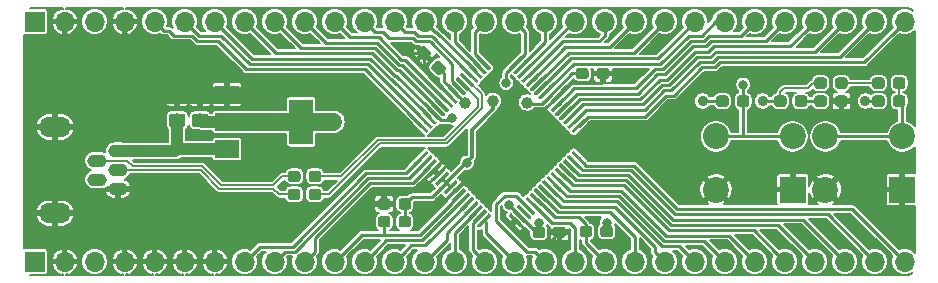
<source format=gtl>
G04 #@! TF.GenerationSoftware,KiCad,Pcbnew,5.1.3-ffb9f22~84~ubuntu18.04.1*
G04 #@! TF.CreationDate,2019-07-27T16:59:01-05:00*
G04 #@! TF.ProjectId,2055-LPC51U68JBD64-breakout,32303535-2d4c-4504-9335-315536384a42,rev?*
G04 #@! TF.SameCoordinates,Original*
G04 #@! TF.FileFunction,Copper,L1,Top*
G04 #@! TF.FilePolarity,Positive*
%FSLAX46Y46*%
G04 Gerber Fmt 4.6, Leading zero omitted, Abs format (unit mm)*
G04 Created by KiCad (PCBNEW 5.1.3-ffb9f22~84~ubuntu18.04.1) date 2019-07-27 16:59:01*
%MOMM*%
%LPD*%
G04 APERTURE LIST*
%ADD10O,2.700000X1.700000*%
%ADD11O,1.650000X1.100000*%
%ADD12C,0.100000*%
%ADD13C,0.300000*%
%ADD14C,0.950000*%
%ADD15R,1.700000X1.700000*%
%ADD16O,1.700000X1.700000*%
%ADD17C,1.150000*%
%ADD18R,2.000000X3.800000*%
%ADD19R,2.000000X1.500000*%
%ADD20C,2.200000*%
%ADD21R,2.200000X2.200000*%
%ADD22C,1.000000*%
%ADD23C,1.200000*%
%ADD24C,0.800000*%
%ADD25C,1.016000*%
%ADD26C,0.900000*%
%ADD27C,0.250000*%
%ADD28C,1.000000*%
%ADD29C,1.400000*%
%ADD30C,1.500000*%
%ADD31C,0.300000*%
%ADD32C,0.152400*%
%ADD33C,0.254000*%
%ADD34C,0.203200*%
G04 APERTURE END LIST*
D10*
X115473000Y-107155000D03*
X115473000Y-99855000D03*
D11*
X119048000Y-104305000D03*
X119048000Y-102705000D03*
X120798000Y-105105000D03*
X120798000Y-101905000D03*
X120798000Y-103505000D03*
D12*
G36*
X151375338Y-93854106D02*
G01*
X151382619Y-93855186D01*
X151389758Y-93856974D01*
X151396688Y-93859454D01*
X151403342Y-93862601D01*
X151409655Y-93866385D01*
X151415566Y-93870769D01*
X151421020Y-93875712D01*
X152357936Y-94812628D01*
X152362879Y-94818082D01*
X152367263Y-94823993D01*
X152371047Y-94830306D01*
X152374194Y-94836960D01*
X152376674Y-94843890D01*
X152378462Y-94851029D01*
X152379542Y-94858310D01*
X152379903Y-94865661D01*
X152379542Y-94873012D01*
X152378462Y-94880293D01*
X152376674Y-94887432D01*
X152374194Y-94894362D01*
X152371047Y-94901016D01*
X152367263Y-94907329D01*
X152362879Y-94913240D01*
X152357936Y-94918694D01*
X152251870Y-95024760D01*
X152246416Y-95029703D01*
X152240505Y-95034087D01*
X152234192Y-95037871D01*
X152227538Y-95041018D01*
X152220608Y-95043498D01*
X152213469Y-95045286D01*
X152206188Y-95046366D01*
X152198837Y-95046727D01*
X152191486Y-95046366D01*
X152184205Y-95045286D01*
X152177066Y-95043498D01*
X152170136Y-95041018D01*
X152163482Y-95037871D01*
X152157169Y-95034087D01*
X152151258Y-95029703D01*
X152145804Y-95024760D01*
X151208888Y-94087844D01*
X151203945Y-94082390D01*
X151199561Y-94076479D01*
X151195777Y-94070166D01*
X151192630Y-94063512D01*
X151190150Y-94056582D01*
X151188362Y-94049443D01*
X151187282Y-94042162D01*
X151186921Y-94034811D01*
X151187282Y-94027460D01*
X151188362Y-94020179D01*
X151190150Y-94013040D01*
X151192630Y-94006110D01*
X151195777Y-93999456D01*
X151199561Y-93993143D01*
X151203945Y-93987232D01*
X151208888Y-93981778D01*
X151314954Y-93875712D01*
X151320408Y-93870769D01*
X151326319Y-93866385D01*
X151332632Y-93862601D01*
X151339286Y-93859454D01*
X151346216Y-93856974D01*
X151353355Y-93855186D01*
X151360636Y-93854106D01*
X151367987Y-93853745D01*
X151375338Y-93854106D01*
X151375338Y-93854106D01*
G37*
D13*
X151783412Y-94450236D03*
D12*
G36*
X151021785Y-94207660D02*
G01*
X151029066Y-94208740D01*
X151036205Y-94210528D01*
X151043135Y-94213008D01*
X151049789Y-94216155D01*
X151056102Y-94219939D01*
X151062013Y-94224323D01*
X151067467Y-94229266D01*
X152004383Y-95166182D01*
X152009326Y-95171636D01*
X152013710Y-95177547D01*
X152017494Y-95183860D01*
X152020641Y-95190514D01*
X152023121Y-95197444D01*
X152024909Y-95204583D01*
X152025989Y-95211864D01*
X152026350Y-95219215D01*
X152025989Y-95226566D01*
X152024909Y-95233847D01*
X152023121Y-95240986D01*
X152020641Y-95247916D01*
X152017494Y-95254570D01*
X152013710Y-95260883D01*
X152009326Y-95266794D01*
X152004383Y-95272248D01*
X151898317Y-95378314D01*
X151892863Y-95383257D01*
X151886952Y-95387641D01*
X151880639Y-95391425D01*
X151873985Y-95394572D01*
X151867055Y-95397052D01*
X151859916Y-95398840D01*
X151852635Y-95399920D01*
X151845284Y-95400281D01*
X151837933Y-95399920D01*
X151830652Y-95398840D01*
X151823513Y-95397052D01*
X151816583Y-95394572D01*
X151809929Y-95391425D01*
X151803616Y-95387641D01*
X151797705Y-95383257D01*
X151792251Y-95378314D01*
X150855335Y-94441398D01*
X150850392Y-94435944D01*
X150846008Y-94430033D01*
X150842224Y-94423720D01*
X150839077Y-94417066D01*
X150836597Y-94410136D01*
X150834809Y-94402997D01*
X150833729Y-94395716D01*
X150833368Y-94388365D01*
X150833729Y-94381014D01*
X150834809Y-94373733D01*
X150836597Y-94366594D01*
X150839077Y-94359664D01*
X150842224Y-94353010D01*
X150846008Y-94346697D01*
X150850392Y-94340786D01*
X150855335Y-94335332D01*
X150961401Y-94229266D01*
X150966855Y-94224323D01*
X150972766Y-94219939D01*
X150979079Y-94216155D01*
X150985733Y-94213008D01*
X150992663Y-94210528D01*
X150999802Y-94208740D01*
X151007083Y-94207660D01*
X151014434Y-94207299D01*
X151021785Y-94207660D01*
X151021785Y-94207660D01*
G37*
D13*
X151429859Y-94803790D03*
D12*
G36*
X150668231Y-94561213D02*
G01*
X150675512Y-94562293D01*
X150682651Y-94564081D01*
X150689581Y-94566561D01*
X150696235Y-94569708D01*
X150702548Y-94573492D01*
X150708459Y-94577876D01*
X150713913Y-94582819D01*
X151650829Y-95519735D01*
X151655772Y-95525189D01*
X151660156Y-95531100D01*
X151663940Y-95537413D01*
X151667087Y-95544067D01*
X151669567Y-95550997D01*
X151671355Y-95558136D01*
X151672435Y-95565417D01*
X151672796Y-95572768D01*
X151672435Y-95580119D01*
X151671355Y-95587400D01*
X151669567Y-95594539D01*
X151667087Y-95601469D01*
X151663940Y-95608123D01*
X151660156Y-95614436D01*
X151655772Y-95620347D01*
X151650829Y-95625801D01*
X151544763Y-95731867D01*
X151539309Y-95736810D01*
X151533398Y-95741194D01*
X151527085Y-95744978D01*
X151520431Y-95748125D01*
X151513501Y-95750605D01*
X151506362Y-95752393D01*
X151499081Y-95753473D01*
X151491730Y-95753834D01*
X151484379Y-95753473D01*
X151477098Y-95752393D01*
X151469959Y-95750605D01*
X151463029Y-95748125D01*
X151456375Y-95744978D01*
X151450062Y-95741194D01*
X151444151Y-95736810D01*
X151438697Y-95731867D01*
X150501781Y-94794951D01*
X150496838Y-94789497D01*
X150492454Y-94783586D01*
X150488670Y-94777273D01*
X150485523Y-94770619D01*
X150483043Y-94763689D01*
X150481255Y-94756550D01*
X150480175Y-94749269D01*
X150479814Y-94741918D01*
X150480175Y-94734567D01*
X150481255Y-94727286D01*
X150483043Y-94720147D01*
X150485523Y-94713217D01*
X150488670Y-94706563D01*
X150492454Y-94700250D01*
X150496838Y-94694339D01*
X150501781Y-94688885D01*
X150607847Y-94582819D01*
X150613301Y-94577876D01*
X150619212Y-94573492D01*
X150625525Y-94569708D01*
X150632179Y-94566561D01*
X150639109Y-94564081D01*
X150646248Y-94562293D01*
X150653529Y-94561213D01*
X150660880Y-94560852D01*
X150668231Y-94561213D01*
X150668231Y-94561213D01*
G37*
D13*
X151076305Y-95157343D03*
D12*
G36*
X150314678Y-94914767D02*
G01*
X150321959Y-94915847D01*
X150329098Y-94917635D01*
X150336028Y-94920115D01*
X150342682Y-94923262D01*
X150348995Y-94927046D01*
X150354906Y-94931430D01*
X150360360Y-94936373D01*
X151297276Y-95873289D01*
X151302219Y-95878743D01*
X151306603Y-95884654D01*
X151310387Y-95890967D01*
X151313534Y-95897621D01*
X151316014Y-95904551D01*
X151317802Y-95911690D01*
X151318882Y-95918971D01*
X151319243Y-95926322D01*
X151318882Y-95933673D01*
X151317802Y-95940954D01*
X151316014Y-95948093D01*
X151313534Y-95955023D01*
X151310387Y-95961677D01*
X151306603Y-95967990D01*
X151302219Y-95973901D01*
X151297276Y-95979355D01*
X151191210Y-96085421D01*
X151185756Y-96090364D01*
X151179845Y-96094748D01*
X151173532Y-96098532D01*
X151166878Y-96101679D01*
X151159948Y-96104159D01*
X151152809Y-96105947D01*
X151145528Y-96107027D01*
X151138177Y-96107388D01*
X151130826Y-96107027D01*
X151123545Y-96105947D01*
X151116406Y-96104159D01*
X151109476Y-96101679D01*
X151102822Y-96098532D01*
X151096509Y-96094748D01*
X151090598Y-96090364D01*
X151085144Y-96085421D01*
X150148228Y-95148505D01*
X150143285Y-95143051D01*
X150138901Y-95137140D01*
X150135117Y-95130827D01*
X150131970Y-95124173D01*
X150129490Y-95117243D01*
X150127702Y-95110104D01*
X150126622Y-95102823D01*
X150126261Y-95095472D01*
X150126622Y-95088121D01*
X150127702Y-95080840D01*
X150129490Y-95073701D01*
X150131970Y-95066771D01*
X150135117Y-95060117D01*
X150138901Y-95053804D01*
X150143285Y-95047893D01*
X150148228Y-95042439D01*
X150254294Y-94936373D01*
X150259748Y-94931430D01*
X150265659Y-94927046D01*
X150271972Y-94923262D01*
X150278626Y-94920115D01*
X150285556Y-94917635D01*
X150292695Y-94915847D01*
X150299976Y-94914767D01*
X150307327Y-94914406D01*
X150314678Y-94914767D01*
X150314678Y-94914767D01*
G37*
D13*
X150722752Y-95510897D03*
D12*
G36*
X149961125Y-95268320D02*
G01*
X149968406Y-95269400D01*
X149975545Y-95271188D01*
X149982475Y-95273668D01*
X149989129Y-95276815D01*
X149995442Y-95280599D01*
X150001353Y-95284983D01*
X150006807Y-95289926D01*
X150943723Y-96226842D01*
X150948666Y-96232296D01*
X150953050Y-96238207D01*
X150956834Y-96244520D01*
X150959981Y-96251174D01*
X150962461Y-96258104D01*
X150964249Y-96265243D01*
X150965329Y-96272524D01*
X150965690Y-96279875D01*
X150965329Y-96287226D01*
X150964249Y-96294507D01*
X150962461Y-96301646D01*
X150959981Y-96308576D01*
X150956834Y-96315230D01*
X150953050Y-96321543D01*
X150948666Y-96327454D01*
X150943723Y-96332908D01*
X150837657Y-96438974D01*
X150832203Y-96443917D01*
X150826292Y-96448301D01*
X150819979Y-96452085D01*
X150813325Y-96455232D01*
X150806395Y-96457712D01*
X150799256Y-96459500D01*
X150791975Y-96460580D01*
X150784624Y-96460941D01*
X150777273Y-96460580D01*
X150769992Y-96459500D01*
X150762853Y-96457712D01*
X150755923Y-96455232D01*
X150749269Y-96452085D01*
X150742956Y-96448301D01*
X150737045Y-96443917D01*
X150731591Y-96438974D01*
X149794675Y-95502058D01*
X149789732Y-95496604D01*
X149785348Y-95490693D01*
X149781564Y-95484380D01*
X149778417Y-95477726D01*
X149775937Y-95470796D01*
X149774149Y-95463657D01*
X149773069Y-95456376D01*
X149772708Y-95449025D01*
X149773069Y-95441674D01*
X149774149Y-95434393D01*
X149775937Y-95427254D01*
X149778417Y-95420324D01*
X149781564Y-95413670D01*
X149785348Y-95407357D01*
X149789732Y-95401446D01*
X149794675Y-95395992D01*
X149900741Y-95289926D01*
X149906195Y-95284983D01*
X149912106Y-95280599D01*
X149918419Y-95276815D01*
X149925073Y-95273668D01*
X149932003Y-95271188D01*
X149939142Y-95269400D01*
X149946423Y-95268320D01*
X149953774Y-95267959D01*
X149961125Y-95268320D01*
X149961125Y-95268320D01*
G37*
D13*
X150369199Y-95864450D03*
D12*
G36*
X149607571Y-95621873D02*
G01*
X149614852Y-95622953D01*
X149621991Y-95624741D01*
X149628921Y-95627221D01*
X149635575Y-95630368D01*
X149641888Y-95634152D01*
X149647799Y-95638536D01*
X149653253Y-95643479D01*
X150590169Y-96580395D01*
X150595112Y-96585849D01*
X150599496Y-96591760D01*
X150603280Y-96598073D01*
X150606427Y-96604727D01*
X150608907Y-96611657D01*
X150610695Y-96618796D01*
X150611775Y-96626077D01*
X150612136Y-96633428D01*
X150611775Y-96640779D01*
X150610695Y-96648060D01*
X150608907Y-96655199D01*
X150606427Y-96662129D01*
X150603280Y-96668783D01*
X150599496Y-96675096D01*
X150595112Y-96681007D01*
X150590169Y-96686461D01*
X150484103Y-96792527D01*
X150478649Y-96797470D01*
X150472738Y-96801854D01*
X150466425Y-96805638D01*
X150459771Y-96808785D01*
X150452841Y-96811265D01*
X150445702Y-96813053D01*
X150438421Y-96814133D01*
X150431070Y-96814494D01*
X150423719Y-96814133D01*
X150416438Y-96813053D01*
X150409299Y-96811265D01*
X150402369Y-96808785D01*
X150395715Y-96805638D01*
X150389402Y-96801854D01*
X150383491Y-96797470D01*
X150378037Y-96792527D01*
X149441121Y-95855611D01*
X149436178Y-95850157D01*
X149431794Y-95844246D01*
X149428010Y-95837933D01*
X149424863Y-95831279D01*
X149422383Y-95824349D01*
X149420595Y-95817210D01*
X149419515Y-95809929D01*
X149419154Y-95802578D01*
X149419515Y-95795227D01*
X149420595Y-95787946D01*
X149422383Y-95780807D01*
X149424863Y-95773877D01*
X149428010Y-95767223D01*
X149431794Y-95760910D01*
X149436178Y-95754999D01*
X149441121Y-95749545D01*
X149547187Y-95643479D01*
X149552641Y-95638536D01*
X149558552Y-95634152D01*
X149564865Y-95630368D01*
X149571519Y-95627221D01*
X149578449Y-95624741D01*
X149585588Y-95622953D01*
X149592869Y-95621873D01*
X149600220Y-95621512D01*
X149607571Y-95621873D01*
X149607571Y-95621873D01*
G37*
D13*
X150015645Y-96218003D03*
D12*
G36*
X149254018Y-95975427D02*
G01*
X149261299Y-95976507D01*
X149268438Y-95978295D01*
X149275368Y-95980775D01*
X149282022Y-95983922D01*
X149288335Y-95987706D01*
X149294246Y-95992090D01*
X149299700Y-95997033D01*
X150236616Y-96933949D01*
X150241559Y-96939403D01*
X150245943Y-96945314D01*
X150249727Y-96951627D01*
X150252874Y-96958281D01*
X150255354Y-96965211D01*
X150257142Y-96972350D01*
X150258222Y-96979631D01*
X150258583Y-96986982D01*
X150258222Y-96994333D01*
X150257142Y-97001614D01*
X150255354Y-97008753D01*
X150252874Y-97015683D01*
X150249727Y-97022337D01*
X150245943Y-97028650D01*
X150241559Y-97034561D01*
X150236616Y-97040015D01*
X150130550Y-97146081D01*
X150125096Y-97151024D01*
X150119185Y-97155408D01*
X150112872Y-97159192D01*
X150106218Y-97162339D01*
X150099288Y-97164819D01*
X150092149Y-97166607D01*
X150084868Y-97167687D01*
X150077517Y-97168048D01*
X150070166Y-97167687D01*
X150062885Y-97166607D01*
X150055746Y-97164819D01*
X150048816Y-97162339D01*
X150042162Y-97159192D01*
X150035849Y-97155408D01*
X150029938Y-97151024D01*
X150024484Y-97146081D01*
X149087568Y-96209165D01*
X149082625Y-96203711D01*
X149078241Y-96197800D01*
X149074457Y-96191487D01*
X149071310Y-96184833D01*
X149068830Y-96177903D01*
X149067042Y-96170764D01*
X149065962Y-96163483D01*
X149065601Y-96156132D01*
X149065962Y-96148781D01*
X149067042Y-96141500D01*
X149068830Y-96134361D01*
X149071310Y-96127431D01*
X149074457Y-96120777D01*
X149078241Y-96114464D01*
X149082625Y-96108553D01*
X149087568Y-96103099D01*
X149193634Y-95997033D01*
X149199088Y-95992090D01*
X149204999Y-95987706D01*
X149211312Y-95983922D01*
X149217966Y-95980775D01*
X149224896Y-95978295D01*
X149232035Y-95976507D01*
X149239316Y-95975427D01*
X149246667Y-95975066D01*
X149254018Y-95975427D01*
X149254018Y-95975427D01*
G37*
D13*
X149662092Y-96571557D03*
D12*
G36*
X148900465Y-96328980D02*
G01*
X148907746Y-96330060D01*
X148914885Y-96331848D01*
X148921815Y-96334328D01*
X148928469Y-96337475D01*
X148934782Y-96341259D01*
X148940693Y-96345643D01*
X148946147Y-96350586D01*
X149883063Y-97287502D01*
X149888006Y-97292956D01*
X149892390Y-97298867D01*
X149896174Y-97305180D01*
X149899321Y-97311834D01*
X149901801Y-97318764D01*
X149903589Y-97325903D01*
X149904669Y-97333184D01*
X149905030Y-97340535D01*
X149904669Y-97347886D01*
X149903589Y-97355167D01*
X149901801Y-97362306D01*
X149899321Y-97369236D01*
X149896174Y-97375890D01*
X149892390Y-97382203D01*
X149888006Y-97388114D01*
X149883063Y-97393568D01*
X149776997Y-97499634D01*
X149771543Y-97504577D01*
X149765632Y-97508961D01*
X149759319Y-97512745D01*
X149752665Y-97515892D01*
X149745735Y-97518372D01*
X149738596Y-97520160D01*
X149731315Y-97521240D01*
X149723964Y-97521601D01*
X149716613Y-97521240D01*
X149709332Y-97520160D01*
X149702193Y-97518372D01*
X149695263Y-97515892D01*
X149688609Y-97512745D01*
X149682296Y-97508961D01*
X149676385Y-97504577D01*
X149670931Y-97499634D01*
X148734015Y-96562718D01*
X148729072Y-96557264D01*
X148724688Y-96551353D01*
X148720904Y-96545040D01*
X148717757Y-96538386D01*
X148715277Y-96531456D01*
X148713489Y-96524317D01*
X148712409Y-96517036D01*
X148712048Y-96509685D01*
X148712409Y-96502334D01*
X148713489Y-96495053D01*
X148715277Y-96487914D01*
X148717757Y-96480984D01*
X148720904Y-96474330D01*
X148724688Y-96468017D01*
X148729072Y-96462106D01*
X148734015Y-96456652D01*
X148840081Y-96350586D01*
X148845535Y-96345643D01*
X148851446Y-96341259D01*
X148857759Y-96337475D01*
X148864413Y-96334328D01*
X148871343Y-96331848D01*
X148878482Y-96330060D01*
X148885763Y-96328980D01*
X148893114Y-96328619D01*
X148900465Y-96328980D01*
X148900465Y-96328980D01*
G37*
D13*
X149308539Y-96925110D03*
D12*
G36*
X148546911Y-96682534D02*
G01*
X148554192Y-96683614D01*
X148561331Y-96685402D01*
X148568261Y-96687882D01*
X148574915Y-96691029D01*
X148581228Y-96694813D01*
X148587139Y-96699197D01*
X148592593Y-96704140D01*
X149529509Y-97641056D01*
X149534452Y-97646510D01*
X149538836Y-97652421D01*
X149542620Y-97658734D01*
X149545767Y-97665388D01*
X149548247Y-97672318D01*
X149550035Y-97679457D01*
X149551115Y-97686738D01*
X149551476Y-97694089D01*
X149551115Y-97701440D01*
X149550035Y-97708721D01*
X149548247Y-97715860D01*
X149545767Y-97722790D01*
X149542620Y-97729444D01*
X149538836Y-97735757D01*
X149534452Y-97741668D01*
X149529509Y-97747122D01*
X149423443Y-97853188D01*
X149417989Y-97858131D01*
X149412078Y-97862515D01*
X149405765Y-97866299D01*
X149399111Y-97869446D01*
X149392181Y-97871926D01*
X149385042Y-97873714D01*
X149377761Y-97874794D01*
X149370410Y-97875155D01*
X149363059Y-97874794D01*
X149355778Y-97873714D01*
X149348639Y-97871926D01*
X149341709Y-97869446D01*
X149335055Y-97866299D01*
X149328742Y-97862515D01*
X149322831Y-97858131D01*
X149317377Y-97853188D01*
X148380461Y-96916272D01*
X148375518Y-96910818D01*
X148371134Y-96904907D01*
X148367350Y-96898594D01*
X148364203Y-96891940D01*
X148361723Y-96885010D01*
X148359935Y-96877871D01*
X148358855Y-96870590D01*
X148358494Y-96863239D01*
X148358855Y-96855888D01*
X148359935Y-96848607D01*
X148361723Y-96841468D01*
X148364203Y-96834538D01*
X148367350Y-96827884D01*
X148371134Y-96821571D01*
X148375518Y-96815660D01*
X148380461Y-96810206D01*
X148486527Y-96704140D01*
X148491981Y-96699197D01*
X148497892Y-96694813D01*
X148504205Y-96691029D01*
X148510859Y-96687882D01*
X148517789Y-96685402D01*
X148524928Y-96683614D01*
X148532209Y-96682534D01*
X148539560Y-96682173D01*
X148546911Y-96682534D01*
X148546911Y-96682534D01*
G37*
D13*
X148954985Y-97278664D03*
D12*
G36*
X148193358Y-97036087D02*
G01*
X148200639Y-97037167D01*
X148207778Y-97038955D01*
X148214708Y-97041435D01*
X148221362Y-97044582D01*
X148227675Y-97048366D01*
X148233586Y-97052750D01*
X148239040Y-97057693D01*
X149175956Y-97994609D01*
X149180899Y-98000063D01*
X149185283Y-98005974D01*
X149189067Y-98012287D01*
X149192214Y-98018941D01*
X149194694Y-98025871D01*
X149196482Y-98033010D01*
X149197562Y-98040291D01*
X149197923Y-98047642D01*
X149197562Y-98054993D01*
X149196482Y-98062274D01*
X149194694Y-98069413D01*
X149192214Y-98076343D01*
X149189067Y-98082997D01*
X149185283Y-98089310D01*
X149180899Y-98095221D01*
X149175956Y-98100675D01*
X149069890Y-98206741D01*
X149064436Y-98211684D01*
X149058525Y-98216068D01*
X149052212Y-98219852D01*
X149045558Y-98222999D01*
X149038628Y-98225479D01*
X149031489Y-98227267D01*
X149024208Y-98228347D01*
X149016857Y-98228708D01*
X149009506Y-98228347D01*
X149002225Y-98227267D01*
X148995086Y-98225479D01*
X148988156Y-98222999D01*
X148981502Y-98219852D01*
X148975189Y-98216068D01*
X148969278Y-98211684D01*
X148963824Y-98206741D01*
X148026908Y-97269825D01*
X148021965Y-97264371D01*
X148017581Y-97258460D01*
X148013797Y-97252147D01*
X148010650Y-97245493D01*
X148008170Y-97238563D01*
X148006382Y-97231424D01*
X148005302Y-97224143D01*
X148004941Y-97216792D01*
X148005302Y-97209441D01*
X148006382Y-97202160D01*
X148008170Y-97195021D01*
X148010650Y-97188091D01*
X148013797Y-97181437D01*
X148017581Y-97175124D01*
X148021965Y-97169213D01*
X148026908Y-97163759D01*
X148132974Y-97057693D01*
X148138428Y-97052750D01*
X148144339Y-97048366D01*
X148150652Y-97044582D01*
X148157306Y-97041435D01*
X148164236Y-97038955D01*
X148171375Y-97037167D01*
X148178656Y-97036087D01*
X148186007Y-97035726D01*
X148193358Y-97036087D01*
X148193358Y-97036087D01*
G37*
D13*
X148601432Y-97632217D03*
D12*
G36*
X147839804Y-97389640D02*
G01*
X147847085Y-97390720D01*
X147854224Y-97392508D01*
X147861154Y-97394988D01*
X147867808Y-97398135D01*
X147874121Y-97401919D01*
X147880032Y-97406303D01*
X147885486Y-97411246D01*
X148822402Y-98348162D01*
X148827345Y-98353616D01*
X148831729Y-98359527D01*
X148835513Y-98365840D01*
X148838660Y-98372494D01*
X148841140Y-98379424D01*
X148842928Y-98386563D01*
X148844008Y-98393844D01*
X148844369Y-98401195D01*
X148844008Y-98408546D01*
X148842928Y-98415827D01*
X148841140Y-98422966D01*
X148838660Y-98429896D01*
X148835513Y-98436550D01*
X148831729Y-98442863D01*
X148827345Y-98448774D01*
X148822402Y-98454228D01*
X148716336Y-98560294D01*
X148710882Y-98565237D01*
X148704971Y-98569621D01*
X148698658Y-98573405D01*
X148692004Y-98576552D01*
X148685074Y-98579032D01*
X148677935Y-98580820D01*
X148670654Y-98581900D01*
X148663303Y-98582261D01*
X148655952Y-98581900D01*
X148648671Y-98580820D01*
X148641532Y-98579032D01*
X148634602Y-98576552D01*
X148627948Y-98573405D01*
X148621635Y-98569621D01*
X148615724Y-98565237D01*
X148610270Y-98560294D01*
X147673354Y-97623378D01*
X147668411Y-97617924D01*
X147664027Y-97612013D01*
X147660243Y-97605700D01*
X147657096Y-97599046D01*
X147654616Y-97592116D01*
X147652828Y-97584977D01*
X147651748Y-97577696D01*
X147651387Y-97570345D01*
X147651748Y-97562994D01*
X147652828Y-97555713D01*
X147654616Y-97548574D01*
X147657096Y-97541644D01*
X147660243Y-97534990D01*
X147664027Y-97528677D01*
X147668411Y-97522766D01*
X147673354Y-97517312D01*
X147779420Y-97411246D01*
X147784874Y-97406303D01*
X147790785Y-97401919D01*
X147797098Y-97398135D01*
X147803752Y-97394988D01*
X147810682Y-97392508D01*
X147817821Y-97390720D01*
X147825102Y-97389640D01*
X147832453Y-97389279D01*
X147839804Y-97389640D01*
X147839804Y-97389640D01*
G37*
D13*
X148247878Y-97985770D03*
D12*
G36*
X147486251Y-97743194D02*
G01*
X147493532Y-97744274D01*
X147500671Y-97746062D01*
X147507601Y-97748542D01*
X147514255Y-97751689D01*
X147520568Y-97755473D01*
X147526479Y-97759857D01*
X147531933Y-97764800D01*
X148468849Y-98701716D01*
X148473792Y-98707170D01*
X148478176Y-98713081D01*
X148481960Y-98719394D01*
X148485107Y-98726048D01*
X148487587Y-98732978D01*
X148489375Y-98740117D01*
X148490455Y-98747398D01*
X148490816Y-98754749D01*
X148490455Y-98762100D01*
X148489375Y-98769381D01*
X148487587Y-98776520D01*
X148485107Y-98783450D01*
X148481960Y-98790104D01*
X148478176Y-98796417D01*
X148473792Y-98802328D01*
X148468849Y-98807782D01*
X148362783Y-98913848D01*
X148357329Y-98918791D01*
X148351418Y-98923175D01*
X148345105Y-98926959D01*
X148338451Y-98930106D01*
X148331521Y-98932586D01*
X148324382Y-98934374D01*
X148317101Y-98935454D01*
X148309750Y-98935815D01*
X148302399Y-98935454D01*
X148295118Y-98934374D01*
X148287979Y-98932586D01*
X148281049Y-98930106D01*
X148274395Y-98926959D01*
X148268082Y-98923175D01*
X148262171Y-98918791D01*
X148256717Y-98913848D01*
X147319801Y-97976932D01*
X147314858Y-97971478D01*
X147310474Y-97965567D01*
X147306690Y-97959254D01*
X147303543Y-97952600D01*
X147301063Y-97945670D01*
X147299275Y-97938531D01*
X147298195Y-97931250D01*
X147297834Y-97923899D01*
X147298195Y-97916548D01*
X147299275Y-97909267D01*
X147301063Y-97902128D01*
X147303543Y-97895198D01*
X147306690Y-97888544D01*
X147310474Y-97882231D01*
X147314858Y-97876320D01*
X147319801Y-97870866D01*
X147425867Y-97764800D01*
X147431321Y-97759857D01*
X147437232Y-97755473D01*
X147443545Y-97751689D01*
X147450199Y-97748542D01*
X147457129Y-97746062D01*
X147464268Y-97744274D01*
X147471549Y-97743194D01*
X147478900Y-97742833D01*
X147486251Y-97743194D01*
X147486251Y-97743194D01*
G37*
D13*
X147894325Y-98339324D03*
D12*
G36*
X147132698Y-98096747D02*
G01*
X147139979Y-98097827D01*
X147147118Y-98099615D01*
X147154048Y-98102095D01*
X147160702Y-98105242D01*
X147167015Y-98109026D01*
X147172926Y-98113410D01*
X147178380Y-98118353D01*
X148115296Y-99055269D01*
X148120239Y-99060723D01*
X148124623Y-99066634D01*
X148128407Y-99072947D01*
X148131554Y-99079601D01*
X148134034Y-99086531D01*
X148135822Y-99093670D01*
X148136902Y-99100951D01*
X148137263Y-99108302D01*
X148136902Y-99115653D01*
X148135822Y-99122934D01*
X148134034Y-99130073D01*
X148131554Y-99137003D01*
X148128407Y-99143657D01*
X148124623Y-99149970D01*
X148120239Y-99155881D01*
X148115296Y-99161335D01*
X148009230Y-99267401D01*
X148003776Y-99272344D01*
X147997865Y-99276728D01*
X147991552Y-99280512D01*
X147984898Y-99283659D01*
X147977968Y-99286139D01*
X147970829Y-99287927D01*
X147963548Y-99289007D01*
X147956197Y-99289368D01*
X147948846Y-99289007D01*
X147941565Y-99287927D01*
X147934426Y-99286139D01*
X147927496Y-99283659D01*
X147920842Y-99280512D01*
X147914529Y-99276728D01*
X147908618Y-99272344D01*
X147903164Y-99267401D01*
X146966248Y-98330485D01*
X146961305Y-98325031D01*
X146956921Y-98319120D01*
X146953137Y-98312807D01*
X146949990Y-98306153D01*
X146947510Y-98299223D01*
X146945722Y-98292084D01*
X146944642Y-98284803D01*
X146944281Y-98277452D01*
X146944642Y-98270101D01*
X146945722Y-98262820D01*
X146947510Y-98255681D01*
X146949990Y-98248751D01*
X146953137Y-98242097D01*
X146956921Y-98235784D01*
X146961305Y-98229873D01*
X146966248Y-98224419D01*
X147072314Y-98118353D01*
X147077768Y-98113410D01*
X147083679Y-98109026D01*
X147089992Y-98105242D01*
X147096646Y-98102095D01*
X147103576Y-98099615D01*
X147110715Y-98097827D01*
X147117996Y-98096747D01*
X147125347Y-98096386D01*
X147132698Y-98096747D01*
X147132698Y-98096747D01*
G37*
D13*
X147540772Y-98692877D03*
D12*
G36*
X146779144Y-98450300D02*
G01*
X146786425Y-98451380D01*
X146793564Y-98453168D01*
X146800494Y-98455648D01*
X146807148Y-98458795D01*
X146813461Y-98462579D01*
X146819372Y-98466963D01*
X146824826Y-98471906D01*
X147761742Y-99408822D01*
X147766685Y-99414276D01*
X147771069Y-99420187D01*
X147774853Y-99426500D01*
X147778000Y-99433154D01*
X147780480Y-99440084D01*
X147782268Y-99447223D01*
X147783348Y-99454504D01*
X147783709Y-99461855D01*
X147783348Y-99469206D01*
X147782268Y-99476487D01*
X147780480Y-99483626D01*
X147778000Y-99490556D01*
X147774853Y-99497210D01*
X147771069Y-99503523D01*
X147766685Y-99509434D01*
X147761742Y-99514888D01*
X147655676Y-99620954D01*
X147650222Y-99625897D01*
X147644311Y-99630281D01*
X147637998Y-99634065D01*
X147631344Y-99637212D01*
X147624414Y-99639692D01*
X147617275Y-99641480D01*
X147609994Y-99642560D01*
X147602643Y-99642921D01*
X147595292Y-99642560D01*
X147588011Y-99641480D01*
X147580872Y-99639692D01*
X147573942Y-99637212D01*
X147567288Y-99634065D01*
X147560975Y-99630281D01*
X147555064Y-99625897D01*
X147549610Y-99620954D01*
X146612694Y-98684038D01*
X146607751Y-98678584D01*
X146603367Y-98672673D01*
X146599583Y-98666360D01*
X146596436Y-98659706D01*
X146593956Y-98652776D01*
X146592168Y-98645637D01*
X146591088Y-98638356D01*
X146590727Y-98631005D01*
X146591088Y-98623654D01*
X146592168Y-98616373D01*
X146593956Y-98609234D01*
X146596436Y-98602304D01*
X146599583Y-98595650D01*
X146603367Y-98589337D01*
X146607751Y-98583426D01*
X146612694Y-98577972D01*
X146718760Y-98471906D01*
X146724214Y-98466963D01*
X146730125Y-98462579D01*
X146736438Y-98458795D01*
X146743092Y-98455648D01*
X146750022Y-98453168D01*
X146757161Y-98451380D01*
X146764442Y-98450300D01*
X146771793Y-98449939D01*
X146779144Y-98450300D01*
X146779144Y-98450300D01*
G37*
D13*
X147187218Y-99046430D03*
D12*
G36*
X146425591Y-98803854D02*
G01*
X146432872Y-98804934D01*
X146440011Y-98806722D01*
X146446941Y-98809202D01*
X146453595Y-98812349D01*
X146459908Y-98816133D01*
X146465819Y-98820517D01*
X146471273Y-98825460D01*
X147408189Y-99762376D01*
X147413132Y-99767830D01*
X147417516Y-99773741D01*
X147421300Y-99780054D01*
X147424447Y-99786708D01*
X147426927Y-99793638D01*
X147428715Y-99800777D01*
X147429795Y-99808058D01*
X147430156Y-99815409D01*
X147429795Y-99822760D01*
X147428715Y-99830041D01*
X147426927Y-99837180D01*
X147424447Y-99844110D01*
X147421300Y-99850764D01*
X147417516Y-99857077D01*
X147413132Y-99862988D01*
X147408189Y-99868442D01*
X147302123Y-99974508D01*
X147296669Y-99979451D01*
X147290758Y-99983835D01*
X147284445Y-99987619D01*
X147277791Y-99990766D01*
X147270861Y-99993246D01*
X147263722Y-99995034D01*
X147256441Y-99996114D01*
X147249090Y-99996475D01*
X147241739Y-99996114D01*
X147234458Y-99995034D01*
X147227319Y-99993246D01*
X147220389Y-99990766D01*
X147213735Y-99987619D01*
X147207422Y-99983835D01*
X147201511Y-99979451D01*
X147196057Y-99974508D01*
X146259141Y-99037592D01*
X146254198Y-99032138D01*
X146249814Y-99026227D01*
X146246030Y-99019914D01*
X146242883Y-99013260D01*
X146240403Y-99006330D01*
X146238615Y-98999191D01*
X146237535Y-98991910D01*
X146237174Y-98984559D01*
X146237535Y-98977208D01*
X146238615Y-98969927D01*
X146240403Y-98962788D01*
X146242883Y-98955858D01*
X146246030Y-98949204D01*
X146249814Y-98942891D01*
X146254198Y-98936980D01*
X146259141Y-98931526D01*
X146365207Y-98825460D01*
X146370661Y-98820517D01*
X146376572Y-98816133D01*
X146382885Y-98812349D01*
X146389539Y-98809202D01*
X146396469Y-98806722D01*
X146403608Y-98804934D01*
X146410889Y-98803854D01*
X146418240Y-98803493D01*
X146425591Y-98803854D01*
X146425591Y-98803854D01*
G37*
D13*
X146833665Y-99399984D03*
D12*
G36*
X146072037Y-99157407D02*
G01*
X146079318Y-99158487D01*
X146086457Y-99160275D01*
X146093387Y-99162755D01*
X146100041Y-99165902D01*
X146106354Y-99169686D01*
X146112265Y-99174070D01*
X146117719Y-99179013D01*
X147054635Y-100115929D01*
X147059578Y-100121383D01*
X147063962Y-100127294D01*
X147067746Y-100133607D01*
X147070893Y-100140261D01*
X147073373Y-100147191D01*
X147075161Y-100154330D01*
X147076241Y-100161611D01*
X147076602Y-100168962D01*
X147076241Y-100176313D01*
X147075161Y-100183594D01*
X147073373Y-100190733D01*
X147070893Y-100197663D01*
X147067746Y-100204317D01*
X147063962Y-100210630D01*
X147059578Y-100216541D01*
X147054635Y-100221995D01*
X146948569Y-100328061D01*
X146943115Y-100333004D01*
X146937204Y-100337388D01*
X146930891Y-100341172D01*
X146924237Y-100344319D01*
X146917307Y-100346799D01*
X146910168Y-100348587D01*
X146902887Y-100349667D01*
X146895536Y-100350028D01*
X146888185Y-100349667D01*
X146880904Y-100348587D01*
X146873765Y-100346799D01*
X146866835Y-100344319D01*
X146860181Y-100341172D01*
X146853868Y-100337388D01*
X146847957Y-100333004D01*
X146842503Y-100328061D01*
X145905587Y-99391145D01*
X145900644Y-99385691D01*
X145896260Y-99379780D01*
X145892476Y-99373467D01*
X145889329Y-99366813D01*
X145886849Y-99359883D01*
X145885061Y-99352744D01*
X145883981Y-99345463D01*
X145883620Y-99338112D01*
X145883981Y-99330761D01*
X145885061Y-99323480D01*
X145886849Y-99316341D01*
X145889329Y-99309411D01*
X145892476Y-99302757D01*
X145896260Y-99296444D01*
X145900644Y-99290533D01*
X145905587Y-99285079D01*
X146011653Y-99179013D01*
X146017107Y-99174070D01*
X146023018Y-99169686D01*
X146029331Y-99165902D01*
X146035985Y-99162755D01*
X146042915Y-99160275D01*
X146050054Y-99158487D01*
X146057335Y-99157407D01*
X146064686Y-99157046D01*
X146072037Y-99157407D01*
X146072037Y-99157407D01*
G37*
D13*
X146480111Y-99753537D03*
D12*
G36*
X146902887Y-101862091D02*
G01*
X146910168Y-101863171D01*
X146917307Y-101864959D01*
X146924237Y-101867439D01*
X146930891Y-101870586D01*
X146937204Y-101874370D01*
X146943115Y-101878754D01*
X146948569Y-101883697D01*
X147054635Y-101989763D01*
X147059578Y-101995217D01*
X147063962Y-102001128D01*
X147067746Y-102007441D01*
X147070893Y-102014095D01*
X147073373Y-102021025D01*
X147075161Y-102028164D01*
X147076241Y-102035445D01*
X147076602Y-102042796D01*
X147076241Y-102050147D01*
X147075161Y-102057428D01*
X147073373Y-102064567D01*
X147070893Y-102071497D01*
X147067746Y-102078151D01*
X147063962Y-102084464D01*
X147059578Y-102090375D01*
X147054635Y-102095829D01*
X146117719Y-103032745D01*
X146112265Y-103037688D01*
X146106354Y-103042072D01*
X146100041Y-103045856D01*
X146093387Y-103049003D01*
X146086457Y-103051483D01*
X146079318Y-103053271D01*
X146072037Y-103054351D01*
X146064686Y-103054712D01*
X146057335Y-103054351D01*
X146050054Y-103053271D01*
X146042915Y-103051483D01*
X146035985Y-103049003D01*
X146029331Y-103045856D01*
X146023018Y-103042072D01*
X146017107Y-103037688D01*
X146011653Y-103032745D01*
X145905587Y-102926679D01*
X145900644Y-102921225D01*
X145896260Y-102915314D01*
X145892476Y-102909001D01*
X145889329Y-102902347D01*
X145886849Y-102895417D01*
X145885061Y-102888278D01*
X145883981Y-102880997D01*
X145883620Y-102873646D01*
X145883981Y-102866295D01*
X145885061Y-102859014D01*
X145886849Y-102851875D01*
X145889329Y-102844945D01*
X145892476Y-102838291D01*
X145896260Y-102831978D01*
X145900644Y-102826067D01*
X145905587Y-102820613D01*
X146842503Y-101883697D01*
X146847957Y-101878754D01*
X146853868Y-101874370D01*
X146860181Y-101870586D01*
X146866835Y-101867439D01*
X146873765Y-101864959D01*
X146880904Y-101863171D01*
X146888185Y-101862091D01*
X146895536Y-101861730D01*
X146902887Y-101862091D01*
X146902887Y-101862091D01*
G37*
D13*
X146480111Y-102458221D03*
D12*
G36*
X147256441Y-102215644D02*
G01*
X147263722Y-102216724D01*
X147270861Y-102218512D01*
X147277791Y-102220992D01*
X147284445Y-102224139D01*
X147290758Y-102227923D01*
X147296669Y-102232307D01*
X147302123Y-102237250D01*
X147408189Y-102343316D01*
X147413132Y-102348770D01*
X147417516Y-102354681D01*
X147421300Y-102360994D01*
X147424447Y-102367648D01*
X147426927Y-102374578D01*
X147428715Y-102381717D01*
X147429795Y-102388998D01*
X147430156Y-102396349D01*
X147429795Y-102403700D01*
X147428715Y-102410981D01*
X147426927Y-102418120D01*
X147424447Y-102425050D01*
X147421300Y-102431704D01*
X147417516Y-102438017D01*
X147413132Y-102443928D01*
X147408189Y-102449382D01*
X146471273Y-103386298D01*
X146465819Y-103391241D01*
X146459908Y-103395625D01*
X146453595Y-103399409D01*
X146446941Y-103402556D01*
X146440011Y-103405036D01*
X146432872Y-103406824D01*
X146425591Y-103407904D01*
X146418240Y-103408265D01*
X146410889Y-103407904D01*
X146403608Y-103406824D01*
X146396469Y-103405036D01*
X146389539Y-103402556D01*
X146382885Y-103399409D01*
X146376572Y-103395625D01*
X146370661Y-103391241D01*
X146365207Y-103386298D01*
X146259141Y-103280232D01*
X146254198Y-103274778D01*
X146249814Y-103268867D01*
X146246030Y-103262554D01*
X146242883Y-103255900D01*
X146240403Y-103248970D01*
X146238615Y-103241831D01*
X146237535Y-103234550D01*
X146237174Y-103227199D01*
X146237535Y-103219848D01*
X146238615Y-103212567D01*
X146240403Y-103205428D01*
X146242883Y-103198498D01*
X146246030Y-103191844D01*
X146249814Y-103185531D01*
X146254198Y-103179620D01*
X146259141Y-103174166D01*
X147196057Y-102237250D01*
X147201511Y-102232307D01*
X147207422Y-102227923D01*
X147213735Y-102224139D01*
X147220389Y-102220992D01*
X147227319Y-102218512D01*
X147234458Y-102216724D01*
X147241739Y-102215644D01*
X147249090Y-102215283D01*
X147256441Y-102215644D01*
X147256441Y-102215644D01*
G37*
D13*
X146833665Y-102811774D03*
D12*
G36*
X147609994Y-102569198D02*
G01*
X147617275Y-102570278D01*
X147624414Y-102572066D01*
X147631344Y-102574546D01*
X147637998Y-102577693D01*
X147644311Y-102581477D01*
X147650222Y-102585861D01*
X147655676Y-102590804D01*
X147761742Y-102696870D01*
X147766685Y-102702324D01*
X147771069Y-102708235D01*
X147774853Y-102714548D01*
X147778000Y-102721202D01*
X147780480Y-102728132D01*
X147782268Y-102735271D01*
X147783348Y-102742552D01*
X147783709Y-102749903D01*
X147783348Y-102757254D01*
X147782268Y-102764535D01*
X147780480Y-102771674D01*
X147778000Y-102778604D01*
X147774853Y-102785258D01*
X147771069Y-102791571D01*
X147766685Y-102797482D01*
X147761742Y-102802936D01*
X146824826Y-103739852D01*
X146819372Y-103744795D01*
X146813461Y-103749179D01*
X146807148Y-103752963D01*
X146800494Y-103756110D01*
X146793564Y-103758590D01*
X146786425Y-103760378D01*
X146779144Y-103761458D01*
X146771793Y-103761819D01*
X146764442Y-103761458D01*
X146757161Y-103760378D01*
X146750022Y-103758590D01*
X146743092Y-103756110D01*
X146736438Y-103752963D01*
X146730125Y-103749179D01*
X146724214Y-103744795D01*
X146718760Y-103739852D01*
X146612694Y-103633786D01*
X146607751Y-103628332D01*
X146603367Y-103622421D01*
X146599583Y-103616108D01*
X146596436Y-103609454D01*
X146593956Y-103602524D01*
X146592168Y-103595385D01*
X146591088Y-103588104D01*
X146590727Y-103580753D01*
X146591088Y-103573402D01*
X146592168Y-103566121D01*
X146593956Y-103558982D01*
X146596436Y-103552052D01*
X146599583Y-103545398D01*
X146603367Y-103539085D01*
X146607751Y-103533174D01*
X146612694Y-103527720D01*
X147549610Y-102590804D01*
X147555064Y-102585861D01*
X147560975Y-102581477D01*
X147567288Y-102577693D01*
X147573942Y-102574546D01*
X147580872Y-102572066D01*
X147588011Y-102570278D01*
X147595292Y-102569198D01*
X147602643Y-102568837D01*
X147609994Y-102569198D01*
X147609994Y-102569198D01*
G37*
D13*
X147187218Y-103165328D03*
D12*
G36*
X147963548Y-102922751D02*
G01*
X147970829Y-102923831D01*
X147977968Y-102925619D01*
X147984898Y-102928099D01*
X147991552Y-102931246D01*
X147997865Y-102935030D01*
X148003776Y-102939414D01*
X148009230Y-102944357D01*
X148115296Y-103050423D01*
X148120239Y-103055877D01*
X148124623Y-103061788D01*
X148128407Y-103068101D01*
X148131554Y-103074755D01*
X148134034Y-103081685D01*
X148135822Y-103088824D01*
X148136902Y-103096105D01*
X148137263Y-103103456D01*
X148136902Y-103110807D01*
X148135822Y-103118088D01*
X148134034Y-103125227D01*
X148131554Y-103132157D01*
X148128407Y-103138811D01*
X148124623Y-103145124D01*
X148120239Y-103151035D01*
X148115296Y-103156489D01*
X147178380Y-104093405D01*
X147172926Y-104098348D01*
X147167015Y-104102732D01*
X147160702Y-104106516D01*
X147154048Y-104109663D01*
X147147118Y-104112143D01*
X147139979Y-104113931D01*
X147132698Y-104115011D01*
X147125347Y-104115372D01*
X147117996Y-104115011D01*
X147110715Y-104113931D01*
X147103576Y-104112143D01*
X147096646Y-104109663D01*
X147089992Y-104106516D01*
X147083679Y-104102732D01*
X147077768Y-104098348D01*
X147072314Y-104093405D01*
X146966248Y-103987339D01*
X146961305Y-103981885D01*
X146956921Y-103975974D01*
X146953137Y-103969661D01*
X146949990Y-103963007D01*
X146947510Y-103956077D01*
X146945722Y-103948938D01*
X146944642Y-103941657D01*
X146944281Y-103934306D01*
X146944642Y-103926955D01*
X146945722Y-103919674D01*
X146947510Y-103912535D01*
X146949990Y-103905605D01*
X146953137Y-103898951D01*
X146956921Y-103892638D01*
X146961305Y-103886727D01*
X146966248Y-103881273D01*
X147903164Y-102944357D01*
X147908618Y-102939414D01*
X147914529Y-102935030D01*
X147920842Y-102931246D01*
X147927496Y-102928099D01*
X147934426Y-102925619D01*
X147941565Y-102923831D01*
X147948846Y-102922751D01*
X147956197Y-102922390D01*
X147963548Y-102922751D01*
X147963548Y-102922751D01*
G37*
D13*
X147540772Y-103518881D03*
D12*
G36*
X148317101Y-103276304D02*
G01*
X148324382Y-103277384D01*
X148331521Y-103279172D01*
X148338451Y-103281652D01*
X148345105Y-103284799D01*
X148351418Y-103288583D01*
X148357329Y-103292967D01*
X148362783Y-103297910D01*
X148468849Y-103403976D01*
X148473792Y-103409430D01*
X148478176Y-103415341D01*
X148481960Y-103421654D01*
X148485107Y-103428308D01*
X148487587Y-103435238D01*
X148489375Y-103442377D01*
X148490455Y-103449658D01*
X148490816Y-103457009D01*
X148490455Y-103464360D01*
X148489375Y-103471641D01*
X148487587Y-103478780D01*
X148485107Y-103485710D01*
X148481960Y-103492364D01*
X148478176Y-103498677D01*
X148473792Y-103504588D01*
X148468849Y-103510042D01*
X147531933Y-104446958D01*
X147526479Y-104451901D01*
X147520568Y-104456285D01*
X147514255Y-104460069D01*
X147507601Y-104463216D01*
X147500671Y-104465696D01*
X147493532Y-104467484D01*
X147486251Y-104468564D01*
X147478900Y-104468925D01*
X147471549Y-104468564D01*
X147464268Y-104467484D01*
X147457129Y-104465696D01*
X147450199Y-104463216D01*
X147443545Y-104460069D01*
X147437232Y-104456285D01*
X147431321Y-104451901D01*
X147425867Y-104446958D01*
X147319801Y-104340892D01*
X147314858Y-104335438D01*
X147310474Y-104329527D01*
X147306690Y-104323214D01*
X147303543Y-104316560D01*
X147301063Y-104309630D01*
X147299275Y-104302491D01*
X147298195Y-104295210D01*
X147297834Y-104287859D01*
X147298195Y-104280508D01*
X147299275Y-104273227D01*
X147301063Y-104266088D01*
X147303543Y-104259158D01*
X147306690Y-104252504D01*
X147310474Y-104246191D01*
X147314858Y-104240280D01*
X147319801Y-104234826D01*
X148256717Y-103297910D01*
X148262171Y-103292967D01*
X148268082Y-103288583D01*
X148274395Y-103284799D01*
X148281049Y-103281652D01*
X148287979Y-103279172D01*
X148295118Y-103277384D01*
X148302399Y-103276304D01*
X148309750Y-103275943D01*
X148317101Y-103276304D01*
X148317101Y-103276304D01*
G37*
D13*
X147894325Y-103872434D03*
D12*
G36*
X148670654Y-103629858D02*
G01*
X148677935Y-103630938D01*
X148685074Y-103632726D01*
X148692004Y-103635206D01*
X148698658Y-103638353D01*
X148704971Y-103642137D01*
X148710882Y-103646521D01*
X148716336Y-103651464D01*
X148822402Y-103757530D01*
X148827345Y-103762984D01*
X148831729Y-103768895D01*
X148835513Y-103775208D01*
X148838660Y-103781862D01*
X148841140Y-103788792D01*
X148842928Y-103795931D01*
X148844008Y-103803212D01*
X148844369Y-103810563D01*
X148844008Y-103817914D01*
X148842928Y-103825195D01*
X148841140Y-103832334D01*
X148838660Y-103839264D01*
X148835513Y-103845918D01*
X148831729Y-103852231D01*
X148827345Y-103858142D01*
X148822402Y-103863596D01*
X147885486Y-104800512D01*
X147880032Y-104805455D01*
X147874121Y-104809839D01*
X147867808Y-104813623D01*
X147861154Y-104816770D01*
X147854224Y-104819250D01*
X147847085Y-104821038D01*
X147839804Y-104822118D01*
X147832453Y-104822479D01*
X147825102Y-104822118D01*
X147817821Y-104821038D01*
X147810682Y-104819250D01*
X147803752Y-104816770D01*
X147797098Y-104813623D01*
X147790785Y-104809839D01*
X147784874Y-104805455D01*
X147779420Y-104800512D01*
X147673354Y-104694446D01*
X147668411Y-104688992D01*
X147664027Y-104683081D01*
X147660243Y-104676768D01*
X147657096Y-104670114D01*
X147654616Y-104663184D01*
X147652828Y-104656045D01*
X147651748Y-104648764D01*
X147651387Y-104641413D01*
X147651748Y-104634062D01*
X147652828Y-104626781D01*
X147654616Y-104619642D01*
X147657096Y-104612712D01*
X147660243Y-104606058D01*
X147664027Y-104599745D01*
X147668411Y-104593834D01*
X147673354Y-104588380D01*
X148610270Y-103651464D01*
X148615724Y-103646521D01*
X148621635Y-103642137D01*
X148627948Y-103638353D01*
X148634602Y-103635206D01*
X148641532Y-103632726D01*
X148648671Y-103630938D01*
X148655952Y-103629858D01*
X148663303Y-103629497D01*
X148670654Y-103629858D01*
X148670654Y-103629858D01*
G37*
D13*
X148247878Y-104225988D03*
D12*
G36*
X149024208Y-103983411D02*
G01*
X149031489Y-103984491D01*
X149038628Y-103986279D01*
X149045558Y-103988759D01*
X149052212Y-103991906D01*
X149058525Y-103995690D01*
X149064436Y-104000074D01*
X149069890Y-104005017D01*
X149175956Y-104111083D01*
X149180899Y-104116537D01*
X149185283Y-104122448D01*
X149189067Y-104128761D01*
X149192214Y-104135415D01*
X149194694Y-104142345D01*
X149196482Y-104149484D01*
X149197562Y-104156765D01*
X149197923Y-104164116D01*
X149197562Y-104171467D01*
X149196482Y-104178748D01*
X149194694Y-104185887D01*
X149192214Y-104192817D01*
X149189067Y-104199471D01*
X149185283Y-104205784D01*
X149180899Y-104211695D01*
X149175956Y-104217149D01*
X148239040Y-105154065D01*
X148233586Y-105159008D01*
X148227675Y-105163392D01*
X148221362Y-105167176D01*
X148214708Y-105170323D01*
X148207778Y-105172803D01*
X148200639Y-105174591D01*
X148193358Y-105175671D01*
X148186007Y-105176032D01*
X148178656Y-105175671D01*
X148171375Y-105174591D01*
X148164236Y-105172803D01*
X148157306Y-105170323D01*
X148150652Y-105167176D01*
X148144339Y-105163392D01*
X148138428Y-105159008D01*
X148132974Y-105154065D01*
X148026908Y-105047999D01*
X148021965Y-105042545D01*
X148017581Y-105036634D01*
X148013797Y-105030321D01*
X148010650Y-105023667D01*
X148008170Y-105016737D01*
X148006382Y-105009598D01*
X148005302Y-105002317D01*
X148004941Y-104994966D01*
X148005302Y-104987615D01*
X148006382Y-104980334D01*
X148008170Y-104973195D01*
X148010650Y-104966265D01*
X148013797Y-104959611D01*
X148017581Y-104953298D01*
X148021965Y-104947387D01*
X148026908Y-104941933D01*
X148963824Y-104005017D01*
X148969278Y-104000074D01*
X148975189Y-103995690D01*
X148981502Y-103991906D01*
X148988156Y-103988759D01*
X148995086Y-103986279D01*
X149002225Y-103984491D01*
X149009506Y-103983411D01*
X149016857Y-103983050D01*
X149024208Y-103983411D01*
X149024208Y-103983411D01*
G37*
D13*
X148601432Y-104579541D03*
D12*
G36*
X149377761Y-104336964D02*
G01*
X149385042Y-104338044D01*
X149392181Y-104339832D01*
X149399111Y-104342312D01*
X149405765Y-104345459D01*
X149412078Y-104349243D01*
X149417989Y-104353627D01*
X149423443Y-104358570D01*
X149529509Y-104464636D01*
X149534452Y-104470090D01*
X149538836Y-104476001D01*
X149542620Y-104482314D01*
X149545767Y-104488968D01*
X149548247Y-104495898D01*
X149550035Y-104503037D01*
X149551115Y-104510318D01*
X149551476Y-104517669D01*
X149551115Y-104525020D01*
X149550035Y-104532301D01*
X149548247Y-104539440D01*
X149545767Y-104546370D01*
X149542620Y-104553024D01*
X149538836Y-104559337D01*
X149534452Y-104565248D01*
X149529509Y-104570702D01*
X148592593Y-105507618D01*
X148587139Y-105512561D01*
X148581228Y-105516945D01*
X148574915Y-105520729D01*
X148568261Y-105523876D01*
X148561331Y-105526356D01*
X148554192Y-105528144D01*
X148546911Y-105529224D01*
X148539560Y-105529585D01*
X148532209Y-105529224D01*
X148524928Y-105528144D01*
X148517789Y-105526356D01*
X148510859Y-105523876D01*
X148504205Y-105520729D01*
X148497892Y-105516945D01*
X148491981Y-105512561D01*
X148486527Y-105507618D01*
X148380461Y-105401552D01*
X148375518Y-105396098D01*
X148371134Y-105390187D01*
X148367350Y-105383874D01*
X148364203Y-105377220D01*
X148361723Y-105370290D01*
X148359935Y-105363151D01*
X148358855Y-105355870D01*
X148358494Y-105348519D01*
X148358855Y-105341168D01*
X148359935Y-105333887D01*
X148361723Y-105326748D01*
X148364203Y-105319818D01*
X148367350Y-105313164D01*
X148371134Y-105306851D01*
X148375518Y-105300940D01*
X148380461Y-105295486D01*
X149317377Y-104358570D01*
X149322831Y-104353627D01*
X149328742Y-104349243D01*
X149335055Y-104345459D01*
X149341709Y-104342312D01*
X149348639Y-104339832D01*
X149355778Y-104338044D01*
X149363059Y-104336964D01*
X149370410Y-104336603D01*
X149377761Y-104336964D01*
X149377761Y-104336964D01*
G37*
D13*
X148954985Y-104933094D03*
D12*
G36*
X149731315Y-104690518D02*
G01*
X149738596Y-104691598D01*
X149745735Y-104693386D01*
X149752665Y-104695866D01*
X149759319Y-104699013D01*
X149765632Y-104702797D01*
X149771543Y-104707181D01*
X149776997Y-104712124D01*
X149883063Y-104818190D01*
X149888006Y-104823644D01*
X149892390Y-104829555D01*
X149896174Y-104835868D01*
X149899321Y-104842522D01*
X149901801Y-104849452D01*
X149903589Y-104856591D01*
X149904669Y-104863872D01*
X149905030Y-104871223D01*
X149904669Y-104878574D01*
X149903589Y-104885855D01*
X149901801Y-104892994D01*
X149899321Y-104899924D01*
X149896174Y-104906578D01*
X149892390Y-104912891D01*
X149888006Y-104918802D01*
X149883063Y-104924256D01*
X148946147Y-105861172D01*
X148940693Y-105866115D01*
X148934782Y-105870499D01*
X148928469Y-105874283D01*
X148921815Y-105877430D01*
X148914885Y-105879910D01*
X148907746Y-105881698D01*
X148900465Y-105882778D01*
X148893114Y-105883139D01*
X148885763Y-105882778D01*
X148878482Y-105881698D01*
X148871343Y-105879910D01*
X148864413Y-105877430D01*
X148857759Y-105874283D01*
X148851446Y-105870499D01*
X148845535Y-105866115D01*
X148840081Y-105861172D01*
X148734015Y-105755106D01*
X148729072Y-105749652D01*
X148724688Y-105743741D01*
X148720904Y-105737428D01*
X148717757Y-105730774D01*
X148715277Y-105723844D01*
X148713489Y-105716705D01*
X148712409Y-105709424D01*
X148712048Y-105702073D01*
X148712409Y-105694722D01*
X148713489Y-105687441D01*
X148715277Y-105680302D01*
X148717757Y-105673372D01*
X148720904Y-105666718D01*
X148724688Y-105660405D01*
X148729072Y-105654494D01*
X148734015Y-105649040D01*
X149670931Y-104712124D01*
X149676385Y-104707181D01*
X149682296Y-104702797D01*
X149688609Y-104699013D01*
X149695263Y-104695866D01*
X149702193Y-104693386D01*
X149709332Y-104691598D01*
X149716613Y-104690518D01*
X149723964Y-104690157D01*
X149731315Y-104690518D01*
X149731315Y-104690518D01*
G37*
D13*
X149308539Y-105286648D03*
D12*
G36*
X150084868Y-105044071D02*
G01*
X150092149Y-105045151D01*
X150099288Y-105046939D01*
X150106218Y-105049419D01*
X150112872Y-105052566D01*
X150119185Y-105056350D01*
X150125096Y-105060734D01*
X150130550Y-105065677D01*
X150236616Y-105171743D01*
X150241559Y-105177197D01*
X150245943Y-105183108D01*
X150249727Y-105189421D01*
X150252874Y-105196075D01*
X150255354Y-105203005D01*
X150257142Y-105210144D01*
X150258222Y-105217425D01*
X150258583Y-105224776D01*
X150258222Y-105232127D01*
X150257142Y-105239408D01*
X150255354Y-105246547D01*
X150252874Y-105253477D01*
X150249727Y-105260131D01*
X150245943Y-105266444D01*
X150241559Y-105272355D01*
X150236616Y-105277809D01*
X149299700Y-106214725D01*
X149294246Y-106219668D01*
X149288335Y-106224052D01*
X149282022Y-106227836D01*
X149275368Y-106230983D01*
X149268438Y-106233463D01*
X149261299Y-106235251D01*
X149254018Y-106236331D01*
X149246667Y-106236692D01*
X149239316Y-106236331D01*
X149232035Y-106235251D01*
X149224896Y-106233463D01*
X149217966Y-106230983D01*
X149211312Y-106227836D01*
X149204999Y-106224052D01*
X149199088Y-106219668D01*
X149193634Y-106214725D01*
X149087568Y-106108659D01*
X149082625Y-106103205D01*
X149078241Y-106097294D01*
X149074457Y-106090981D01*
X149071310Y-106084327D01*
X149068830Y-106077397D01*
X149067042Y-106070258D01*
X149065962Y-106062977D01*
X149065601Y-106055626D01*
X149065962Y-106048275D01*
X149067042Y-106040994D01*
X149068830Y-106033855D01*
X149071310Y-106026925D01*
X149074457Y-106020271D01*
X149078241Y-106013958D01*
X149082625Y-106008047D01*
X149087568Y-106002593D01*
X150024484Y-105065677D01*
X150029938Y-105060734D01*
X150035849Y-105056350D01*
X150042162Y-105052566D01*
X150048816Y-105049419D01*
X150055746Y-105046939D01*
X150062885Y-105045151D01*
X150070166Y-105044071D01*
X150077517Y-105043710D01*
X150084868Y-105044071D01*
X150084868Y-105044071D01*
G37*
D13*
X149662092Y-105640201D03*
D12*
G36*
X150438421Y-105397625D02*
G01*
X150445702Y-105398705D01*
X150452841Y-105400493D01*
X150459771Y-105402973D01*
X150466425Y-105406120D01*
X150472738Y-105409904D01*
X150478649Y-105414288D01*
X150484103Y-105419231D01*
X150590169Y-105525297D01*
X150595112Y-105530751D01*
X150599496Y-105536662D01*
X150603280Y-105542975D01*
X150606427Y-105549629D01*
X150608907Y-105556559D01*
X150610695Y-105563698D01*
X150611775Y-105570979D01*
X150612136Y-105578330D01*
X150611775Y-105585681D01*
X150610695Y-105592962D01*
X150608907Y-105600101D01*
X150606427Y-105607031D01*
X150603280Y-105613685D01*
X150599496Y-105619998D01*
X150595112Y-105625909D01*
X150590169Y-105631363D01*
X149653253Y-106568279D01*
X149647799Y-106573222D01*
X149641888Y-106577606D01*
X149635575Y-106581390D01*
X149628921Y-106584537D01*
X149621991Y-106587017D01*
X149614852Y-106588805D01*
X149607571Y-106589885D01*
X149600220Y-106590246D01*
X149592869Y-106589885D01*
X149585588Y-106588805D01*
X149578449Y-106587017D01*
X149571519Y-106584537D01*
X149564865Y-106581390D01*
X149558552Y-106577606D01*
X149552641Y-106573222D01*
X149547187Y-106568279D01*
X149441121Y-106462213D01*
X149436178Y-106456759D01*
X149431794Y-106450848D01*
X149428010Y-106444535D01*
X149424863Y-106437881D01*
X149422383Y-106430951D01*
X149420595Y-106423812D01*
X149419515Y-106416531D01*
X149419154Y-106409180D01*
X149419515Y-106401829D01*
X149420595Y-106394548D01*
X149422383Y-106387409D01*
X149424863Y-106380479D01*
X149428010Y-106373825D01*
X149431794Y-106367512D01*
X149436178Y-106361601D01*
X149441121Y-106356147D01*
X150378037Y-105419231D01*
X150383491Y-105414288D01*
X150389402Y-105409904D01*
X150395715Y-105406120D01*
X150402369Y-105402973D01*
X150409299Y-105400493D01*
X150416438Y-105398705D01*
X150423719Y-105397625D01*
X150431070Y-105397264D01*
X150438421Y-105397625D01*
X150438421Y-105397625D01*
G37*
D13*
X150015645Y-105993755D03*
D12*
G36*
X150791975Y-105751178D02*
G01*
X150799256Y-105752258D01*
X150806395Y-105754046D01*
X150813325Y-105756526D01*
X150819979Y-105759673D01*
X150826292Y-105763457D01*
X150832203Y-105767841D01*
X150837657Y-105772784D01*
X150943723Y-105878850D01*
X150948666Y-105884304D01*
X150953050Y-105890215D01*
X150956834Y-105896528D01*
X150959981Y-105903182D01*
X150962461Y-105910112D01*
X150964249Y-105917251D01*
X150965329Y-105924532D01*
X150965690Y-105931883D01*
X150965329Y-105939234D01*
X150964249Y-105946515D01*
X150962461Y-105953654D01*
X150959981Y-105960584D01*
X150956834Y-105967238D01*
X150953050Y-105973551D01*
X150948666Y-105979462D01*
X150943723Y-105984916D01*
X150006807Y-106921832D01*
X150001353Y-106926775D01*
X149995442Y-106931159D01*
X149989129Y-106934943D01*
X149982475Y-106938090D01*
X149975545Y-106940570D01*
X149968406Y-106942358D01*
X149961125Y-106943438D01*
X149953774Y-106943799D01*
X149946423Y-106943438D01*
X149939142Y-106942358D01*
X149932003Y-106940570D01*
X149925073Y-106938090D01*
X149918419Y-106934943D01*
X149912106Y-106931159D01*
X149906195Y-106926775D01*
X149900741Y-106921832D01*
X149794675Y-106815766D01*
X149789732Y-106810312D01*
X149785348Y-106804401D01*
X149781564Y-106798088D01*
X149778417Y-106791434D01*
X149775937Y-106784504D01*
X149774149Y-106777365D01*
X149773069Y-106770084D01*
X149772708Y-106762733D01*
X149773069Y-106755382D01*
X149774149Y-106748101D01*
X149775937Y-106740962D01*
X149778417Y-106734032D01*
X149781564Y-106727378D01*
X149785348Y-106721065D01*
X149789732Y-106715154D01*
X149794675Y-106709700D01*
X150731591Y-105772784D01*
X150737045Y-105767841D01*
X150742956Y-105763457D01*
X150749269Y-105759673D01*
X150755923Y-105756526D01*
X150762853Y-105754046D01*
X150769992Y-105752258D01*
X150777273Y-105751178D01*
X150784624Y-105750817D01*
X150791975Y-105751178D01*
X150791975Y-105751178D01*
G37*
D13*
X150369199Y-106347308D03*
D12*
G36*
X151145528Y-106104731D02*
G01*
X151152809Y-106105811D01*
X151159948Y-106107599D01*
X151166878Y-106110079D01*
X151173532Y-106113226D01*
X151179845Y-106117010D01*
X151185756Y-106121394D01*
X151191210Y-106126337D01*
X151297276Y-106232403D01*
X151302219Y-106237857D01*
X151306603Y-106243768D01*
X151310387Y-106250081D01*
X151313534Y-106256735D01*
X151316014Y-106263665D01*
X151317802Y-106270804D01*
X151318882Y-106278085D01*
X151319243Y-106285436D01*
X151318882Y-106292787D01*
X151317802Y-106300068D01*
X151316014Y-106307207D01*
X151313534Y-106314137D01*
X151310387Y-106320791D01*
X151306603Y-106327104D01*
X151302219Y-106333015D01*
X151297276Y-106338469D01*
X150360360Y-107275385D01*
X150354906Y-107280328D01*
X150348995Y-107284712D01*
X150342682Y-107288496D01*
X150336028Y-107291643D01*
X150329098Y-107294123D01*
X150321959Y-107295911D01*
X150314678Y-107296991D01*
X150307327Y-107297352D01*
X150299976Y-107296991D01*
X150292695Y-107295911D01*
X150285556Y-107294123D01*
X150278626Y-107291643D01*
X150271972Y-107288496D01*
X150265659Y-107284712D01*
X150259748Y-107280328D01*
X150254294Y-107275385D01*
X150148228Y-107169319D01*
X150143285Y-107163865D01*
X150138901Y-107157954D01*
X150135117Y-107151641D01*
X150131970Y-107144987D01*
X150129490Y-107138057D01*
X150127702Y-107130918D01*
X150126622Y-107123637D01*
X150126261Y-107116286D01*
X150126622Y-107108935D01*
X150127702Y-107101654D01*
X150129490Y-107094515D01*
X150131970Y-107087585D01*
X150135117Y-107080931D01*
X150138901Y-107074618D01*
X150143285Y-107068707D01*
X150148228Y-107063253D01*
X151085144Y-106126337D01*
X151090598Y-106121394D01*
X151096509Y-106117010D01*
X151102822Y-106113226D01*
X151109476Y-106110079D01*
X151116406Y-106107599D01*
X151123545Y-106105811D01*
X151130826Y-106104731D01*
X151138177Y-106104370D01*
X151145528Y-106104731D01*
X151145528Y-106104731D01*
G37*
D13*
X150722752Y-106700861D03*
D12*
G36*
X151499081Y-106458285D02*
G01*
X151506362Y-106459365D01*
X151513501Y-106461153D01*
X151520431Y-106463633D01*
X151527085Y-106466780D01*
X151533398Y-106470564D01*
X151539309Y-106474948D01*
X151544763Y-106479891D01*
X151650829Y-106585957D01*
X151655772Y-106591411D01*
X151660156Y-106597322D01*
X151663940Y-106603635D01*
X151667087Y-106610289D01*
X151669567Y-106617219D01*
X151671355Y-106624358D01*
X151672435Y-106631639D01*
X151672796Y-106638990D01*
X151672435Y-106646341D01*
X151671355Y-106653622D01*
X151669567Y-106660761D01*
X151667087Y-106667691D01*
X151663940Y-106674345D01*
X151660156Y-106680658D01*
X151655772Y-106686569D01*
X151650829Y-106692023D01*
X150713913Y-107628939D01*
X150708459Y-107633882D01*
X150702548Y-107638266D01*
X150696235Y-107642050D01*
X150689581Y-107645197D01*
X150682651Y-107647677D01*
X150675512Y-107649465D01*
X150668231Y-107650545D01*
X150660880Y-107650906D01*
X150653529Y-107650545D01*
X150646248Y-107649465D01*
X150639109Y-107647677D01*
X150632179Y-107645197D01*
X150625525Y-107642050D01*
X150619212Y-107638266D01*
X150613301Y-107633882D01*
X150607847Y-107628939D01*
X150501781Y-107522873D01*
X150496838Y-107517419D01*
X150492454Y-107511508D01*
X150488670Y-107505195D01*
X150485523Y-107498541D01*
X150483043Y-107491611D01*
X150481255Y-107484472D01*
X150480175Y-107477191D01*
X150479814Y-107469840D01*
X150480175Y-107462489D01*
X150481255Y-107455208D01*
X150483043Y-107448069D01*
X150485523Y-107441139D01*
X150488670Y-107434485D01*
X150492454Y-107428172D01*
X150496838Y-107422261D01*
X150501781Y-107416807D01*
X151438697Y-106479891D01*
X151444151Y-106474948D01*
X151450062Y-106470564D01*
X151456375Y-106466780D01*
X151463029Y-106463633D01*
X151469959Y-106461153D01*
X151477098Y-106459365D01*
X151484379Y-106458285D01*
X151491730Y-106457924D01*
X151499081Y-106458285D01*
X151499081Y-106458285D01*
G37*
D13*
X151076305Y-107054415D03*
D12*
G36*
X151852635Y-106811838D02*
G01*
X151859916Y-106812918D01*
X151867055Y-106814706D01*
X151873985Y-106817186D01*
X151880639Y-106820333D01*
X151886952Y-106824117D01*
X151892863Y-106828501D01*
X151898317Y-106833444D01*
X152004383Y-106939510D01*
X152009326Y-106944964D01*
X152013710Y-106950875D01*
X152017494Y-106957188D01*
X152020641Y-106963842D01*
X152023121Y-106970772D01*
X152024909Y-106977911D01*
X152025989Y-106985192D01*
X152026350Y-106992543D01*
X152025989Y-106999894D01*
X152024909Y-107007175D01*
X152023121Y-107014314D01*
X152020641Y-107021244D01*
X152017494Y-107027898D01*
X152013710Y-107034211D01*
X152009326Y-107040122D01*
X152004383Y-107045576D01*
X151067467Y-107982492D01*
X151062013Y-107987435D01*
X151056102Y-107991819D01*
X151049789Y-107995603D01*
X151043135Y-107998750D01*
X151036205Y-108001230D01*
X151029066Y-108003018D01*
X151021785Y-108004098D01*
X151014434Y-108004459D01*
X151007083Y-108004098D01*
X150999802Y-108003018D01*
X150992663Y-108001230D01*
X150985733Y-107998750D01*
X150979079Y-107995603D01*
X150972766Y-107991819D01*
X150966855Y-107987435D01*
X150961401Y-107982492D01*
X150855335Y-107876426D01*
X150850392Y-107870972D01*
X150846008Y-107865061D01*
X150842224Y-107858748D01*
X150839077Y-107852094D01*
X150836597Y-107845164D01*
X150834809Y-107838025D01*
X150833729Y-107830744D01*
X150833368Y-107823393D01*
X150833729Y-107816042D01*
X150834809Y-107808761D01*
X150836597Y-107801622D01*
X150839077Y-107794692D01*
X150842224Y-107788038D01*
X150846008Y-107781725D01*
X150850392Y-107775814D01*
X150855335Y-107770360D01*
X151792251Y-106833444D01*
X151797705Y-106828501D01*
X151803616Y-106824117D01*
X151809929Y-106820333D01*
X151816583Y-106817186D01*
X151823513Y-106814706D01*
X151830652Y-106812918D01*
X151837933Y-106811838D01*
X151845284Y-106811477D01*
X151852635Y-106811838D01*
X151852635Y-106811838D01*
G37*
D13*
X151429859Y-107407968D03*
D12*
G36*
X152206188Y-107165392D02*
G01*
X152213469Y-107166472D01*
X152220608Y-107168260D01*
X152227538Y-107170740D01*
X152234192Y-107173887D01*
X152240505Y-107177671D01*
X152246416Y-107182055D01*
X152251870Y-107186998D01*
X152357936Y-107293064D01*
X152362879Y-107298518D01*
X152367263Y-107304429D01*
X152371047Y-107310742D01*
X152374194Y-107317396D01*
X152376674Y-107324326D01*
X152378462Y-107331465D01*
X152379542Y-107338746D01*
X152379903Y-107346097D01*
X152379542Y-107353448D01*
X152378462Y-107360729D01*
X152376674Y-107367868D01*
X152374194Y-107374798D01*
X152371047Y-107381452D01*
X152367263Y-107387765D01*
X152362879Y-107393676D01*
X152357936Y-107399130D01*
X151421020Y-108336046D01*
X151415566Y-108340989D01*
X151409655Y-108345373D01*
X151403342Y-108349157D01*
X151396688Y-108352304D01*
X151389758Y-108354784D01*
X151382619Y-108356572D01*
X151375338Y-108357652D01*
X151367987Y-108358013D01*
X151360636Y-108357652D01*
X151353355Y-108356572D01*
X151346216Y-108354784D01*
X151339286Y-108352304D01*
X151332632Y-108349157D01*
X151326319Y-108345373D01*
X151320408Y-108340989D01*
X151314954Y-108336046D01*
X151208888Y-108229980D01*
X151203945Y-108224526D01*
X151199561Y-108218615D01*
X151195777Y-108212302D01*
X151192630Y-108205648D01*
X151190150Y-108198718D01*
X151188362Y-108191579D01*
X151187282Y-108184298D01*
X151186921Y-108176947D01*
X151187282Y-108169596D01*
X151188362Y-108162315D01*
X151190150Y-108155176D01*
X151192630Y-108148246D01*
X151195777Y-108141592D01*
X151199561Y-108135279D01*
X151203945Y-108129368D01*
X151208888Y-108123914D01*
X152145804Y-107186998D01*
X152151258Y-107182055D01*
X152157169Y-107177671D01*
X152163482Y-107173887D01*
X152170136Y-107170740D01*
X152177066Y-107168260D01*
X152184205Y-107166472D01*
X152191486Y-107165392D01*
X152198837Y-107165031D01*
X152206188Y-107165392D01*
X152206188Y-107165392D01*
G37*
D13*
X151783412Y-107761522D03*
D12*
G36*
X154080022Y-107165392D02*
G01*
X154087303Y-107166472D01*
X154094442Y-107168260D01*
X154101372Y-107170740D01*
X154108026Y-107173887D01*
X154114339Y-107177671D01*
X154120250Y-107182055D01*
X154125704Y-107186998D01*
X155062620Y-108123914D01*
X155067563Y-108129368D01*
X155071947Y-108135279D01*
X155075731Y-108141592D01*
X155078878Y-108148246D01*
X155081358Y-108155176D01*
X155083146Y-108162315D01*
X155084226Y-108169596D01*
X155084587Y-108176947D01*
X155084226Y-108184298D01*
X155083146Y-108191579D01*
X155081358Y-108198718D01*
X155078878Y-108205648D01*
X155075731Y-108212302D01*
X155071947Y-108218615D01*
X155067563Y-108224526D01*
X155062620Y-108229980D01*
X154956554Y-108336046D01*
X154951100Y-108340989D01*
X154945189Y-108345373D01*
X154938876Y-108349157D01*
X154932222Y-108352304D01*
X154925292Y-108354784D01*
X154918153Y-108356572D01*
X154910872Y-108357652D01*
X154903521Y-108358013D01*
X154896170Y-108357652D01*
X154888889Y-108356572D01*
X154881750Y-108354784D01*
X154874820Y-108352304D01*
X154868166Y-108349157D01*
X154861853Y-108345373D01*
X154855942Y-108340989D01*
X154850488Y-108336046D01*
X153913572Y-107399130D01*
X153908629Y-107393676D01*
X153904245Y-107387765D01*
X153900461Y-107381452D01*
X153897314Y-107374798D01*
X153894834Y-107367868D01*
X153893046Y-107360729D01*
X153891966Y-107353448D01*
X153891605Y-107346097D01*
X153891966Y-107338746D01*
X153893046Y-107331465D01*
X153894834Y-107324326D01*
X153897314Y-107317396D01*
X153900461Y-107310742D01*
X153904245Y-107304429D01*
X153908629Y-107298518D01*
X153913572Y-107293064D01*
X154019638Y-107186998D01*
X154025092Y-107182055D01*
X154031003Y-107177671D01*
X154037316Y-107173887D01*
X154043970Y-107170740D01*
X154050900Y-107168260D01*
X154058039Y-107166472D01*
X154065320Y-107165392D01*
X154072671Y-107165031D01*
X154080022Y-107165392D01*
X154080022Y-107165392D01*
G37*
D13*
X154488096Y-107761522D03*
D12*
G36*
X154433575Y-106811838D02*
G01*
X154440856Y-106812918D01*
X154447995Y-106814706D01*
X154454925Y-106817186D01*
X154461579Y-106820333D01*
X154467892Y-106824117D01*
X154473803Y-106828501D01*
X154479257Y-106833444D01*
X155416173Y-107770360D01*
X155421116Y-107775814D01*
X155425500Y-107781725D01*
X155429284Y-107788038D01*
X155432431Y-107794692D01*
X155434911Y-107801622D01*
X155436699Y-107808761D01*
X155437779Y-107816042D01*
X155438140Y-107823393D01*
X155437779Y-107830744D01*
X155436699Y-107838025D01*
X155434911Y-107845164D01*
X155432431Y-107852094D01*
X155429284Y-107858748D01*
X155425500Y-107865061D01*
X155421116Y-107870972D01*
X155416173Y-107876426D01*
X155310107Y-107982492D01*
X155304653Y-107987435D01*
X155298742Y-107991819D01*
X155292429Y-107995603D01*
X155285775Y-107998750D01*
X155278845Y-108001230D01*
X155271706Y-108003018D01*
X155264425Y-108004098D01*
X155257074Y-108004459D01*
X155249723Y-108004098D01*
X155242442Y-108003018D01*
X155235303Y-108001230D01*
X155228373Y-107998750D01*
X155221719Y-107995603D01*
X155215406Y-107991819D01*
X155209495Y-107987435D01*
X155204041Y-107982492D01*
X154267125Y-107045576D01*
X154262182Y-107040122D01*
X154257798Y-107034211D01*
X154254014Y-107027898D01*
X154250867Y-107021244D01*
X154248387Y-107014314D01*
X154246599Y-107007175D01*
X154245519Y-106999894D01*
X154245158Y-106992543D01*
X154245519Y-106985192D01*
X154246599Y-106977911D01*
X154248387Y-106970772D01*
X154250867Y-106963842D01*
X154254014Y-106957188D01*
X154257798Y-106950875D01*
X154262182Y-106944964D01*
X154267125Y-106939510D01*
X154373191Y-106833444D01*
X154378645Y-106828501D01*
X154384556Y-106824117D01*
X154390869Y-106820333D01*
X154397523Y-106817186D01*
X154404453Y-106814706D01*
X154411592Y-106812918D01*
X154418873Y-106811838D01*
X154426224Y-106811477D01*
X154433575Y-106811838D01*
X154433575Y-106811838D01*
G37*
D13*
X154841649Y-107407968D03*
D12*
G36*
X154787129Y-106458285D02*
G01*
X154794410Y-106459365D01*
X154801549Y-106461153D01*
X154808479Y-106463633D01*
X154815133Y-106466780D01*
X154821446Y-106470564D01*
X154827357Y-106474948D01*
X154832811Y-106479891D01*
X155769727Y-107416807D01*
X155774670Y-107422261D01*
X155779054Y-107428172D01*
X155782838Y-107434485D01*
X155785985Y-107441139D01*
X155788465Y-107448069D01*
X155790253Y-107455208D01*
X155791333Y-107462489D01*
X155791694Y-107469840D01*
X155791333Y-107477191D01*
X155790253Y-107484472D01*
X155788465Y-107491611D01*
X155785985Y-107498541D01*
X155782838Y-107505195D01*
X155779054Y-107511508D01*
X155774670Y-107517419D01*
X155769727Y-107522873D01*
X155663661Y-107628939D01*
X155658207Y-107633882D01*
X155652296Y-107638266D01*
X155645983Y-107642050D01*
X155639329Y-107645197D01*
X155632399Y-107647677D01*
X155625260Y-107649465D01*
X155617979Y-107650545D01*
X155610628Y-107650906D01*
X155603277Y-107650545D01*
X155595996Y-107649465D01*
X155588857Y-107647677D01*
X155581927Y-107645197D01*
X155575273Y-107642050D01*
X155568960Y-107638266D01*
X155563049Y-107633882D01*
X155557595Y-107628939D01*
X154620679Y-106692023D01*
X154615736Y-106686569D01*
X154611352Y-106680658D01*
X154607568Y-106674345D01*
X154604421Y-106667691D01*
X154601941Y-106660761D01*
X154600153Y-106653622D01*
X154599073Y-106646341D01*
X154598712Y-106638990D01*
X154599073Y-106631639D01*
X154600153Y-106624358D01*
X154601941Y-106617219D01*
X154604421Y-106610289D01*
X154607568Y-106603635D01*
X154611352Y-106597322D01*
X154615736Y-106591411D01*
X154620679Y-106585957D01*
X154726745Y-106479891D01*
X154732199Y-106474948D01*
X154738110Y-106470564D01*
X154744423Y-106466780D01*
X154751077Y-106463633D01*
X154758007Y-106461153D01*
X154765146Y-106459365D01*
X154772427Y-106458285D01*
X154779778Y-106457924D01*
X154787129Y-106458285D01*
X154787129Y-106458285D01*
G37*
D13*
X155195203Y-107054415D03*
D12*
G36*
X155140682Y-106104731D02*
G01*
X155147963Y-106105811D01*
X155155102Y-106107599D01*
X155162032Y-106110079D01*
X155168686Y-106113226D01*
X155174999Y-106117010D01*
X155180910Y-106121394D01*
X155186364Y-106126337D01*
X156123280Y-107063253D01*
X156128223Y-107068707D01*
X156132607Y-107074618D01*
X156136391Y-107080931D01*
X156139538Y-107087585D01*
X156142018Y-107094515D01*
X156143806Y-107101654D01*
X156144886Y-107108935D01*
X156145247Y-107116286D01*
X156144886Y-107123637D01*
X156143806Y-107130918D01*
X156142018Y-107138057D01*
X156139538Y-107144987D01*
X156136391Y-107151641D01*
X156132607Y-107157954D01*
X156128223Y-107163865D01*
X156123280Y-107169319D01*
X156017214Y-107275385D01*
X156011760Y-107280328D01*
X156005849Y-107284712D01*
X155999536Y-107288496D01*
X155992882Y-107291643D01*
X155985952Y-107294123D01*
X155978813Y-107295911D01*
X155971532Y-107296991D01*
X155964181Y-107297352D01*
X155956830Y-107296991D01*
X155949549Y-107295911D01*
X155942410Y-107294123D01*
X155935480Y-107291643D01*
X155928826Y-107288496D01*
X155922513Y-107284712D01*
X155916602Y-107280328D01*
X155911148Y-107275385D01*
X154974232Y-106338469D01*
X154969289Y-106333015D01*
X154964905Y-106327104D01*
X154961121Y-106320791D01*
X154957974Y-106314137D01*
X154955494Y-106307207D01*
X154953706Y-106300068D01*
X154952626Y-106292787D01*
X154952265Y-106285436D01*
X154952626Y-106278085D01*
X154953706Y-106270804D01*
X154955494Y-106263665D01*
X154957974Y-106256735D01*
X154961121Y-106250081D01*
X154964905Y-106243768D01*
X154969289Y-106237857D01*
X154974232Y-106232403D01*
X155080298Y-106126337D01*
X155085752Y-106121394D01*
X155091663Y-106117010D01*
X155097976Y-106113226D01*
X155104630Y-106110079D01*
X155111560Y-106107599D01*
X155118699Y-106105811D01*
X155125980Y-106104731D01*
X155133331Y-106104370D01*
X155140682Y-106104731D01*
X155140682Y-106104731D01*
G37*
D13*
X155548756Y-106700861D03*
D12*
G36*
X155494235Y-105751178D02*
G01*
X155501516Y-105752258D01*
X155508655Y-105754046D01*
X155515585Y-105756526D01*
X155522239Y-105759673D01*
X155528552Y-105763457D01*
X155534463Y-105767841D01*
X155539917Y-105772784D01*
X156476833Y-106709700D01*
X156481776Y-106715154D01*
X156486160Y-106721065D01*
X156489944Y-106727378D01*
X156493091Y-106734032D01*
X156495571Y-106740962D01*
X156497359Y-106748101D01*
X156498439Y-106755382D01*
X156498800Y-106762733D01*
X156498439Y-106770084D01*
X156497359Y-106777365D01*
X156495571Y-106784504D01*
X156493091Y-106791434D01*
X156489944Y-106798088D01*
X156486160Y-106804401D01*
X156481776Y-106810312D01*
X156476833Y-106815766D01*
X156370767Y-106921832D01*
X156365313Y-106926775D01*
X156359402Y-106931159D01*
X156353089Y-106934943D01*
X156346435Y-106938090D01*
X156339505Y-106940570D01*
X156332366Y-106942358D01*
X156325085Y-106943438D01*
X156317734Y-106943799D01*
X156310383Y-106943438D01*
X156303102Y-106942358D01*
X156295963Y-106940570D01*
X156289033Y-106938090D01*
X156282379Y-106934943D01*
X156276066Y-106931159D01*
X156270155Y-106926775D01*
X156264701Y-106921832D01*
X155327785Y-105984916D01*
X155322842Y-105979462D01*
X155318458Y-105973551D01*
X155314674Y-105967238D01*
X155311527Y-105960584D01*
X155309047Y-105953654D01*
X155307259Y-105946515D01*
X155306179Y-105939234D01*
X155305818Y-105931883D01*
X155306179Y-105924532D01*
X155307259Y-105917251D01*
X155309047Y-105910112D01*
X155311527Y-105903182D01*
X155314674Y-105896528D01*
X155318458Y-105890215D01*
X155322842Y-105884304D01*
X155327785Y-105878850D01*
X155433851Y-105772784D01*
X155439305Y-105767841D01*
X155445216Y-105763457D01*
X155451529Y-105759673D01*
X155458183Y-105756526D01*
X155465113Y-105754046D01*
X155472252Y-105752258D01*
X155479533Y-105751178D01*
X155486884Y-105750817D01*
X155494235Y-105751178D01*
X155494235Y-105751178D01*
G37*
D13*
X155902309Y-106347308D03*
D12*
G36*
X155847789Y-105397625D02*
G01*
X155855070Y-105398705D01*
X155862209Y-105400493D01*
X155869139Y-105402973D01*
X155875793Y-105406120D01*
X155882106Y-105409904D01*
X155888017Y-105414288D01*
X155893471Y-105419231D01*
X156830387Y-106356147D01*
X156835330Y-106361601D01*
X156839714Y-106367512D01*
X156843498Y-106373825D01*
X156846645Y-106380479D01*
X156849125Y-106387409D01*
X156850913Y-106394548D01*
X156851993Y-106401829D01*
X156852354Y-106409180D01*
X156851993Y-106416531D01*
X156850913Y-106423812D01*
X156849125Y-106430951D01*
X156846645Y-106437881D01*
X156843498Y-106444535D01*
X156839714Y-106450848D01*
X156835330Y-106456759D01*
X156830387Y-106462213D01*
X156724321Y-106568279D01*
X156718867Y-106573222D01*
X156712956Y-106577606D01*
X156706643Y-106581390D01*
X156699989Y-106584537D01*
X156693059Y-106587017D01*
X156685920Y-106588805D01*
X156678639Y-106589885D01*
X156671288Y-106590246D01*
X156663937Y-106589885D01*
X156656656Y-106588805D01*
X156649517Y-106587017D01*
X156642587Y-106584537D01*
X156635933Y-106581390D01*
X156629620Y-106577606D01*
X156623709Y-106573222D01*
X156618255Y-106568279D01*
X155681339Y-105631363D01*
X155676396Y-105625909D01*
X155672012Y-105619998D01*
X155668228Y-105613685D01*
X155665081Y-105607031D01*
X155662601Y-105600101D01*
X155660813Y-105592962D01*
X155659733Y-105585681D01*
X155659372Y-105578330D01*
X155659733Y-105570979D01*
X155660813Y-105563698D01*
X155662601Y-105556559D01*
X155665081Y-105549629D01*
X155668228Y-105542975D01*
X155672012Y-105536662D01*
X155676396Y-105530751D01*
X155681339Y-105525297D01*
X155787405Y-105419231D01*
X155792859Y-105414288D01*
X155798770Y-105409904D01*
X155805083Y-105406120D01*
X155811737Y-105402973D01*
X155818667Y-105400493D01*
X155825806Y-105398705D01*
X155833087Y-105397625D01*
X155840438Y-105397264D01*
X155847789Y-105397625D01*
X155847789Y-105397625D01*
G37*
D13*
X156255863Y-105993755D03*
D12*
G36*
X156201342Y-105044071D02*
G01*
X156208623Y-105045151D01*
X156215762Y-105046939D01*
X156222692Y-105049419D01*
X156229346Y-105052566D01*
X156235659Y-105056350D01*
X156241570Y-105060734D01*
X156247024Y-105065677D01*
X157183940Y-106002593D01*
X157188883Y-106008047D01*
X157193267Y-106013958D01*
X157197051Y-106020271D01*
X157200198Y-106026925D01*
X157202678Y-106033855D01*
X157204466Y-106040994D01*
X157205546Y-106048275D01*
X157205907Y-106055626D01*
X157205546Y-106062977D01*
X157204466Y-106070258D01*
X157202678Y-106077397D01*
X157200198Y-106084327D01*
X157197051Y-106090981D01*
X157193267Y-106097294D01*
X157188883Y-106103205D01*
X157183940Y-106108659D01*
X157077874Y-106214725D01*
X157072420Y-106219668D01*
X157066509Y-106224052D01*
X157060196Y-106227836D01*
X157053542Y-106230983D01*
X157046612Y-106233463D01*
X157039473Y-106235251D01*
X157032192Y-106236331D01*
X157024841Y-106236692D01*
X157017490Y-106236331D01*
X157010209Y-106235251D01*
X157003070Y-106233463D01*
X156996140Y-106230983D01*
X156989486Y-106227836D01*
X156983173Y-106224052D01*
X156977262Y-106219668D01*
X156971808Y-106214725D01*
X156034892Y-105277809D01*
X156029949Y-105272355D01*
X156025565Y-105266444D01*
X156021781Y-105260131D01*
X156018634Y-105253477D01*
X156016154Y-105246547D01*
X156014366Y-105239408D01*
X156013286Y-105232127D01*
X156012925Y-105224776D01*
X156013286Y-105217425D01*
X156014366Y-105210144D01*
X156016154Y-105203005D01*
X156018634Y-105196075D01*
X156021781Y-105189421D01*
X156025565Y-105183108D01*
X156029949Y-105177197D01*
X156034892Y-105171743D01*
X156140958Y-105065677D01*
X156146412Y-105060734D01*
X156152323Y-105056350D01*
X156158636Y-105052566D01*
X156165290Y-105049419D01*
X156172220Y-105046939D01*
X156179359Y-105045151D01*
X156186640Y-105044071D01*
X156193991Y-105043710D01*
X156201342Y-105044071D01*
X156201342Y-105044071D01*
G37*
D13*
X156609416Y-105640201D03*
D12*
G36*
X156554895Y-104690518D02*
G01*
X156562176Y-104691598D01*
X156569315Y-104693386D01*
X156576245Y-104695866D01*
X156582899Y-104699013D01*
X156589212Y-104702797D01*
X156595123Y-104707181D01*
X156600577Y-104712124D01*
X157537493Y-105649040D01*
X157542436Y-105654494D01*
X157546820Y-105660405D01*
X157550604Y-105666718D01*
X157553751Y-105673372D01*
X157556231Y-105680302D01*
X157558019Y-105687441D01*
X157559099Y-105694722D01*
X157559460Y-105702073D01*
X157559099Y-105709424D01*
X157558019Y-105716705D01*
X157556231Y-105723844D01*
X157553751Y-105730774D01*
X157550604Y-105737428D01*
X157546820Y-105743741D01*
X157542436Y-105749652D01*
X157537493Y-105755106D01*
X157431427Y-105861172D01*
X157425973Y-105866115D01*
X157420062Y-105870499D01*
X157413749Y-105874283D01*
X157407095Y-105877430D01*
X157400165Y-105879910D01*
X157393026Y-105881698D01*
X157385745Y-105882778D01*
X157378394Y-105883139D01*
X157371043Y-105882778D01*
X157363762Y-105881698D01*
X157356623Y-105879910D01*
X157349693Y-105877430D01*
X157343039Y-105874283D01*
X157336726Y-105870499D01*
X157330815Y-105866115D01*
X157325361Y-105861172D01*
X156388445Y-104924256D01*
X156383502Y-104918802D01*
X156379118Y-104912891D01*
X156375334Y-104906578D01*
X156372187Y-104899924D01*
X156369707Y-104892994D01*
X156367919Y-104885855D01*
X156366839Y-104878574D01*
X156366478Y-104871223D01*
X156366839Y-104863872D01*
X156367919Y-104856591D01*
X156369707Y-104849452D01*
X156372187Y-104842522D01*
X156375334Y-104835868D01*
X156379118Y-104829555D01*
X156383502Y-104823644D01*
X156388445Y-104818190D01*
X156494511Y-104712124D01*
X156499965Y-104707181D01*
X156505876Y-104702797D01*
X156512189Y-104699013D01*
X156518843Y-104695866D01*
X156525773Y-104693386D01*
X156532912Y-104691598D01*
X156540193Y-104690518D01*
X156547544Y-104690157D01*
X156554895Y-104690518D01*
X156554895Y-104690518D01*
G37*
D13*
X156962969Y-105286648D03*
D12*
G36*
X156908449Y-104336964D02*
G01*
X156915730Y-104338044D01*
X156922869Y-104339832D01*
X156929799Y-104342312D01*
X156936453Y-104345459D01*
X156942766Y-104349243D01*
X156948677Y-104353627D01*
X156954131Y-104358570D01*
X157891047Y-105295486D01*
X157895990Y-105300940D01*
X157900374Y-105306851D01*
X157904158Y-105313164D01*
X157907305Y-105319818D01*
X157909785Y-105326748D01*
X157911573Y-105333887D01*
X157912653Y-105341168D01*
X157913014Y-105348519D01*
X157912653Y-105355870D01*
X157911573Y-105363151D01*
X157909785Y-105370290D01*
X157907305Y-105377220D01*
X157904158Y-105383874D01*
X157900374Y-105390187D01*
X157895990Y-105396098D01*
X157891047Y-105401552D01*
X157784981Y-105507618D01*
X157779527Y-105512561D01*
X157773616Y-105516945D01*
X157767303Y-105520729D01*
X157760649Y-105523876D01*
X157753719Y-105526356D01*
X157746580Y-105528144D01*
X157739299Y-105529224D01*
X157731948Y-105529585D01*
X157724597Y-105529224D01*
X157717316Y-105528144D01*
X157710177Y-105526356D01*
X157703247Y-105523876D01*
X157696593Y-105520729D01*
X157690280Y-105516945D01*
X157684369Y-105512561D01*
X157678915Y-105507618D01*
X156741999Y-104570702D01*
X156737056Y-104565248D01*
X156732672Y-104559337D01*
X156728888Y-104553024D01*
X156725741Y-104546370D01*
X156723261Y-104539440D01*
X156721473Y-104532301D01*
X156720393Y-104525020D01*
X156720032Y-104517669D01*
X156720393Y-104510318D01*
X156721473Y-104503037D01*
X156723261Y-104495898D01*
X156725741Y-104488968D01*
X156728888Y-104482314D01*
X156732672Y-104476001D01*
X156737056Y-104470090D01*
X156741999Y-104464636D01*
X156848065Y-104358570D01*
X156853519Y-104353627D01*
X156859430Y-104349243D01*
X156865743Y-104345459D01*
X156872397Y-104342312D01*
X156879327Y-104339832D01*
X156886466Y-104338044D01*
X156893747Y-104336964D01*
X156901098Y-104336603D01*
X156908449Y-104336964D01*
X156908449Y-104336964D01*
G37*
D13*
X157316523Y-104933094D03*
D12*
G36*
X157262002Y-103983411D02*
G01*
X157269283Y-103984491D01*
X157276422Y-103986279D01*
X157283352Y-103988759D01*
X157290006Y-103991906D01*
X157296319Y-103995690D01*
X157302230Y-104000074D01*
X157307684Y-104005017D01*
X158244600Y-104941933D01*
X158249543Y-104947387D01*
X158253927Y-104953298D01*
X158257711Y-104959611D01*
X158260858Y-104966265D01*
X158263338Y-104973195D01*
X158265126Y-104980334D01*
X158266206Y-104987615D01*
X158266567Y-104994966D01*
X158266206Y-105002317D01*
X158265126Y-105009598D01*
X158263338Y-105016737D01*
X158260858Y-105023667D01*
X158257711Y-105030321D01*
X158253927Y-105036634D01*
X158249543Y-105042545D01*
X158244600Y-105047999D01*
X158138534Y-105154065D01*
X158133080Y-105159008D01*
X158127169Y-105163392D01*
X158120856Y-105167176D01*
X158114202Y-105170323D01*
X158107272Y-105172803D01*
X158100133Y-105174591D01*
X158092852Y-105175671D01*
X158085501Y-105176032D01*
X158078150Y-105175671D01*
X158070869Y-105174591D01*
X158063730Y-105172803D01*
X158056800Y-105170323D01*
X158050146Y-105167176D01*
X158043833Y-105163392D01*
X158037922Y-105159008D01*
X158032468Y-105154065D01*
X157095552Y-104217149D01*
X157090609Y-104211695D01*
X157086225Y-104205784D01*
X157082441Y-104199471D01*
X157079294Y-104192817D01*
X157076814Y-104185887D01*
X157075026Y-104178748D01*
X157073946Y-104171467D01*
X157073585Y-104164116D01*
X157073946Y-104156765D01*
X157075026Y-104149484D01*
X157076814Y-104142345D01*
X157079294Y-104135415D01*
X157082441Y-104128761D01*
X157086225Y-104122448D01*
X157090609Y-104116537D01*
X157095552Y-104111083D01*
X157201618Y-104005017D01*
X157207072Y-104000074D01*
X157212983Y-103995690D01*
X157219296Y-103991906D01*
X157225950Y-103988759D01*
X157232880Y-103986279D01*
X157240019Y-103984491D01*
X157247300Y-103983411D01*
X157254651Y-103983050D01*
X157262002Y-103983411D01*
X157262002Y-103983411D01*
G37*
D13*
X157670076Y-104579541D03*
D12*
G36*
X157615556Y-103629858D02*
G01*
X157622837Y-103630938D01*
X157629976Y-103632726D01*
X157636906Y-103635206D01*
X157643560Y-103638353D01*
X157649873Y-103642137D01*
X157655784Y-103646521D01*
X157661238Y-103651464D01*
X158598154Y-104588380D01*
X158603097Y-104593834D01*
X158607481Y-104599745D01*
X158611265Y-104606058D01*
X158614412Y-104612712D01*
X158616892Y-104619642D01*
X158618680Y-104626781D01*
X158619760Y-104634062D01*
X158620121Y-104641413D01*
X158619760Y-104648764D01*
X158618680Y-104656045D01*
X158616892Y-104663184D01*
X158614412Y-104670114D01*
X158611265Y-104676768D01*
X158607481Y-104683081D01*
X158603097Y-104688992D01*
X158598154Y-104694446D01*
X158492088Y-104800512D01*
X158486634Y-104805455D01*
X158480723Y-104809839D01*
X158474410Y-104813623D01*
X158467756Y-104816770D01*
X158460826Y-104819250D01*
X158453687Y-104821038D01*
X158446406Y-104822118D01*
X158439055Y-104822479D01*
X158431704Y-104822118D01*
X158424423Y-104821038D01*
X158417284Y-104819250D01*
X158410354Y-104816770D01*
X158403700Y-104813623D01*
X158397387Y-104809839D01*
X158391476Y-104805455D01*
X158386022Y-104800512D01*
X157449106Y-103863596D01*
X157444163Y-103858142D01*
X157439779Y-103852231D01*
X157435995Y-103845918D01*
X157432848Y-103839264D01*
X157430368Y-103832334D01*
X157428580Y-103825195D01*
X157427500Y-103817914D01*
X157427139Y-103810563D01*
X157427500Y-103803212D01*
X157428580Y-103795931D01*
X157430368Y-103788792D01*
X157432848Y-103781862D01*
X157435995Y-103775208D01*
X157439779Y-103768895D01*
X157444163Y-103762984D01*
X157449106Y-103757530D01*
X157555172Y-103651464D01*
X157560626Y-103646521D01*
X157566537Y-103642137D01*
X157572850Y-103638353D01*
X157579504Y-103635206D01*
X157586434Y-103632726D01*
X157593573Y-103630938D01*
X157600854Y-103629858D01*
X157608205Y-103629497D01*
X157615556Y-103629858D01*
X157615556Y-103629858D01*
G37*
D13*
X158023630Y-104225988D03*
D12*
G36*
X157969109Y-103276304D02*
G01*
X157976390Y-103277384D01*
X157983529Y-103279172D01*
X157990459Y-103281652D01*
X157997113Y-103284799D01*
X158003426Y-103288583D01*
X158009337Y-103292967D01*
X158014791Y-103297910D01*
X158951707Y-104234826D01*
X158956650Y-104240280D01*
X158961034Y-104246191D01*
X158964818Y-104252504D01*
X158967965Y-104259158D01*
X158970445Y-104266088D01*
X158972233Y-104273227D01*
X158973313Y-104280508D01*
X158973674Y-104287859D01*
X158973313Y-104295210D01*
X158972233Y-104302491D01*
X158970445Y-104309630D01*
X158967965Y-104316560D01*
X158964818Y-104323214D01*
X158961034Y-104329527D01*
X158956650Y-104335438D01*
X158951707Y-104340892D01*
X158845641Y-104446958D01*
X158840187Y-104451901D01*
X158834276Y-104456285D01*
X158827963Y-104460069D01*
X158821309Y-104463216D01*
X158814379Y-104465696D01*
X158807240Y-104467484D01*
X158799959Y-104468564D01*
X158792608Y-104468925D01*
X158785257Y-104468564D01*
X158777976Y-104467484D01*
X158770837Y-104465696D01*
X158763907Y-104463216D01*
X158757253Y-104460069D01*
X158750940Y-104456285D01*
X158745029Y-104451901D01*
X158739575Y-104446958D01*
X157802659Y-103510042D01*
X157797716Y-103504588D01*
X157793332Y-103498677D01*
X157789548Y-103492364D01*
X157786401Y-103485710D01*
X157783921Y-103478780D01*
X157782133Y-103471641D01*
X157781053Y-103464360D01*
X157780692Y-103457009D01*
X157781053Y-103449658D01*
X157782133Y-103442377D01*
X157783921Y-103435238D01*
X157786401Y-103428308D01*
X157789548Y-103421654D01*
X157793332Y-103415341D01*
X157797716Y-103409430D01*
X157802659Y-103403976D01*
X157908725Y-103297910D01*
X157914179Y-103292967D01*
X157920090Y-103288583D01*
X157926403Y-103284799D01*
X157933057Y-103281652D01*
X157939987Y-103279172D01*
X157947126Y-103277384D01*
X157954407Y-103276304D01*
X157961758Y-103275943D01*
X157969109Y-103276304D01*
X157969109Y-103276304D01*
G37*
D13*
X158377183Y-103872434D03*
D12*
G36*
X158322662Y-102922751D02*
G01*
X158329943Y-102923831D01*
X158337082Y-102925619D01*
X158344012Y-102928099D01*
X158350666Y-102931246D01*
X158356979Y-102935030D01*
X158362890Y-102939414D01*
X158368344Y-102944357D01*
X159305260Y-103881273D01*
X159310203Y-103886727D01*
X159314587Y-103892638D01*
X159318371Y-103898951D01*
X159321518Y-103905605D01*
X159323998Y-103912535D01*
X159325786Y-103919674D01*
X159326866Y-103926955D01*
X159327227Y-103934306D01*
X159326866Y-103941657D01*
X159325786Y-103948938D01*
X159323998Y-103956077D01*
X159321518Y-103963007D01*
X159318371Y-103969661D01*
X159314587Y-103975974D01*
X159310203Y-103981885D01*
X159305260Y-103987339D01*
X159199194Y-104093405D01*
X159193740Y-104098348D01*
X159187829Y-104102732D01*
X159181516Y-104106516D01*
X159174862Y-104109663D01*
X159167932Y-104112143D01*
X159160793Y-104113931D01*
X159153512Y-104115011D01*
X159146161Y-104115372D01*
X159138810Y-104115011D01*
X159131529Y-104113931D01*
X159124390Y-104112143D01*
X159117460Y-104109663D01*
X159110806Y-104106516D01*
X159104493Y-104102732D01*
X159098582Y-104098348D01*
X159093128Y-104093405D01*
X158156212Y-103156489D01*
X158151269Y-103151035D01*
X158146885Y-103145124D01*
X158143101Y-103138811D01*
X158139954Y-103132157D01*
X158137474Y-103125227D01*
X158135686Y-103118088D01*
X158134606Y-103110807D01*
X158134245Y-103103456D01*
X158134606Y-103096105D01*
X158135686Y-103088824D01*
X158137474Y-103081685D01*
X158139954Y-103074755D01*
X158143101Y-103068101D01*
X158146885Y-103061788D01*
X158151269Y-103055877D01*
X158156212Y-103050423D01*
X158262278Y-102944357D01*
X158267732Y-102939414D01*
X158273643Y-102935030D01*
X158279956Y-102931246D01*
X158286610Y-102928099D01*
X158293540Y-102925619D01*
X158300679Y-102923831D01*
X158307960Y-102922751D01*
X158315311Y-102922390D01*
X158322662Y-102922751D01*
X158322662Y-102922751D01*
G37*
D13*
X158730736Y-103518881D03*
D12*
G36*
X158676216Y-102569198D02*
G01*
X158683497Y-102570278D01*
X158690636Y-102572066D01*
X158697566Y-102574546D01*
X158704220Y-102577693D01*
X158710533Y-102581477D01*
X158716444Y-102585861D01*
X158721898Y-102590804D01*
X159658814Y-103527720D01*
X159663757Y-103533174D01*
X159668141Y-103539085D01*
X159671925Y-103545398D01*
X159675072Y-103552052D01*
X159677552Y-103558982D01*
X159679340Y-103566121D01*
X159680420Y-103573402D01*
X159680781Y-103580753D01*
X159680420Y-103588104D01*
X159679340Y-103595385D01*
X159677552Y-103602524D01*
X159675072Y-103609454D01*
X159671925Y-103616108D01*
X159668141Y-103622421D01*
X159663757Y-103628332D01*
X159658814Y-103633786D01*
X159552748Y-103739852D01*
X159547294Y-103744795D01*
X159541383Y-103749179D01*
X159535070Y-103752963D01*
X159528416Y-103756110D01*
X159521486Y-103758590D01*
X159514347Y-103760378D01*
X159507066Y-103761458D01*
X159499715Y-103761819D01*
X159492364Y-103761458D01*
X159485083Y-103760378D01*
X159477944Y-103758590D01*
X159471014Y-103756110D01*
X159464360Y-103752963D01*
X159458047Y-103749179D01*
X159452136Y-103744795D01*
X159446682Y-103739852D01*
X158509766Y-102802936D01*
X158504823Y-102797482D01*
X158500439Y-102791571D01*
X158496655Y-102785258D01*
X158493508Y-102778604D01*
X158491028Y-102771674D01*
X158489240Y-102764535D01*
X158488160Y-102757254D01*
X158487799Y-102749903D01*
X158488160Y-102742552D01*
X158489240Y-102735271D01*
X158491028Y-102728132D01*
X158493508Y-102721202D01*
X158496655Y-102714548D01*
X158500439Y-102708235D01*
X158504823Y-102702324D01*
X158509766Y-102696870D01*
X158615832Y-102590804D01*
X158621286Y-102585861D01*
X158627197Y-102581477D01*
X158633510Y-102577693D01*
X158640164Y-102574546D01*
X158647094Y-102572066D01*
X158654233Y-102570278D01*
X158661514Y-102569198D01*
X158668865Y-102568837D01*
X158676216Y-102569198D01*
X158676216Y-102569198D01*
G37*
D13*
X159084290Y-103165328D03*
D12*
G36*
X159029769Y-102215644D02*
G01*
X159037050Y-102216724D01*
X159044189Y-102218512D01*
X159051119Y-102220992D01*
X159057773Y-102224139D01*
X159064086Y-102227923D01*
X159069997Y-102232307D01*
X159075451Y-102237250D01*
X160012367Y-103174166D01*
X160017310Y-103179620D01*
X160021694Y-103185531D01*
X160025478Y-103191844D01*
X160028625Y-103198498D01*
X160031105Y-103205428D01*
X160032893Y-103212567D01*
X160033973Y-103219848D01*
X160034334Y-103227199D01*
X160033973Y-103234550D01*
X160032893Y-103241831D01*
X160031105Y-103248970D01*
X160028625Y-103255900D01*
X160025478Y-103262554D01*
X160021694Y-103268867D01*
X160017310Y-103274778D01*
X160012367Y-103280232D01*
X159906301Y-103386298D01*
X159900847Y-103391241D01*
X159894936Y-103395625D01*
X159888623Y-103399409D01*
X159881969Y-103402556D01*
X159875039Y-103405036D01*
X159867900Y-103406824D01*
X159860619Y-103407904D01*
X159853268Y-103408265D01*
X159845917Y-103407904D01*
X159838636Y-103406824D01*
X159831497Y-103405036D01*
X159824567Y-103402556D01*
X159817913Y-103399409D01*
X159811600Y-103395625D01*
X159805689Y-103391241D01*
X159800235Y-103386298D01*
X158863319Y-102449382D01*
X158858376Y-102443928D01*
X158853992Y-102438017D01*
X158850208Y-102431704D01*
X158847061Y-102425050D01*
X158844581Y-102418120D01*
X158842793Y-102410981D01*
X158841713Y-102403700D01*
X158841352Y-102396349D01*
X158841713Y-102388998D01*
X158842793Y-102381717D01*
X158844581Y-102374578D01*
X158847061Y-102367648D01*
X158850208Y-102360994D01*
X158853992Y-102354681D01*
X158858376Y-102348770D01*
X158863319Y-102343316D01*
X158969385Y-102237250D01*
X158974839Y-102232307D01*
X158980750Y-102227923D01*
X158987063Y-102224139D01*
X158993717Y-102220992D01*
X159000647Y-102218512D01*
X159007786Y-102216724D01*
X159015067Y-102215644D01*
X159022418Y-102215283D01*
X159029769Y-102215644D01*
X159029769Y-102215644D01*
G37*
D13*
X159437843Y-102811774D03*
D12*
G36*
X159383323Y-101862091D02*
G01*
X159390604Y-101863171D01*
X159397743Y-101864959D01*
X159404673Y-101867439D01*
X159411327Y-101870586D01*
X159417640Y-101874370D01*
X159423551Y-101878754D01*
X159429005Y-101883697D01*
X160365921Y-102820613D01*
X160370864Y-102826067D01*
X160375248Y-102831978D01*
X160379032Y-102838291D01*
X160382179Y-102844945D01*
X160384659Y-102851875D01*
X160386447Y-102859014D01*
X160387527Y-102866295D01*
X160387888Y-102873646D01*
X160387527Y-102880997D01*
X160386447Y-102888278D01*
X160384659Y-102895417D01*
X160382179Y-102902347D01*
X160379032Y-102909001D01*
X160375248Y-102915314D01*
X160370864Y-102921225D01*
X160365921Y-102926679D01*
X160259855Y-103032745D01*
X160254401Y-103037688D01*
X160248490Y-103042072D01*
X160242177Y-103045856D01*
X160235523Y-103049003D01*
X160228593Y-103051483D01*
X160221454Y-103053271D01*
X160214173Y-103054351D01*
X160206822Y-103054712D01*
X160199471Y-103054351D01*
X160192190Y-103053271D01*
X160185051Y-103051483D01*
X160178121Y-103049003D01*
X160171467Y-103045856D01*
X160165154Y-103042072D01*
X160159243Y-103037688D01*
X160153789Y-103032745D01*
X159216873Y-102095829D01*
X159211930Y-102090375D01*
X159207546Y-102084464D01*
X159203762Y-102078151D01*
X159200615Y-102071497D01*
X159198135Y-102064567D01*
X159196347Y-102057428D01*
X159195267Y-102050147D01*
X159194906Y-102042796D01*
X159195267Y-102035445D01*
X159196347Y-102028164D01*
X159198135Y-102021025D01*
X159200615Y-102014095D01*
X159203762Y-102007441D01*
X159207546Y-102001128D01*
X159211930Y-101995217D01*
X159216873Y-101989763D01*
X159322939Y-101883697D01*
X159328393Y-101878754D01*
X159334304Y-101874370D01*
X159340617Y-101870586D01*
X159347271Y-101867439D01*
X159354201Y-101864959D01*
X159361340Y-101863171D01*
X159368621Y-101862091D01*
X159375972Y-101861730D01*
X159383323Y-101862091D01*
X159383323Y-101862091D01*
G37*
D13*
X159791397Y-102458221D03*
D12*
G36*
X160214173Y-99157407D02*
G01*
X160221454Y-99158487D01*
X160228593Y-99160275D01*
X160235523Y-99162755D01*
X160242177Y-99165902D01*
X160248490Y-99169686D01*
X160254401Y-99174070D01*
X160259855Y-99179013D01*
X160365921Y-99285079D01*
X160370864Y-99290533D01*
X160375248Y-99296444D01*
X160379032Y-99302757D01*
X160382179Y-99309411D01*
X160384659Y-99316341D01*
X160386447Y-99323480D01*
X160387527Y-99330761D01*
X160387888Y-99338112D01*
X160387527Y-99345463D01*
X160386447Y-99352744D01*
X160384659Y-99359883D01*
X160382179Y-99366813D01*
X160379032Y-99373467D01*
X160375248Y-99379780D01*
X160370864Y-99385691D01*
X160365921Y-99391145D01*
X159429005Y-100328061D01*
X159423551Y-100333004D01*
X159417640Y-100337388D01*
X159411327Y-100341172D01*
X159404673Y-100344319D01*
X159397743Y-100346799D01*
X159390604Y-100348587D01*
X159383323Y-100349667D01*
X159375972Y-100350028D01*
X159368621Y-100349667D01*
X159361340Y-100348587D01*
X159354201Y-100346799D01*
X159347271Y-100344319D01*
X159340617Y-100341172D01*
X159334304Y-100337388D01*
X159328393Y-100333004D01*
X159322939Y-100328061D01*
X159216873Y-100221995D01*
X159211930Y-100216541D01*
X159207546Y-100210630D01*
X159203762Y-100204317D01*
X159200615Y-100197663D01*
X159198135Y-100190733D01*
X159196347Y-100183594D01*
X159195267Y-100176313D01*
X159194906Y-100168962D01*
X159195267Y-100161611D01*
X159196347Y-100154330D01*
X159198135Y-100147191D01*
X159200615Y-100140261D01*
X159203762Y-100133607D01*
X159207546Y-100127294D01*
X159211930Y-100121383D01*
X159216873Y-100115929D01*
X160153789Y-99179013D01*
X160159243Y-99174070D01*
X160165154Y-99169686D01*
X160171467Y-99165902D01*
X160178121Y-99162755D01*
X160185051Y-99160275D01*
X160192190Y-99158487D01*
X160199471Y-99157407D01*
X160206822Y-99157046D01*
X160214173Y-99157407D01*
X160214173Y-99157407D01*
G37*
D13*
X159791397Y-99753537D03*
D12*
G36*
X159860619Y-98803854D02*
G01*
X159867900Y-98804934D01*
X159875039Y-98806722D01*
X159881969Y-98809202D01*
X159888623Y-98812349D01*
X159894936Y-98816133D01*
X159900847Y-98820517D01*
X159906301Y-98825460D01*
X160012367Y-98931526D01*
X160017310Y-98936980D01*
X160021694Y-98942891D01*
X160025478Y-98949204D01*
X160028625Y-98955858D01*
X160031105Y-98962788D01*
X160032893Y-98969927D01*
X160033973Y-98977208D01*
X160034334Y-98984559D01*
X160033973Y-98991910D01*
X160032893Y-98999191D01*
X160031105Y-99006330D01*
X160028625Y-99013260D01*
X160025478Y-99019914D01*
X160021694Y-99026227D01*
X160017310Y-99032138D01*
X160012367Y-99037592D01*
X159075451Y-99974508D01*
X159069997Y-99979451D01*
X159064086Y-99983835D01*
X159057773Y-99987619D01*
X159051119Y-99990766D01*
X159044189Y-99993246D01*
X159037050Y-99995034D01*
X159029769Y-99996114D01*
X159022418Y-99996475D01*
X159015067Y-99996114D01*
X159007786Y-99995034D01*
X159000647Y-99993246D01*
X158993717Y-99990766D01*
X158987063Y-99987619D01*
X158980750Y-99983835D01*
X158974839Y-99979451D01*
X158969385Y-99974508D01*
X158863319Y-99868442D01*
X158858376Y-99862988D01*
X158853992Y-99857077D01*
X158850208Y-99850764D01*
X158847061Y-99844110D01*
X158844581Y-99837180D01*
X158842793Y-99830041D01*
X158841713Y-99822760D01*
X158841352Y-99815409D01*
X158841713Y-99808058D01*
X158842793Y-99800777D01*
X158844581Y-99793638D01*
X158847061Y-99786708D01*
X158850208Y-99780054D01*
X158853992Y-99773741D01*
X158858376Y-99767830D01*
X158863319Y-99762376D01*
X159800235Y-98825460D01*
X159805689Y-98820517D01*
X159811600Y-98816133D01*
X159817913Y-98812349D01*
X159824567Y-98809202D01*
X159831497Y-98806722D01*
X159838636Y-98804934D01*
X159845917Y-98803854D01*
X159853268Y-98803493D01*
X159860619Y-98803854D01*
X159860619Y-98803854D01*
G37*
D13*
X159437843Y-99399984D03*
D12*
G36*
X159507066Y-98450300D02*
G01*
X159514347Y-98451380D01*
X159521486Y-98453168D01*
X159528416Y-98455648D01*
X159535070Y-98458795D01*
X159541383Y-98462579D01*
X159547294Y-98466963D01*
X159552748Y-98471906D01*
X159658814Y-98577972D01*
X159663757Y-98583426D01*
X159668141Y-98589337D01*
X159671925Y-98595650D01*
X159675072Y-98602304D01*
X159677552Y-98609234D01*
X159679340Y-98616373D01*
X159680420Y-98623654D01*
X159680781Y-98631005D01*
X159680420Y-98638356D01*
X159679340Y-98645637D01*
X159677552Y-98652776D01*
X159675072Y-98659706D01*
X159671925Y-98666360D01*
X159668141Y-98672673D01*
X159663757Y-98678584D01*
X159658814Y-98684038D01*
X158721898Y-99620954D01*
X158716444Y-99625897D01*
X158710533Y-99630281D01*
X158704220Y-99634065D01*
X158697566Y-99637212D01*
X158690636Y-99639692D01*
X158683497Y-99641480D01*
X158676216Y-99642560D01*
X158668865Y-99642921D01*
X158661514Y-99642560D01*
X158654233Y-99641480D01*
X158647094Y-99639692D01*
X158640164Y-99637212D01*
X158633510Y-99634065D01*
X158627197Y-99630281D01*
X158621286Y-99625897D01*
X158615832Y-99620954D01*
X158509766Y-99514888D01*
X158504823Y-99509434D01*
X158500439Y-99503523D01*
X158496655Y-99497210D01*
X158493508Y-99490556D01*
X158491028Y-99483626D01*
X158489240Y-99476487D01*
X158488160Y-99469206D01*
X158487799Y-99461855D01*
X158488160Y-99454504D01*
X158489240Y-99447223D01*
X158491028Y-99440084D01*
X158493508Y-99433154D01*
X158496655Y-99426500D01*
X158500439Y-99420187D01*
X158504823Y-99414276D01*
X158509766Y-99408822D01*
X159446682Y-98471906D01*
X159452136Y-98466963D01*
X159458047Y-98462579D01*
X159464360Y-98458795D01*
X159471014Y-98455648D01*
X159477944Y-98453168D01*
X159485083Y-98451380D01*
X159492364Y-98450300D01*
X159499715Y-98449939D01*
X159507066Y-98450300D01*
X159507066Y-98450300D01*
G37*
D13*
X159084290Y-99046430D03*
D12*
G36*
X159153512Y-98096747D02*
G01*
X159160793Y-98097827D01*
X159167932Y-98099615D01*
X159174862Y-98102095D01*
X159181516Y-98105242D01*
X159187829Y-98109026D01*
X159193740Y-98113410D01*
X159199194Y-98118353D01*
X159305260Y-98224419D01*
X159310203Y-98229873D01*
X159314587Y-98235784D01*
X159318371Y-98242097D01*
X159321518Y-98248751D01*
X159323998Y-98255681D01*
X159325786Y-98262820D01*
X159326866Y-98270101D01*
X159327227Y-98277452D01*
X159326866Y-98284803D01*
X159325786Y-98292084D01*
X159323998Y-98299223D01*
X159321518Y-98306153D01*
X159318371Y-98312807D01*
X159314587Y-98319120D01*
X159310203Y-98325031D01*
X159305260Y-98330485D01*
X158368344Y-99267401D01*
X158362890Y-99272344D01*
X158356979Y-99276728D01*
X158350666Y-99280512D01*
X158344012Y-99283659D01*
X158337082Y-99286139D01*
X158329943Y-99287927D01*
X158322662Y-99289007D01*
X158315311Y-99289368D01*
X158307960Y-99289007D01*
X158300679Y-99287927D01*
X158293540Y-99286139D01*
X158286610Y-99283659D01*
X158279956Y-99280512D01*
X158273643Y-99276728D01*
X158267732Y-99272344D01*
X158262278Y-99267401D01*
X158156212Y-99161335D01*
X158151269Y-99155881D01*
X158146885Y-99149970D01*
X158143101Y-99143657D01*
X158139954Y-99137003D01*
X158137474Y-99130073D01*
X158135686Y-99122934D01*
X158134606Y-99115653D01*
X158134245Y-99108302D01*
X158134606Y-99100951D01*
X158135686Y-99093670D01*
X158137474Y-99086531D01*
X158139954Y-99079601D01*
X158143101Y-99072947D01*
X158146885Y-99066634D01*
X158151269Y-99060723D01*
X158156212Y-99055269D01*
X159093128Y-98118353D01*
X159098582Y-98113410D01*
X159104493Y-98109026D01*
X159110806Y-98105242D01*
X159117460Y-98102095D01*
X159124390Y-98099615D01*
X159131529Y-98097827D01*
X159138810Y-98096747D01*
X159146161Y-98096386D01*
X159153512Y-98096747D01*
X159153512Y-98096747D01*
G37*
D13*
X158730736Y-98692877D03*
D12*
G36*
X158799959Y-97743194D02*
G01*
X158807240Y-97744274D01*
X158814379Y-97746062D01*
X158821309Y-97748542D01*
X158827963Y-97751689D01*
X158834276Y-97755473D01*
X158840187Y-97759857D01*
X158845641Y-97764800D01*
X158951707Y-97870866D01*
X158956650Y-97876320D01*
X158961034Y-97882231D01*
X158964818Y-97888544D01*
X158967965Y-97895198D01*
X158970445Y-97902128D01*
X158972233Y-97909267D01*
X158973313Y-97916548D01*
X158973674Y-97923899D01*
X158973313Y-97931250D01*
X158972233Y-97938531D01*
X158970445Y-97945670D01*
X158967965Y-97952600D01*
X158964818Y-97959254D01*
X158961034Y-97965567D01*
X158956650Y-97971478D01*
X158951707Y-97976932D01*
X158014791Y-98913848D01*
X158009337Y-98918791D01*
X158003426Y-98923175D01*
X157997113Y-98926959D01*
X157990459Y-98930106D01*
X157983529Y-98932586D01*
X157976390Y-98934374D01*
X157969109Y-98935454D01*
X157961758Y-98935815D01*
X157954407Y-98935454D01*
X157947126Y-98934374D01*
X157939987Y-98932586D01*
X157933057Y-98930106D01*
X157926403Y-98926959D01*
X157920090Y-98923175D01*
X157914179Y-98918791D01*
X157908725Y-98913848D01*
X157802659Y-98807782D01*
X157797716Y-98802328D01*
X157793332Y-98796417D01*
X157789548Y-98790104D01*
X157786401Y-98783450D01*
X157783921Y-98776520D01*
X157782133Y-98769381D01*
X157781053Y-98762100D01*
X157780692Y-98754749D01*
X157781053Y-98747398D01*
X157782133Y-98740117D01*
X157783921Y-98732978D01*
X157786401Y-98726048D01*
X157789548Y-98719394D01*
X157793332Y-98713081D01*
X157797716Y-98707170D01*
X157802659Y-98701716D01*
X158739575Y-97764800D01*
X158745029Y-97759857D01*
X158750940Y-97755473D01*
X158757253Y-97751689D01*
X158763907Y-97748542D01*
X158770837Y-97746062D01*
X158777976Y-97744274D01*
X158785257Y-97743194D01*
X158792608Y-97742833D01*
X158799959Y-97743194D01*
X158799959Y-97743194D01*
G37*
D13*
X158377183Y-98339324D03*
D12*
G36*
X158446406Y-97389640D02*
G01*
X158453687Y-97390720D01*
X158460826Y-97392508D01*
X158467756Y-97394988D01*
X158474410Y-97398135D01*
X158480723Y-97401919D01*
X158486634Y-97406303D01*
X158492088Y-97411246D01*
X158598154Y-97517312D01*
X158603097Y-97522766D01*
X158607481Y-97528677D01*
X158611265Y-97534990D01*
X158614412Y-97541644D01*
X158616892Y-97548574D01*
X158618680Y-97555713D01*
X158619760Y-97562994D01*
X158620121Y-97570345D01*
X158619760Y-97577696D01*
X158618680Y-97584977D01*
X158616892Y-97592116D01*
X158614412Y-97599046D01*
X158611265Y-97605700D01*
X158607481Y-97612013D01*
X158603097Y-97617924D01*
X158598154Y-97623378D01*
X157661238Y-98560294D01*
X157655784Y-98565237D01*
X157649873Y-98569621D01*
X157643560Y-98573405D01*
X157636906Y-98576552D01*
X157629976Y-98579032D01*
X157622837Y-98580820D01*
X157615556Y-98581900D01*
X157608205Y-98582261D01*
X157600854Y-98581900D01*
X157593573Y-98580820D01*
X157586434Y-98579032D01*
X157579504Y-98576552D01*
X157572850Y-98573405D01*
X157566537Y-98569621D01*
X157560626Y-98565237D01*
X157555172Y-98560294D01*
X157449106Y-98454228D01*
X157444163Y-98448774D01*
X157439779Y-98442863D01*
X157435995Y-98436550D01*
X157432848Y-98429896D01*
X157430368Y-98422966D01*
X157428580Y-98415827D01*
X157427500Y-98408546D01*
X157427139Y-98401195D01*
X157427500Y-98393844D01*
X157428580Y-98386563D01*
X157430368Y-98379424D01*
X157432848Y-98372494D01*
X157435995Y-98365840D01*
X157439779Y-98359527D01*
X157444163Y-98353616D01*
X157449106Y-98348162D01*
X158386022Y-97411246D01*
X158391476Y-97406303D01*
X158397387Y-97401919D01*
X158403700Y-97398135D01*
X158410354Y-97394988D01*
X158417284Y-97392508D01*
X158424423Y-97390720D01*
X158431704Y-97389640D01*
X158439055Y-97389279D01*
X158446406Y-97389640D01*
X158446406Y-97389640D01*
G37*
D13*
X158023630Y-97985770D03*
D12*
G36*
X158092852Y-97036087D02*
G01*
X158100133Y-97037167D01*
X158107272Y-97038955D01*
X158114202Y-97041435D01*
X158120856Y-97044582D01*
X158127169Y-97048366D01*
X158133080Y-97052750D01*
X158138534Y-97057693D01*
X158244600Y-97163759D01*
X158249543Y-97169213D01*
X158253927Y-97175124D01*
X158257711Y-97181437D01*
X158260858Y-97188091D01*
X158263338Y-97195021D01*
X158265126Y-97202160D01*
X158266206Y-97209441D01*
X158266567Y-97216792D01*
X158266206Y-97224143D01*
X158265126Y-97231424D01*
X158263338Y-97238563D01*
X158260858Y-97245493D01*
X158257711Y-97252147D01*
X158253927Y-97258460D01*
X158249543Y-97264371D01*
X158244600Y-97269825D01*
X157307684Y-98206741D01*
X157302230Y-98211684D01*
X157296319Y-98216068D01*
X157290006Y-98219852D01*
X157283352Y-98222999D01*
X157276422Y-98225479D01*
X157269283Y-98227267D01*
X157262002Y-98228347D01*
X157254651Y-98228708D01*
X157247300Y-98228347D01*
X157240019Y-98227267D01*
X157232880Y-98225479D01*
X157225950Y-98222999D01*
X157219296Y-98219852D01*
X157212983Y-98216068D01*
X157207072Y-98211684D01*
X157201618Y-98206741D01*
X157095552Y-98100675D01*
X157090609Y-98095221D01*
X157086225Y-98089310D01*
X157082441Y-98082997D01*
X157079294Y-98076343D01*
X157076814Y-98069413D01*
X157075026Y-98062274D01*
X157073946Y-98054993D01*
X157073585Y-98047642D01*
X157073946Y-98040291D01*
X157075026Y-98033010D01*
X157076814Y-98025871D01*
X157079294Y-98018941D01*
X157082441Y-98012287D01*
X157086225Y-98005974D01*
X157090609Y-98000063D01*
X157095552Y-97994609D01*
X158032468Y-97057693D01*
X158037922Y-97052750D01*
X158043833Y-97048366D01*
X158050146Y-97044582D01*
X158056800Y-97041435D01*
X158063730Y-97038955D01*
X158070869Y-97037167D01*
X158078150Y-97036087D01*
X158085501Y-97035726D01*
X158092852Y-97036087D01*
X158092852Y-97036087D01*
G37*
D13*
X157670076Y-97632217D03*
D12*
G36*
X157739299Y-96682534D02*
G01*
X157746580Y-96683614D01*
X157753719Y-96685402D01*
X157760649Y-96687882D01*
X157767303Y-96691029D01*
X157773616Y-96694813D01*
X157779527Y-96699197D01*
X157784981Y-96704140D01*
X157891047Y-96810206D01*
X157895990Y-96815660D01*
X157900374Y-96821571D01*
X157904158Y-96827884D01*
X157907305Y-96834538D01*
X157909785Y-96841468D01*
X157911573Y-96848607D01*
X157912653Y-96855888D01*
X157913014Y-96863239D01*
X157912653Y-96870590D01*
X157911573Y-96877871D01*
X157909785Y-96885010D01*
X157907305Y-96891940D01*
X157904158Y-96898594D01*
X157900374Y-96904907D01*
X157895990Y-96910818D01*
X157891047Y-96916272D01*
X156954131Y-97853188D01*
X156948677Y-97858131D01*
X156942766Y-97862515D01*
X156936453Y-97866299D01*
X156929799Y-97869446D01*
X156922869Y-97871926D01*
X156915730Y-97873714D01*
X156908449Y-97874794D01*
X156901098Y-97875155D01*
X156893747Y-97874794D01*
X156886466Y-97873714D01*
X156879327Y-97871926D01*
X156872397Y-97869446D01*
X156865743Y-97866299D01*
X156859430Y-97862515D01*
X156853519Y-97858131D01*
X156848065Y-97853188D01*
X156741999Y-97747122D01*
X156737056Y-97741668D01*
X156732672Y-97735757D01*
X156728888Y-97729444D01*
X156725741Y-97722790D01*
X156723261Y-97715860D01*
X156721473Y-97708721D01*
X156720393Y-97701440D01*
X156720032Y-97694089D01*
X156720393Y-97686738D01*
X156721473Y-97679457D01*
X156723261Y-97672318D01*
X156725741Y-97665388D01*
X156728888Y-97658734D01*
X156732672Y-97652421D01*
X156737056Y-97646510D01*
X156741999Y-97641056D01*
X157678915Y-96704140D01*
X157684369Y-96699197D01*
X157690280Y-96694813D01*
X157696593Y-96691029D01*
X157703247Y-96687882D01*
X157710177Y-96685402D01*
X157717316Y-96683614D01*
X157724597Y-96682534D01*
X157731948Y-96682173D01*
X157739299Y-96682534D01*
X157739299Y-96682534D01*
G37*
D13*
X157316523Y-97278664D03*
D12*
G36*
X157385745Y-96328980D02*
G01*
X157393026Y-96330060D01*
X157400165Y-96331848D01*
X157407095Y-96334328D01*
X157413749Y-96337475D01*
X157420062Y-96341259D01*
X157425973Y-96345643D01*
X157431427Y-96350586D01*
X157537493Y-96456652D01*
X157542436Y-96462106D01*
X157546820Y-96468017D01*
X157550604Y-96474330D01*
X157553751Y-96480984D01*
X157556231Y-96487914D01*
X157558019Y-96495053D01*
X157559099Y-96502334D01*
X157559460Y-96509685D01*
X157559099Y-96517036D01*
X157558019Y-96524317D01*
X157556231Y-96531456D01*
X157553751Y-96538386D01*
X157550604Y-96545040D01*
X157546820Y-96551353D01*
X157542436Y-96557264D01*
X157537493Y-96562718D01*
X156600577Y-97499634D01*
X156595123Y-97504577D01*
X156589212Y-97508961D01*
X156582899Y-97512745D01*
X156576245Y-97515892D01*
X156569315Y-97518372D01*
X156562176Y-97520160D01*
X156554895Y-97521240D01*
X156547544Y-97521601D01*
X156540193Y-97521240D01*
X156532912Y-97520160D01*
X156525773Y-97518372D01*
X156518843Y-97515892D01*
X156512189Y-97512745D01*
X156505876Y-97508961D01*
X156499965Y-97504577D01*
X156494511Y-97499634D01*
X156388445Y-97393568D01*
X156383502Y-97388114D01*
X156379118Y-97382203D01*
X156375334Y-97375890D01*
X156372187Y-97369236D01*
X156369707Y-97362306D01*
X156367919Y-97355167D01*
X156366839Y-97347886D01*
X156366478Y-97340535D01*
X156366839Y-97333184D01*
X156367919Y-97325903D01*
X156369707Y-97318764D01*
X156372187Y-97311834D01*
X156375334Y-97305180D01*
X156379118Y-97298867D01*
X156383502Y-97292956D01*
X156388445Y-97287502D01*
X157325361Y-96350586D01*
X157330815Y-96345643D01*
X157336726Y-96341259D01*
X157343039Y-96337475D01*
X157349693Y-96334328D01*
X157356623Y-96331848D01*
X157363762Y-96330060D01*
X157371043Y-96328980D01*
X157378394Y-96328619D01*
X157385745Y-96328980D01*
X157385745Y-96328980D01*
G37*
D13*
X156962969Y-96925110D03*
D12*
G36*
X157032192Y-95975427D02*
G01*
X157039473Y-95976507D01*
X157046612Y-95978295D01*
X157053542Y-95980775D01*
X157060196Y-95983922D01*
X157066509Y-95987706D01*
X157072420Y-95992090D01*
X157077874Y-95997033D01*
X157183940Y-96103099D01*
X157188883Y-96108553D01*
X157193267Y-96114464D01*
X157197051Y-96120777D01*
X157200198Y-96127431D01*
X157202678Y-96134361D01*
X157204466Y-96141500D01*
X157205546Y-96148781D01*
X157205907Y-96156132D01*
X157205546Y-96163483D01*
X157204466Y-96170764D01*
X157202678Y-96177903D01*
X157200198Y-96184833D01*
X157197051Y-96191487D01*
X157193267Y-96197800D01*
X157188883Y-96203711D01*
X157183940Y-96209165D01*
X156247024Y-97146081D01*
X156241570Y-97151024D01*
X156235659Y-97155408D01*
X156229346Y-97159192D01*
X156222692Y-97162339D01*
X156215762Y-97164819D01*
X156208623Y-97166607D01*
X156201342Y-97167687D01*
X156193991Y-97168048D01*
X156186640Y-97167687D01*
X156179359Y-97166607D01*
X156172220Y-97164819D01*
X156165290Y-97162339D01*
X156158636Y-97159192D01*
X156152323Y-97155408D01*
X156146412Y-97151024D01*
X156140958Y-97146081D01*
X156034892Y-97040015D01*
X156029949Y-97034561D01*
X156025565Y-97028650D01*
X156021781Y-97022337D01*
X156018634Y-97015683D01*
X156016154Y-97008753D01*
X156014366Y-97001614D01*
X156013286Y-96994333D01*
X156012925Y-96986982D01*
X156013286Y-96979631D01*
X156014366Y-96972350D01*
X156016154Y-96965211D01*
X156018634Y-96958281D01*
X156021781Y-96951627D01*
X156025565Y-96945314D01*
X156029949Y-96939403D01*
X156034892Y-96933949D01*
X156971808Y-95997033D01*
X156977262Y-95992090D01*
X156983173Y-95987706D01*
X156989486Y-95983922D01*
X156996140Y-95980775D01*
X157003070Y-95978295D01*
X157010209Y-95976507D01*
X157017490Y-95975427D01*
X157024841Y-95975066D01*
X157032192Y-95975427D01*
X157032192Y-95975427D01*
G37*
D13*
X156609416Y-96571557D03*
D12*
G36*
X156678639Y-95621873D02*
G01*
X156685920Y-95622953D01*
X156693059Y-95624741D01*
X156699989Y-95627221D01*
X156706643Y-95630368D01*
X156712956Y-95634152D01*
X156718867Y-95638536D01*
X156724321Y-95643479D01*
X156830387Y-95749545D01*
X156835330Y-95754999D01*
X156839714Y-95760910D01*
X156843498Y-95767223D01*
X156846645Y-95773877D01*
X156849125Y-95780807D01*
X156850913Y-95787946D01*
X156851993Y-95795227D01*
X156852354Y-95802578D01*
X156851993Y-95809929D01*
X156850913Y-95817210D01*
X156849125Y-95824349D01*
X156846645Y-95831279D01*
X156843498Y-95837933D01*
X156839714Y-95844246D01*
X156835330Y-95850157D01*
X156830387Y-95855611D01*
X155893471Y-96792527D01*
X155888017Y-96797470D01*
X155882106Y-96801854D01*
X155875793Y-96805638D01*
X155869139Y-96808785D01*
X155862209Y-96811265D01*
X155855070Y-96813053D01*
X155847789Y-96814133D01*
X155840438Y-96814494D01*
X155833087Y-96814133D01*
X155825806Y-96813053D01*
X155818667Y-96811265D01*
X155811737Y-96808785D01*
X155805083Y-96805638D01*
X155798770Y-96801854D01*
X155792859Y-96797470D01*
X155787405Y-96792527D01*
X155681339Y-96686461D01*
X155676396Y-96681007D01*
X155672012Y-96675096D01*
X155668228Y-96668783D01*
X155665081Y-96662129D01*
X155662601Y-96655199D01*
X155660813Y-96648060D01*
X155659733Y-96640779D01*
X155659372Y-96633428D01*
X155659733Y-96626077D01*
X155660813Y-96618796D01*
X155662601Y-96611657D01*
X155665081Y-96604727D01*
X155668228Y-96598073D01*
X155672012Y-96591760D01*
X155676396Y-96585849D01*
X155681339Y-96580395D01*
X156618255Y-95643479D01*
X156623709Y-95638536D01*
X156629620Y-95634152D01*
X156635933Y-95630368D01*
X156642587Y-95627221D01*
X156649517Y-95624741D01*
X156656656Y-95622953D01*
X156663937Y-95621873D01*
X156671288Y-95621512D01*
X156678639Y-95621873D01*
X156678639Y-95621873D01*
G37*
D13*
X156255863Y-96218003D03*
D12*
G36*
X156325085Y-95268320D02*
G01*
X156332366Y-95269400D01*
X156339505Y-95271188D01*
X156346435Y-95273668D01*
X156353089Y-95276815D01*
X156359402Y-95280599D01*
X156365313Y-95284983D01*
X156370767Y-95289926D01*
X156476833Y-95395992D01*
X156481776Y-95401446D01*
X156486160Y-95407357D01*
X156489944Y-95413670D01*
X156493091Y-95420324D01*
X156495571Y-95427254D01*
X156497359Y-95434393D01*
X156498439Y-95441674D01*
X156498800Y-95449025D01*
X156498439Y-95456376D01*
X156497359Y-95463657D01*
X156495571Y-95470796D01*
X156493091Y-95477726D01*
X156489944Y-95484380D01*
X156486160Y-95490693D01*
X156481776Y-95496604D01*
X156476833Y-95502058D01*
X155539917Y-96438974D01*
X155534463Y-96443917D01*
X155528552Y-96448301D01*
X155522239Y-96452085D01*
X155515585Y-96455232D01*
X155508655Y-96457712D01*
X155501516Y-96459500D01*
X155494235Y-96460580D01*
X155486884Y-96460941D01*
X155479533Y-96460580D01*
X155472252Y-96459500D01*
X155465113Y-96457712D01*
X155458183Y-96455232D01*
X155451529Y-96452085D01*
X155445216Y-96448301D01*
X155439305Y-96443917D01*
X155433851Y-96438974D01*
X155327785Y-96332908D01*
X155322842Y-96327454D01*
X155318458Y-96321543D01*
X155314674Y-96315230D01*
X155311527Y-96308576D01*
X155309047Y-96301646D01*
X155307259Y-96294507D01*
X155306179Y-96287226D01*
X155305818Y-96279875D01*
X155306179Y-96272524D01*
X155307259Y-96265243D01*
X155309047Y-96258104D01*
X155311527Y-96251174D01*
X155314674Y-96244520D01*
X155318458Y-96238207D01*
X155322842Y-96232296D01*
X155327785Y-96226842D01*
X156264701Y-95289926D01*
X156270155Y-95284983D01*
X156276066Y-95280599D01*
X156282379Y-95276815D01*
X156289033Y-95273668D01*
X156295963Y-95271188D01*
X156303102Y-95269400D01*
X156310383Y-95268320D01*
X156317734Y-95267959D01*
X156325085Y-95268320D01*
X156325085Y-95268320D01*
G37*
D13*
X155902309Y-95864450D03*
D12*
G36*
X155971532Y-94914767D02*
G01*
X155978813Y-94915847D01*
X155985952Y-94917635D01*
X155992882Y-94920115D01*
X155999536Y-94923262D01*
X156005849Y-94927046D01*
X156011760Y-94931430D01*
X156017214Y-94936373D01*
X156123280Y-95042439D01*
X156128223Y-95047893D01*
X156132607Y-95053804D01*
X156136391Y-95060117D01*
X156139538Y-95066771D01*
X156142018Y-95073701D01*
X156143806Y-95080840D01*
X156144886Y-95088121D01*
X156145247Y-95095472D01*
X156144886Y-95102823D01*
X156143806Y-95110104D01*
X156142018Y-95117243D01*
X156139538Y-95124173D01*
X156136391Y-95130827D01*
X156132607Y-95137140D01*
X156128223Y-95143051D01*
X156123280Y-95148505D01*
X155186364Y-96085421D01*
X155180910Y-96090364D01*
X155174999Y-96094748D01*
X155168686Y-96098532D01*
X155162032Y-96101679D01*
X155155102Y-96104159D01*
X155147963Y-96105947D01*
X155140682Y-96107027D01*
X155133331Y-96107388D01*
X155125980Y-96107027D01*
X155118699Y-96105947D01*
X155111560Y-96104159D01*
X155104630Y-96101679D01*
X155097976Y-96098532D01*
X155091663Y-96094748D01*
X155085752Y-96090364D01*
X155080298Y-96085421D01*
X154974232Y-95979355D01*
X154969289Y-95973901D01*
X154964905Y-95967990D01*
X154961121Y-95961677D01*
X154957974Y-95955023D01*
X154955494Y-95948093D01*
X154953706Y-95940954D01*
X154952626Y-95933673D01*
X154952265Y-95926322D01*
X154952626Y-95918971D01*
X154953706Y-95911690D01*
X154955494Y-95904551D01*
X154957974Y-95897621D01*
X154961121Y-95890967D01*
X154964905Y-95884654D01*
X154969289Y-95878743D01*
X154974232Y-95873289D01*
X155911148Y-94936373D01*
X155916602Y-94931430D01*
X155922513Y-94927046D01*
X155928826Y-94923262D01*
X155935480Y-94920115D01*
X155942410Y-94917635D01*
X155949549Y-94915847D01*
X155956830Y-94914767D01*
X155964181Y-94914406D01*
X155971532Y-94914767D01*
X155971532Y-94914767D01*
G37*
D13*
X155548756Y-95510897D03*
D12*
G36*
X155617979Y-94561213D02*
G01*
X155625260Y-94562293D01*
X155632399Y-94564081D01*
X155639329Y-94566561D01*
X155645983Y-94569708D01*
X155652296Y-94573492D01*
X155658207Y-94577876D01*
X155663661Y-94582819D01*
X155769727Y-94688885D01*
X155774670Y-94694339D01*
X155779054Y-94700250D01*
X155782838Y-94706563D01*
X155785985Y-94713217D01*
X155788465Y-94720147D01*
X155790253Y-94727286D01*
X155791333Y-94734567D01*
X155791694Y-94741918D01*
X155791333Y-94749269D01*
X155790253Y-94756550D01*
X155788465Y-94763689D01*
X155785985Y-94770619D01*
X155782838Y-94777273D01*
X155779054Y-94783586D01*
X155774670Y-94789497D01*
X155769727Y-94794951D01*
X154832811Y-95731867D01*
X154827357Y-95736810D01*
X154821446Y-95741194D01*
X154815133Y-95744978D01*
X154808479Y-95748125D01*
X154801549Y-95750605D01*
X154794410Y-95752393D01*
X154787129Y-95753473D01*
X154779778Y-95753834D01*
X154772427Y-95753473D01*
X154765146Y-95752393D01*
X154758007Y-95750605D01*
X154751077Y-95748125D01*
X154744423Y-95744978D01*
X154738110Y-95741194D01*
X154732199Y-95736810D01*
X154726745Y-95731867D01*
X154620679Y-95625801D01*
X154615736Y-95620347D01*
X154611352Y-95614436D01*
X154607568Y-95608123D01*
X154604421Y-95601469D01*
X154601941Y-95594539D01*
X154600153Y-95587400D01*
X154599073Y-95580119D01*
X154598712Y-95572768D01*
X154599073Y-95565417D01*
X154600153Y-95558136D01*
X154601941Y-95550997D01*
X154604421Y-95544067D01*
X154607568Y-95537413D01*
X154611352Y-95531100D01*
X154615736Y-95525189D01*
X154620679Y-95519735D01*
X155557595Y-94582819D01*
X155563049Y-94577876D01*
X155568960Y-94573492D01*
X155575273Y-94569708D01*
X155581927Y-94566561D01*
X155588857Y-94564081D01*
X155595996Y-94562293D01*
X155603277Y-94561213D01*
X155610628Y-94560852D01*
X155617979Y-94561213D01*
X155617979Y-94561213D01*
G37*
D13*
X155195203Y-95157343D03*
D12*
G36*
X155264425Y-94207660D02*
G01*
X155271706Y-94208740D01*
X155278845Y-94210528D01*
X155285775Y-94213008D01*
X155292429Y-94216155D01*
X155298742Y-94219939D01*
X155304653Y-94224323D01*
X155310107Y-94229266D01*
X155416173Y-94335332D01*
X155421116Y-94340786D01*
X155425500Y-94346697D01*
X155429284Y-94353010D01*
X155432431Y-94359664D01*
X155434911Y-94366594D01*
X155436699Y-94373733D01*
X155437779Y-94381014D01*
X155438140Y-94388365D01*
X155437779Y-94395716D01*
X155436699Y-94402997D01*
X155434911Y-94410136D01*
X155432431Y-94417066D01*
X155429284Y-94423720D01*
X155425500Y-94430033D01*
X155421116Y-94435944D01*
X155416173Y-94441398D01*
X154479257Y-95378314D01*
X154473803Y-95383257D01*
X154467892Y-95387641D01*
X154461579Y-95391425D01*
X154454925Y-95394572D01*
X154447995Y-95397052D01*
X154440856Y-95398840D01*
X154433575Y-95399920D01*
X154426224Y-95400281D01*
X154418873Y-95399920D01*
X154411592Y-95398840D01*
X154404453Y-95397052D01*
X154397523Y-95394572D01*
X154390869Y-95391425D01*
X154384556Y-95387641D01*
X154378645Y-95383257D01*
X154373191Y-95378314D01*
X154267125Y-95272248D01*
X154262182Y-95266794D01*
X154257798Y-95260883D01*
X154254014Y-95254570D01*
X154250867Y-95247916D01*
X154248387Y-95240986D01*
X154246599Y-95233847D01*
X154245519Y-95226566D01*
X154245158Y-95219215D01*
X154245519Y-95211864D01*
X154246599Y-95204583D01*
X154248387Y-95197444D01*
X154250867Y-95190514D01*
X154254014Y-95183860D01*
X154257798Y-95177547D01*
X154262182Y-95171636D01*
X154267125Y-95166182D01*
X155204041Y-94229266D01*
X155209495Y-94224323D01*
X155215406Y-94219939D01*
X155221719Y-94216155D01*
X155228373Y-94213008D01*
X155235303Y-94210528D01*
X155242442Y-94208740D01*
X155249723Y-94207660D01*
X155257074Y-94207299D01*
X155264425Y-94207660D01*
X155264425Y-94207660D01*
G37*
D13*
X154841649Y-94803790D03*
D12*
G36*
X154910872Y-93854106D02*
G01*
X154918153Y-93855186D01*
X154925292Y-93856974D01*
X154932222Y-93859454D01*
X154938876Y-93862601D01*
X154945189Y-93866385D01*
X154951100Y-93870769D01*
X154956554Y-93875712D01*
X155062620Y-93981778D01*
X155067563Y-93987232D01*
X155071947Y-93993143D01*
X155075731Y-93999456D01*
X155078878Y-94006110D01*
X155081358Y-94013040D01*
X155083146Y-94020179D01*
X155084226Y-94027460D01*
X155084587Y-94034811D01*
X155084226Y-94042162D01*
X155083146Y-94049443D01*
X155081358Y-94056582D01*
X155078878Y-94063512D01*
X155075731Y-94070166D01*
X155071947Y-94076479D01*
X155067563Y-94082390D01*
X155062620Y-94087844D01*
X154125704Y-95024760D01*
X154120250Y-95029703D01*
X154114339Y-95034087D01*
X154108026Y-95037871D01*
X154101372Y-95041018D01*
X154094442Y-95043498D01*
X154087303Y-95045286D01*
X154080022Y-95046366D01*
X154072671Y-95046727D01*
X154065320Y-95046366D01*
X154058039Y-95045286D01*
X154050900Y-95043498D01*
X154043970Y-95041018D01*
X154037316Y-95037871D01*
X154031003Y-95034087D01*
X154025092Y-95029703D01*
X154019638Y-95024760D01*
X153913572Y-94918694D01*
X153908629Y-94913240D01*
X153904245Y-94907329D01*
X153900461Y-94901016D01*
X153897314Y-94894362D01*
X153894834Y-94887432D01*
X153893046Y-94880293D01*
X153891966Y-94873012D01*
X153891605Y-94865661D01*
X153891966Y-94858310D01*
X153893046Y-94851029D01*
X153894834Y-94843890D01*
X153897314Y-94836960D01*
X153900461Y-94830306D01*
X153904245Y-94823993D01*
X153908629Y-94818082D01*
X153913572Y-94812628D01*
X154850488Y-93875712D01*
X154855942Y-93870769D01*
X154861853Y-93866385D01*
X154868166Y-93862601D01*
X154874820Y-93859454D01*
X154881750Y-93856974D01*
X154888889Y-93855186D01*
X154896170Y-93854106D01*
X154903521Y-93853745D01*
X154910872Y-93854106D01*
X154910872Y-93854106D01*
G37*
D13*
X154488096Y-94450236D03*
D12*
G36*
X143641740Y-105901344D02*
G01*
X143664795Y-105904763D01*
X143687404Y-105910427D01*
X143709348Y-105918279D01*
X143730418Y-105928244D01*
X143750409Y-105940226D01*
X143769129Y-105954110D01*
X143786399Y-105969762D01*
X143802051Y-105987032D01*
X143815935Y-106005752D01*
X143827917Y-106025743D01*
X143837882Y-106046813D01*
X143845734Y-106068757D01*
X143851398Y-106091366D01*
X143854817Y-106114421D01*
X143855961Y-106137700D01*
X143855961Y-106612700D01*
X143854817Y-106635979D01*
X143851398Y-106659034D01*
X143845734Y-106681643D01*
X143837882Y-106703587D01*
X143827917Y-106724657D01*
X143815935Y-106744648D01*
X143802051Y-106763368D01*
X143786399Y-106780638D01*
X143769129Y-106796290D01*
X143750409Y-106810174D01*
X143730418Y-106822156D01*
X143709348Y-106832121D01*
X143687404Y-106839973D01*
X143664795Y-106845637D01*
X143641740Y-106849056D01*
X143618461Y-106850200D01*
X143043461Y-106850200D01*
X143020182Y-106849056D01*
X142997127Y-106845637D01*
X142974518Y-106839973D01*
X142952574Y-106832121D01*
X142931504Y-106822156D01*
X142911513Y-106810174D01*
X142892793Y-106796290D01*
X142875523Y-106780638D01*
X142859871Y-106763368D01*
X142845987Y-106744648D01*
X142834005Y-106724657D01*
X142824040Y-106703587D01*
X142816188Y-106681643D01*
X142810524Y-106659034D01*
X142807105Y-106635979D01*
X142805961Y-106612700D01*
X142805961Y-106137700D01*
X142807105Y-106114421D01*
X142810524Y-106091366D01*
X142816188Y-106068757D01*
X142824040Y-106046813D01*
X142834005Y-106025743D01*
X142845987Y-106005752D01*
X142859871Y-105987032D01*
X142875523Y-105969762D01*
X142892793Y-105954110D01*
X142911513Y-105940226D01*
X142931504Y-105928244D01*
X142952574Y-105918279D01*
X142974518Y-105910427D01*
X142997127Y-105904763D01*
X143020182Y-105901344D01*
X143043461Y-105900200D01*
X143618461Y-105900200D01*
X143641740Y-105901344D01*
X143641740Y-105901344D01*
G37*
D14*
X143330961Y-106375200D03*
D12*
G36*
X145391738Y-105901344D02*
G01*
X145414793Y-105904763D01*
X145437402Y-105910427D01*
X145459346Y-105918279D01*
X145480416Y-105928244D01*
X145500407Y-105940226D01*
X145519127Y-105954110D01*
X145536397Y-105969762D01*
X145552049Y-105987032D01*
X145565933Y-106005752D01*
X145577915Y-106025743D01*
X145587880Y-106046813D01*
X145595732Y-106068757D01*
X145601396Y-106091366D01*
X145604815Y-106114421D01*
X145605959Y-106137700D01*
X145605959Y-106612700D01*
X145604815Y-106635979D01*
X145601396Y-106659034D01*
X145595732Y-106681643D01*
X145587880Y-106703587D01*
X145577915Y-106724657D01*
X145565933Y-106744648D01*
X145552049Y-106763368D01*
X145536397Y-106780638D01*
X145519127Y-106796290D01*
X145500407Y-106810174D01*
X145480416Y-106822156D01*
X145459346Y-106832121D01*
X145437402Y-106839973D01*
X145414793Y-106845637D01*
X145391738Y-106849056D01*
X145368459Y-106850200D01*
X144793459Y-106850200D01*
X144770180Y-106849056D01*
X144747125Y-106845637D01*
X144724516Y-106839973D01*
X144702572Y-106832121D01*
X144681502Y-106822156D01*
X144661511Y-106810174D01*
X144642791Y-106796290D01*
X144625521Y-106780638D01*
X144609869Y-106763368D01*
X144595985Y-106744648D01*
X144584003Y-106724657D01*
X144574038Y-106703587D01*
X144566186Y-106681643D01*
X144560522Y-106659034D01*
X144557103Y-106635979D01*
X144555959Y-106612700D01*
X144555959Y-106137700D01*
X144557103Y-106114421D01*
X144560522Y-106091366D01*
X144566186Y-106068757D01*
X144574038Y-106046813D01*
X144584003Y-106025743D01*
X144595985Y-106005752D01*
X144609869Y-105987032D01*
X144625521Y-105969762D01*
X144642791Y-105954110D01*
X144661511Y-105940226D01*
X144681502Y-105928244D01*
X144702572Y-105918279D01*
X144724516Y-105910427D01*
X144747125Y-105904763D01*
X144770180Y-105901344D01*
X144793459Y-105900200D01*
X145368459Y-105900200D01*
X145391738Y-105901344D01*
X145391738Y-105901344D01*
G37*
D14*
X145080959Y-106375200D03*
D12*
G36*
X147926642Y-94245131D02*
G01*
X147949697Y-94248550D01*
X147972306Y-94254214D01*
X147994250Y-94262066D01*
X148015320Y-94272031D01*
X148035311Y-94284013D01*
X148054031Y-94297897D01*
X148071301Y-94313549D01*
X148477887Y-94720135D01*
X148493539Y-94737405D01*
X148507423Y-94756125D01*
X148519405Y-94776116D01*
X148529370Y-94797186D01*
X148537222Y-94819130D01*
X148542886Y-94841739D01*
X148546305Y-94864794D01*
X148547449Y-94888073D01*
X148546305Y-94911352D01*
X148542886Y-94934407D01*
X148537222Y-94957016D01*
X148529370Y-94978960D01*
X148519405Y-95000030D01*
X148507423Y-95020021D01*
X148493539Y-95038741D01*
X148477887Y-95056011D01*
X148142011Y-95391887D01*
X148124741Y-95407539D01*
X148106021Y-95421423D01*
X148086030Y-95433405D01*
X148064960Y-95443370D01*
X148043016Y-95451222D01*
X148020407Y-95456886D01*
X147997352Y-95460305D01*
X147974073Y-95461449D01*
X147950794Y-95460305D01*
X147927739Y-95456886D01*
X147905130Y-95451222D01*
X147883186Y-95443370D01*
X147862116Y-95433405D01*
X147842125Y-95421423D01*
X147823405Y-95407539D01*
X147806135Y-95391887D01*
X147399549Y-94985301D01*
X147383897Y-94968031D01*
X147370013Y-94949311D01*
X147358031Y-94929320D01*
X147348066Y-94908250D01*
X147340214Y-94886306D01*
X147334550Y-94863697D01*
X147331131Y-94840642D01*
X147329987Y-94817363D01*
X147331131Y-94794084D01*
X147334550Y-94771029D01*
X147340214Y-94748420D01*
X147348066Y-94726476D01*
X147358031Y-94705406D01*
X147370013Y-94685415D01*
X147383897Y-94666695D01*
X147399549Y-94649425D01*
X147735425Y-94313549D01*
X147752695Y-94297897D01*
X147771415Y-94284013D01*
X147791406Y-94272031D01*
X147812476Y-94262066D01*
X147834420Y-94254214D01*
X147857029Y-94248550D01*
X147880084Y-94245131D01*
X147903363Y-94243987D01*
X147926642Y-94245131D01*
X147926642Y-94245131D01*
G37*
D14*
X147938718Y-94852718D03*
D12*
G36*
X146689206Y-93007695D02*
G01*
X146712261Y-93011114D01*
X146734870Y-93016778D01*
X146756814Y-93024630D01*
X146777884Y-93034595D01*
X146797875Y-93046577D01*
X146816595Y-93060461D01*
X146833865Y-93076113D01*
X147240451Y-93482699D01*
X147256103Y-93499969D01*
X147269987Y-93518689D01*
X147281969Y-93538680D01*
X147291934Y-93559750D01*
X147299786Y-93581694D01*
X147305450Y-93604303D01*
X147308869Y-93627358D01*
X147310013Y-93650637D01*
X147308869Y-93673916D01*
X147305450Y-93696971D01*
X147299786Y-93719580D01*
X147291934Y-93741524D01*
X147281969Y-93762594D01*
X147269987Y-93782585D01*
X147256103Y-93801305D01*
X147240451Y-93818575D01*
X146904575Y-94154451D01*
X146887305Y-94170103D01*
X146868585Y-94183987D01*
X146848594Y-94195969D01*
X146827524Y-94205934D01*
X146805580Y-94213786D01*
X146782971Y-94219450D01*
X146759916Y-94222869D01*
X146736637Y-94224013D01*
X146713358Y-94222869D01*
X146690303Y-94219450D01*
X146667694Y-94213786D01*
X146645750Y-94205934D01*
X146624680Y-94195969D01*
X146604689Y-94183987D01*
X146585969Y-94170103D01*
X146568699Y-94154451D01*
X146162113Y-93747865D01*
X146146461Y-93730595D01*
X146132577Y-93711875D01*
X146120595Y-93691884D01*
X146110630Y-93670814D01*
X146102778Y-93648870D01*
X146097114Y-93626261D01*
X146093695Y-93603206D01*
X146092551Y-93579927D01*
X146093695Y-93556648D01*
X146097114Y-93533593D01*
X146102778Y-93510984D01*
X146110630Y-93489040D01*
X146120595Y-93467970D01*
X146132577Y-93447979D01*
X146146461Y-93429259D01*
X146162113Y-93411989D01*
X146497989Y-93076113D01*
X146515259Y-93060461D01*
X146533979Y-93046577D01*
X146553970Y-93034595D01*
X146575040Y-93024630D01*
X146596984Y-93016778D01*
X146619593Y-93011114D01*
X146642648Y-93007695D01*
X146665927Y-93006551D01*
X146689206Y-93007695D01*
X146689206Y-93007695D01*
G37*
D14*
X146701282Y-93615282D03*
D12*
G36*
X162170978Y-94852344D02*
G01*
X162194033Y-94855763D01*
X162216642Y-94861427D01*
X162238586Y-94869279D01*
X162259656Y-94879244D01*
X162279647Y-94891226D01*
X162298367Y-94905110D01*
X162315637Y-94920762D01*
X162331289Y-94938032D01*
X162345173Y-94956752D01*
X162357155Y-94976743D01*
X162367120Y-94997813D01*
X162374972Y-95019757D01*
X162380636Y-95042366D01*
X162384055Y-95065421D01*
X162385199Y-95088700D01*
X162385199Y-95563700D01*
X162384055Y-95586979D01*
X162380636Y-95610034D01*
X162374972Y-95632643D01*
X162367120Y-95654587D01*
X162357155Y-95675657D01*
X162345173Y-95695648D01*
X162331289Y-95714368D01*
X162315637Y-95731638D01*
X162298367Y-95747290D01*
X162279647Y-95761174D01*
X162259656Y-95773156D01*
X162238586Y-95783121D01*
X162216642Y-95790973D01*
X162194033Y-95796637D01*
X162170978Y-95800056D01*
X162147699Y-95801200D01*
X161572699Y-95801200D01*
X161549420Y-95800056D01*
X161526365Y-95796637D01*
X161503756Y-95790973D01*
X161481812Y-95783121D01*
X161460742Y-95773156D01*
X161440751Y-95761174D01*
X161422031Y-95747290D01*
X161404761Y-95731638D01*
X161389109Y-95714368D01*
X161375225Y-95695648D01*
X161363243Y-95675657D01*
X161353278Y-95654587D01*
X161345426Y-95632643D01*
X161339762Y-95610034D01*
X161336343Y-95586979D01*
X161335199Y-95563700D01*
X161335199Y-95088700D01*
X161336343Y-95065421D01*
X161339762Y-95042366D01*
X161345426Y-95019757D01*
X161353278Y-94997813D01*
X161363243Y-94976743D01*
X161375225Y-94956752D01*
X161389109Y-94938032D01*
X161404761Y-94920762D01*
X161422031Y-94905110D01*
X161440751Y-94891226D01*
X161460742Y-94879244D01*
X161481812Y-94869279D01*
X161503756Y-94861427D01*
X161526365Y-94855763D01*
X161549420Y-94852344D01*
X161572699Y-94851200D01*
X162147699Y-94851200D01*
X162170978Y-94852344D01*
X162170978Y-94852344D01*
G37*
D14*
X161860199Y-95326200D03*
D12*
G36*
X160420980Y-94852344D02*
G01*
X160444035Y-94855763D01*
X160466644Y-94861427D01*
X160488588Y-94869279D01*
X160509658Y-94879244D01*
X160529649Y-94891226D01*
X160548369Y-94905110D01*
X160565639Y-94920762D01*
X160581291Y-94938032D01*
X160595175Y-94956752D01*
X160607157Y-94976743D01*
X160617122Y-94997813D01*
X160624974Y-95019757D01*
X160630638Y-95042366D01*
X160634057Y-95065421D01*
X160635201Y-95088700D01*
X160635201Y-95563700D01*
X160634057Y-95586979D01*
X160630638Y-95610034D01*
X160624974Y-95632643D01*
X160617122Y-95654587D01*
X160607157Y-95675657D01*
X160595175Y-95695648D01*
X160581291Y-95714368D01*
X160565639Y-95731638D01*
X160548369Y-95747290D01*
X160529649Y-95761174D01*
X160509658Y-95773156D01*
X160488588Y-95783121D01*
X160466644Y-95790973D01*
X160444035Y-95796637D01*
X160420980Y-95800056D01*
X160397701Y-95801200D01*
X159822701Y-95801200D01*
X159799422Y-95800056D01*
X159776367Y-95796637D01*
X159753758Y-95790973D01*
X159731814Y-95783121D01*
X159710744Y-95773156D01*
X159690753Y-95761174D01*
X159672033Y-95747290D01*
X159654763Y-95731638D01*
X159639111Y-95714368D01*
X159625227Y-95695648D01*
X159613245Y-95675657D01*
X159603280Y-95654587D01*
X159595428Y-95632643D01*
X159589764Y-95610034D01*
X159586345Y-95586979D01*
X159585201Y-95563700D01*
X159585201Y-95088700D01*
X159586345Y-95065421D01*
X159589764Y-95042366D01*
X159595428Y-95019757D01*
X159603280Y-94997813D01*
X159613245Y-94976743D01*
X159625227Y-94956752D01*
X159639111Y-94938032D01*
X159654763Y-94920762D01*
X159672033Y-94905110D01*
X159690753Y-94891226D01*
X159710744Y-94879244D01*
X159731814Y-94869279D01*
X159753758Y-94861427D01*
X159776367Y-94855763D01*
X159799422Y-94852344D01*
X159822701Y-94851200D01*
X160397701Y-94851200D01*
X160420980Y-94852344D01*
X160420980Y-94852344D01*
G37*
D14*
X160110201Y-95326200D03*
D12*
G36*
X156737979Y-108288944D02*
G01*
X156761034Y-108292363D01*
X156783643Y-108298027D01*
X156805587Y-108305879D01*
X156826657Y-108315844D01*
X156846648Y-108327826D01*
X156865368Y-108341710D01*
X156882638Y-108357362D01*
X156898290Y-108374632D01*
X156912174Y-108393352D01*
X156924156Y-108413343D01*
X156934121Y-108434413D01*
X156941973Y-108456357D01*
X156947637Y-108478966D01*
X156951056Y-108502021D01*
X156952200Y-108525300D01*
X156952200Y-109000300D01*
X156951056Y-109023579D01*
X156947637Y-109046634D01*
X156941973Y-109069243D01*
X156934121Y-109091187D01*
X156924156Y-109112257D01*
X156912174Y-109132248D01*
X156898290Y-109150968D01*
X156882638Y-109168238D01*
X156865368Y-109183890D01*
X156846648Y-109197774D01*
X156826657Y-109209756D01*
X156805587Y-109219721D01*
X156783643Y-109227573D01*
X156761034Y-109233237D01*
X156737979Y-109236656D01*
X156714700Y-109237800D01*
X156139700Y-109237800D01*
X156116421Y-109236656D01*
X156093366Y-109233237D01*
X156070757Y-109227573D01*
X156048813Y-109219721D01*
X156027743Y-109209756D01*
X156007752Y-109197774D01*
X155989032Y-109183890D01*
X155971762Y-109168238D01*
X155956110Y-109150968D01*
X155942226Y-109132248D01*
X155930244Y-109112257D01*
X155920279Y-109091187D01*
X155912427Y-109069243D01*
X155906763Y-109046634D01*
X155903344Y-109023579D01*
X155902200Y-109000300D01*
X155902200Y-108525300D01*
X155903344Y-108502021D01*
X155906763Y-108478966D01*
X155912427Y-108456357D01*
X155920279Y-108434413D01*
X155930244Y-108413343D01*
X155942226Y-108393352D01*
X155956110Y-108374632D01*
X155971762Y-108357362D01*
X155989032Y-108341710D01*
X156007752Y-108327826D01*
X156027743Y-108315844D01*
X156048813Y-108305879D01*
X156070757Y-108298027D01*
X156093366Y-108292363D01*
X156116421Y-108288944D01*
X156139700Y-108287800D01*
X156714700Y-108287800D01*
X156737979Y-108288944D01*
X156737979Y-108288944D01*
G37*
D14*
X156427200Y-108762800D03*
D12*
G36*
X158487979Y-108288944D02*
G01*
X158511034Y-108292363D01*
X158533643Y-108298027D01*
X158555587Y-108305879D01*
X158576657Y-108315844D01*
X158596648Y-108327826D01*
X158615368Y-108341710D01*
X158632638Y-108357362D01*
X158648290Y-108374632D01*
X158662174Y-108393352D01*
X158674156Y-108413343D01*
X158684121Y-108434413D01*
X158691973Y-108456357D01*
X158697637Y-108478966D01*
X158701056Y-108502021D01*
X158702200Y-108525300D01*
X158702200Y-109000300D01*
X158701056Y-109023579D01*
X158697637Y-109046634D01*
X158691973Y-109069243D01*
X158684121Y-109091187D01*
X158674156Y-109112257D01*
X158662174Y-109132248D01*
X158648290Y-109150968D01*
X158632638Y-109168238D01*
X158615368Y-109183890D01*
X158596648Y-109197774D01*
X158576657Y-109209756D01*
X158555587Y-109219721D01*
X158533643Y-109227573D01*
X158511034Y-109233237D01*
X158487979Y-109236656D01*
X158464700Y-109237800D01*
X157889700Y-109237800D01*
X157866421Y-109236656D01*
X157843366Y-109233237D01*
X157820757Y-109227573D01*
X157798813Y-109219721D01*
X157777743Y-109209756D01*
X157757752Y-109197774D01*
X157739032Y-109183890D01*
X157721762Y-109168238D01*
X157706110Y-109150968D01*
X157692226Y-109132248D01*
X157680244Y-109112257D01*
X157670279Y-109091187D01*
X157662427Y-109069243D01*
X157656763Y-109046634D01*
X157653344Y-109023579D01*
X157652200Y-109000300D01*
X157652200Y-108525300D01*
X157653344Y-108502021D01*
X157656763Y-108478966D01*
X157662427Y-108456357D01*
X157670279Y-108434413D01*
X157680244Y-108413343D01*
X157692226Y-108393352D01*
X157706110Y-108374632D01*
X157721762Y-108357362D01*
X157739032Y-108341710D01*
X157757752Y-108327826D01*
X157777743Y-108315844D01*
X157798813Y-108305879D01*
X157820757Y-108298027D01*
X157843366Y-108292363D01*
X157866421Y-108288944D01*
X157889700Y-108287800D01*
X158464700Y-108287800D01*
X158487979Y-108288944D01*
X158487979Y-108288944D01*
G37*
D14*
X158177200Y-108762800D03*
D12*
G36*
X182351279Y-97189144D02*
G01*
X182374334Y-97192563D01*
X182396943Y-97198227D01*
X182418887Y-97206079D01*
X182439957Y-97216044D01*
X182459948Y-97228026D01*
X182478668Y-97241910D01*
X182495938Y-97257562D01*
X182511590Y-97274832D01*
X182525474Y-97293552D01*
X182537456Y-97313543D01*
X182547421Y-97334613D01*
X182555273Y-97356557D01*
X182560937Y-97379166D01*
X182564356Y-97402221D01*
X182565500Y-97425500D01*
X182565500Y-97900500D01*
X182564356Y-97923779D01*
X182560937Y-97946834D01*
X182555273Y-97969443D01*
X182547421Y-97991387D01*
X182537456Y-98012457D01*
X182525474Y-98032448D01*
X182511590Y-98051168D01*
X182495938Y-98068438D01*
X182478668Y-98084090D01*
X182459948Y-98097974D01*
X182439957Y-98109956D01*
X182418887Y-98119921D01*
X182396943Y-98127773D01*
X182374334Y-98133437D01*
X182351279Y-98136856D01*
X182328000Y-98138000D01*
X181753000Y-98138000D01*
X181729721Y-98136856D01*
X181706666Y-98133437D01*
X181684057Y-98127773D01*
X181662113Y-98119921D01*
X181641043Y-98109956D01*
X181621052Y-98097974D01*
X181602332Y-98084090D01*
X181585062Y-98068438D01*
X181569410Y-98051168D01*
X181555526Y-98032448D01*
X181543544Y-98012457D01*
X181533579Y-97991387D01*
X181525727Y-97969443D01*
X181520063Y-97946834D01*
X181516644Y-97923779D01*
X181515500Y-97900500D01*
X181515500Y-97425500D01*
X181516644Y-97402221D01*
X181520063Y-97379166D01*
X181525727Y-97356557D01*
X181533579Y-97334613D01*
X181543544Y-97313543D01*
X181555526Y-97293552D01*
X181569410Y-97274832D01*
X181585062Y-97257562D01*
X181602332Y-97241910D01*
X181621052Y-97228026D01*
X181641043Y-97216044D01*
X181662113Y-97206079D01*
X181684057Y-97198227D01*
X181706666Y-97192563D01*
X181729721Y-97189144D01*
X181753000Y-97188000D01*
X182328000Y-97188000D01*
X182351279Y-97189144D01*
X182351279Y-97189144D01*
G37*
D14*
X182040500Y-97663000D03*
D12*
G36*
X180601279Y-97189144D02*
G01*
X180624334Y-97192563D01*
X180646943Y-97198227D01*
X180668887Y-97206079D01*
X180689957Y-97216044D01*
X180709948Y-97228026D01*
X180728668Y-97241910D01*
X180745938Y-97257562D01*
X180761590Y-97274832D01*
X180775474Y-97293552D01*
X180787456Y-97313543D01*
X180797421Y-97334613D01*
X180805273Y-97356557D01*
X180810937Y-97379166D01*
X180814356Y-97402221D01*
X180815500Y-97425500D01*
X180815500Y-97900500D01*
X180814356Y-97923779D01*
X180810937Y-97946834D01*
X180805273Y-97969443D01*
X180797421Y-97991387D01*
X180787456Y-98012457D01*
X180775474Y-98032448D01*
X180761590Y-98051168D01*
X180745938Y-98068438D01*
X180728668Y-98084090D01*
X180709948Y-98097974D01*
X180689957Y-98109956D01*
X180668887Y-98119921D01*
X180646943Y-98127773D01*
X180624334Y-98133437D01*
X180601279Y-98136856D01*
X180578000Y-98138000D01*
X180003000Y-98138000D01*
X179979721Y-98136856D01*
X179956666Y-98133437D01*
X179934057Y-98127773D01*
X179912113Y-98119921D01*
X179891043Y-98109956D01*
X179871052Y-98097974D01*
X179852332Y-98084090D01*
X179835062Y-98068438D01*
X179819410Y-98051168D01*
X179805526Y-98032448D01*
X179793544Y-98012457D01*
X179783579Y-97991387D01*
X179775727Y-97969443D01*
X179770063Y-97946834D01*
X179766644Y-97923779D01*
X179765500Y-97900500D01*
X179765500Y-97425500D01*
X179766644Y-97402221D01*
X179770063Y-97379166D01*
X179775727Y-97356557D01*
X179783579Y-97334613D01*
X179793544Y-97313543D01*
X179805526Y-97293552D01*
X179819410Y-97274832D01*
X179835062Y-97257562D01*
X179852332Y-97241910D01*
X179871052Y-97228026D01*
X179891043Y-97216044D01*
X179912113Y-97206079D01*
X179934057Y-97198227D01*
X179956666Y-97192563D01*
X179979721Y-97189144D01*
X180003000Y-97188000D01*
X180578000Y-97188000D01*
X180601279Y-97189144D01*
X180601279Y-97189144D01*
G37*
D14*
X180290500Y-97663000D03*
D15*
X113741200Y-90932000D03*
D16*
X116281200Y-90932000D03*
X118821200Y-90932000D03*
X121361200Y-90932000D03*
X123901200Y-90932000D03*
X126441200Y-90932000D03*
X128981200Y-90932000D03*
X131521200Y-90932000D03*
X134061200Y-90932000D03*
X136601200Y-90932000D03*
X139141200Y-90932000D03*
X141681200Y-90932000D03*
X144221200Y-90932000D03*
X146761200Y-90932000D03*
X149301200Y-90932000D03*
X151841200Y-90932000D03*
X154381200Y-90932000D03*
X156921200Y-90932000D03*
X159461200Y-90932000D03*
X162001200Y-90932000D03*
X164541200Y-90932000D03*
X167081200Y-90932000D03*
X169621200Y-90932000D03*
X172161200Y-90932000D03*
X174701200Y-90932000D03*
X177241200Y-90932000D03*
X179781200Y-90932000D03*
X182321200Y-90932000D03*
X184861200Y-90932000D03*
X187401200Y-90932000D03*
X187401200Y-111252000D03*
X184861200Y-111252000D03*
X182321200Y-111252000D03*
X179781200Y-111252000D03*
X177241200Y-111252000D03*
X174701200Y-111252000D03*
X172161200Y-111252000D03*
X169621200Y-111252000D03*
X167081200Y-111252000D03*
X164541200Y-111252000D03*
X162001200Y-111252000D03*
X159461200Y-111252000D03*
X156921200Y-111252000D03*
X154381200Y-111252000D03*
X151841200Y-111252000D03*
X149301200Y-111252000D03*
X146761200Y-111252000D03*
X144221200Y-111252000D03*
X141681200Y-111252000D03*
X139141200Y-111252000D03*
X136601200Y-111252000D03*
X134061200Y-111252000D03*
X131521200Y-111252000D03*
X128981200Y-111252000D03*
X126441200Y-111252000D03*
X123901200Y-111252000D03*
X121361200Y-111252000D03*
X118821200Y-111252000D03*
X116281200Y-111252000D03*
D15*
X113741200Y-111252000D03*
D12*
G36*
X136025579Y-105088544D02*
G01*
X136048634Y-105091963D01*
X136071243Y-105097627D01*
X136093187Y-105105479D01*
X136114257Y-105115444D01*
X136134248Y-105127426D01*
X136152968Y-105141310D01*
X136170238Y-105156962D01*
X136185890Y-105174232D01*
X136199774Y-105192952D01*
X136211756Y-105212943D01*
X136221721Y-105234013D01*
X136229573Y-105255957D01*
X136235237Y-105278566D01*
X136238656Y-105301621D01*
X136239800Y-105324900D01*
X136239800Y-105799900D01*
X136238656Y-105823179D01*
X136235237Y-105846234D01*
X136229573Y-105868843D01*
X136221721Y-105890787D01*
X136211756Y-105911857D01*
X136199774Y-105931848D01*
X136185890Y-105950568D01*
X136170238Y-105967838D01*
X136152968Y-105983490D01*
X136134248Y-105997374D01*
X136114257Y-106009356D01*
X136093187Y-106019321D01*
X136071243Y-106027173D01*
X136048634Y-106032837D01*
X136025579Y-106036256D01*
X136002300Y-106037400D01*
X135427300Y-106037400D01*
X135404021Y-106036256D01*
X135380966Y-106032837D01*
X135358357Y-106027173D01*
X135336413Y-106019321D01*
X135315343Y-106009356D01*
X135295352Y-105997374D01*
X135276632Y-105983490D01*
X135259362Y-105967838D01*
X135243710Y-105950568D01*
X135229826Y-105931848D01*
X135217844Y-105911857D01*
X135207879Y-105890787D01*
X135200027Y-105868843D01*
X135194363Y-105846234D01*
X135190944Y-105823179D01*
X135189800Y-105799900D01*
X135189800Y-105324900D01*
X135190944Y-105301621D01*
X135194363Y-105278566D01*
X135200027Y-105255957D01*
X135207879Y-105234013D01*
X135217844Y-105212943D01*
X135229826Y-105192952D01*
X135243710Y-105174232D01*
X135259362Y-105156962D01*
X135276632Y-105141310D01*
X135295352Y-105127426D01*
X135315343Y-105115444D01*
X135336413Y-105105479D01*
X135358357Y-105097627D01*
X135380966Y-105091963D01*
X135404021Y-105088544D01*
X135427300Y-105087400D01*
X136002300Y-105087400D01*
X136025579Y-105088544D01*
X136025579Y-105088544D01*
G37*
D14*
X135714800Y-105562400D03*
D12*
G36*
X137775579Y-105088544D02*
G01*
X137798634Y-105091963D01*
X137821243Y-105097627D01*
X137843187Y-105105479D01*
X137864257Y-105115444D01*
X137884248Y-105127426D01*
X137902968Y-105141310D01*
X137920238Y-105156962D01*
X137935890Y-105174232D01*
X137949774Y-105192952D01*
X137961756Y-105212943D01*
X137971721Y-105234013D01*
X137979573Y-105255957D01*
X137985237Y-105278566D01*
X137988656Y-105301621D01*
X137989800Y-105324900D01*
X137989800Y-105799900D01*
X137988656Y-105823179D01*
X137985237Y-105846234D01*
X137979573Y-105868843D01*
X137971721Y-105890787D01*
X137961756Y-105911857D01*
X137949774Y-105931848D01*
X137935890Y-105950568D01*
X137920238Y-105967838D01*
X137902968Y-105983490D01*
X137884248Y-105997374D01*
X137864257Y-106009356D01*
X137843187Y-106019321D01*
X137821243Y-106027173D01*
X137798634Y-106032837D01*
X137775579Y-106036256D01*
X137752300Y-106037400D01*
X137177300Y-106037400D01*
X137154021Y-106036256D01*
X137130966Y-106032837D01*
X137108357Y-106027173D01*
X137086413Y-106019321D01*
X137065343Y-106009356D01*
X137045352Y-105997374D01*
X137026632Y-105983490D01*
X137009362Y-105967838D01*
X136993710Y-105950568D01*
X136979826Y-105931848D01*
X136967844Y-105911857D01*
X136957879Y-105890787D01*
X136950027Y-105868843D01*
X136944363Y-105846234D01*
X136940944Y-105823179D01*
X136939800Y-105799900D01*
X136939800Y-105324900D01*
X136940944Y-105301621D01*
X136944363Y-105278566D01*
X136950027Y-105255957D01*
X136957879Y-105234013D01*
X136967844Y-105212943D01*
X136979826Y-105192952D01*
X136993710Y-105174232D01*
X137009362Y-105156962D01*
X137026632Y-105141310D01*
X137045352Y-105127426D01*
X137065343Y-105115444D01*
X137086413Y-105105479D01*
X137108357Y-105097627D01*
X137130966Y-105091963D01*
X137154021Y-105088544D01*
X137177300Y-105087400D01*
X137752300Y-105087400D01*
X137775579Y-105088544D01*
X137775579Y-105088544D01*
G37*
D14*
X137464800Y-105562400D03*
D12*
G36*
X137786979Y-103564544D02*
G01*
X137810034Y-103567963D01*
X137832643Y-103573627D01*
X137854587Y-103581479D01*
X137875657Y-103591444D01*
X137895648Y-103603426D01*
X137914368Y-103617310D01*
X137931638Y-103632962D01*
X137947290Y-103650232D01*
X137961174Y-103668952D01*
X137973156Y-103688943D01*
X137983121Y-103710013D01*
X137990973Y-103731957D01*
X137996637Y-103754566D01*
X138000056Y-103777621D01*
X138001200Y-103800900D01*
X138001200Y-104275900D01*
X138000056Y-104299179D01*
X137996637Y-104322234D01*
X137990973Y-104344843D01*
X137983121Y-104366787D01*
X137973156Y-104387857D01*
X137961174Y-104407848D01*
X137947290Y-104426568D01*
X137931638Y-104443838D01*
X137914368Y-104459490D01*
X137895648Y-104473374D01*
X137875657Y-104485356D01*
X137854587Y-104495321D01*
X137832643Y-104503173D01*
X137810034Y-104508837D01*
X137786979Y-104512256D01*
X137763700Y-104513400D01*
X137188700Y-104513400D01*
X137165421Y-104512256D01*
X137142366Y-104508837D01*
X137119757Y-104503173D01*
X137097813Y-104495321D01*
X137076743Y-104485356D01*
X137056752Y-104473374D01*
X137038032Y-104459490D01*
X137020762Y-104443838D01*
X137005110Y-104426568D01*
X136991226Y-104407848D01*
X136979244Y-104387857D01*
X136969279Y-104366787D01*
X136961427Y-104344843D01*
X136955763Y-104322234D01*
X136952344Y-104299179D01*
X136951200Y-104275900D01*
X136951200Y-103800900D01*
X136952344Y-103777621D01*
X136955763Y-103754566D01*
X136961427Y-103731957D01*
X136969279Y-103710013D01*
X136979244Y-103688943D01*
X136991226Y-103668952D01*
X137005110Y-103650232D01*
X137020762Y-103632962D01*
X137038032Y-103617310D01*
X137056752Y-103603426D01*
X137076743Y-103591444D01*
X137097813Y-103581479D01*
X137119757Y-103573627D01*
X137142366Y-103567963D01*
X137165421Y-103564544D01*
X137188700Y-103563400D01*
X137763700Y-103563400D01*
X137786979Y-103564544D01*
X137786979Y-103564544D01*
G37*
D14*
X137476200Y-104038400D03*
D12*
G36*
X136036979Y-103564544D02*
G01*
X136060034Y-103567963D01*
X136082643Y-103573627D01*
X136104587Y-103581479D01*
X136125657Y-103591444D01*
X136145648Y-103603426D01*
X136164368Y-103617310D01*
X136181638Y-103632962D01*
X136197290Y-103650232D01*
X136211174Y-103668952D01*
X136223156Y-103688943D01*
X136233121Y-103710013D01*
X136240973Y-103731957D01*
X136246637Y-103754566D01*
X136250056Y-103777621D01*
X136251200Y-103800900D01*
X136251200Y-104275900D01*
X136250056Y-104299179D01*
X136246637Y-104322234D01*
X136240973Y-104344843D01*
X136233121Y-104366787D01*
X136223156Y-104387857D01*
X136211174Y-104407848D01*
X136197290Y-104426568D01*
X136181638Y-104443838D01*
X136164368Y-104459490D01*
X136145648Y-104473374D01*
X136125657Y-104485356D01*
X136104587Y-104495321D01*
X136082643Y-104503173D01*
X136060034Y-104508837D01*
X136036979Y-104512256D01*
X136013700Y-104513400D01*
X135438700Y-104513400D01*
X135415421Y-104512256D01*
X135392366Y-104508837D01*
X135369757Y-104503173D01*
X135347813Y-104495321D01*
X135326743Y-104485356D01*
X135306752Y-104473374D01*
X135288032Y-104459490D01*
X135270762Y-104443838D01*
X135255110Y-104426568D01*
X135241226Y-104407848D01*
X135229244Y-104387857D01*
X135219279Y-104366787D01*
X135211427Y-104344843D01*
X135205763Y-104322234D01*
X135202344Y-104299179D01*
X135201200Y-104275900D01*
X135201200Y-103800900D01*
X135202344Y-103777621D01*
X135205763Y-103754566D01*
X135211427Y-103731957D01*
X135219279Y-103710013D01*
X135229244Y-103688943D01*
X135241226Y-103668952D01*
X135255110Y-103650232D01*
X135270762Y-103632962D01*
X135288032Y-103617310D01*
X135306752Y-103603426D01*
X135326743Y-103591444D01*
X135347813Y-103581479D01*
X135369757Y-103573627D01*
X135392366Y-103567963D01*
X135415421Y-103564544D01*
X135438700Y-103563400D01*
X136013700Y-103563400D01*
X136036979Y-103564544D01*
X136036979Y-103564544D01*
G37*
D14*
X135726200Y-104038400D03*
D12*
G36*
X145399359Y-107412644D02*
G01*
X145422414Y-107416063D01*
X145445023Y-107421727D01*
X145466967Y-107429579D01*
X145488037Y-107439544D01*
X145508028Y-107451526D01*
X145526748Y-107465410D01*
X145544018Y-107481062D01*
X145559670Y-107498332D01*
X145573554Y-107517052D01*
X145585536Y-107537043D01*
X145595501Y-107558113D01*
X145603353Y-107580057D01*
X145609017Y-107602666D01*
X145612436Y-107625721D01*
X145613580Y-107649000D01*
X145613580Y-108124000D01*
X145612436Y-108147279D01*
X145609017Y-108170334D01*
X145603353Y-108192943D01*
X145595501Y-108214887D01*
X145585536Y-108235957D01*
X145573554Y-108255948D01*
X145559670Y-108274668D01*
X145544018Y-108291938D01*
X145526748Y-108307590D01*
X145508028Y-108321474D01*
X145488037Y-108333456D01*
X145466967Y-108343421D01*
X145445023Y-108351273D01*
X145422414Y-108356937D01*
X145399359Y-108360356D01*
X145376080Y-108361500D01*
X144801080Y-108361500D01*
X144777801Y-108360356D01*
X144754746Y-108356937D01*
X144732137Y-108351273D01*
X144710193Y-108343421D01*
X144689123Y-108333456D01*
X144669132Y-108321474D01*
X144650412Y-108307590D01*
X144633142Y-108291938D01*
X144617490Y-108274668D01*
X144603606Y-108255948D01*
X144591624Y-108235957D01*
X144581659Y-108214887D01*
X144573807Y-108192943D01*
X144568143Y-108170334D01*
X144564724Y-108147279D01*
X144563580Y-108124000D01*
X144563580Y-107649000D01*
X144564724Y-107625721D01*
X144568143Y-107602666D01*
X144573807Y-107580057D01*
X144581659Y-107558113D01*
X144591624Y-107537043D01*
X144603606Y-107517052D01*
X144617490Y-107498332D01*
X144633142Y-107481062D01*
X144650412Y-107465410D01*
X144669132Y-107451526D01*
X144689123Y-107439544D01*
X144710193Y-107429579D01*
X144732137Y-107421727D01*
X144754746Y-107416063D01*
X144777801Y-107412644D01*
X144801080Y-107411500D01*
X145376080Y-107411500D01*
X145399359Y-107412644D01*
X145399359Y-107412644D01*
G37*
D14*
X145088580Y-107886500D03*
D12*
G36*
X143649359Y-107412644D02*
G01*
X143672414Y-107416063D01*
X143695023Y-107421727D01*
X143716967Y-107429579D01*
X143738037Y-107439544D01*
X143758028Y-107451526D01*
X143776748Y-107465410D01*
X143794018Y-107481062D01*
X143809670Y-107498332D01*
X143823554Y-107517052D01*
X143835536Y-107537043D01*
X143845501Y-107558113D01*
X143853353Y-107580057D01*
X143859017Y-107602666D01*
X143862436Y-107625721D01*
X143863580Y-107649000D01*
X143863580Y-108124000D01*
X143862436Y-108147279D01*
X143859017Y-108170334D01*
X143853353Y-108192943D01*
X143845501Y-108214887D01*
X143835536Y-108235957D01*
X143823554Y-108255948D01*
X143809670Y-108274668D01*
X143794018Y-108291938D01*
X143776748Y-108307590D01*
X143758028Y-108321474D01*
X143738037Y-108333456D01*
X143716967Y-108343421D01*
X143695023Y-108351273D01*
X143672414Y-108356937D01*
X143649359Y-108360356D01*
X143626080Y-108361500D01*
X143051080Y-108361500D01*
X143027801Y-108360356D01*
X143004746Y-108356937D01*
X142982137Y-108351273D01*
X142960193Y-108343421D01*
X142939123Y-108333456D01*
X142919132Y-108321474D01*
X142900412Y-108307590D01*
X142883142Y-108291938D01*
X142867490Y-108274668D01*
X142853606Y-108255948D01*
X142841624Y-108235957D01*
X142831659Y-108214887D01*
X142823807Y-108192943D01*
X142818143Y-108170334D01*
X142814724Y-108147279D01*
X142813580Y-108124000D01*
X142813580Y-107649000D01*
X142814724Y-107625721D01*
X142818143Y-107602666D01*
X142823807Y-107580057D01*
X142831659Y-107558113D01*
X142841624Y-107537043D01*
X142853606Y-107517052D01*
X142867490Y-107498332D01*
X142883142Y-107481062D01*
X142900412Y-107465410D01*
X142919132Y-107451526D01*
X142939123Y-107439544D01*
X142960193Y-107429579D01*
X142982137Y-107421727D01*
X143004746Y-107416063D01*
X143027801Y-107412644D01*
X143051080Y-107411500D01*
X143626080Y-107411500D01*
X143649359Y-107412644D01*
X143649359Y-107412644D01*
G37*
D14*
X143338580Y-107886500D03*
D12*
G36*
X178936279Y-97189144D02*
G01*
X178959334Y-97192563D01*
X178981943Y-97198227D01*
X179003887Y-97206079D01*
X179024957Y-97216044D01*
X179044948Y-97228026D01*
X179063668Y-97241910D01*
X179080938Y-97257562D01*
X179096590Y-97274832D01*
X179110474Y-97293552D01*
X179122456Y-97313543D01*
X179132421Y-97334613D01*
X179140273Y-97356557D01*
X179145937Y-97379166D01*
X179149356Y-97402221D01*
X179150500Y-97425500D01*
X179150500Y-97900500D01*
X179149356Y-97923779D01*
X179145937Y-97946834D01*
X179140273Y-97969443D01*
X179132421Y-97991387D01*
X179122456Y-98012457D01*
X179110474Y-98032448D01*
X179096590Y-98051168D01*
X179080938Y-98068438D01*
X179063668Y-98084090D01*
X179044948Y-98097974D01*
X179024957Y-98109956D01*
X179003887Y-98119921D01*
X178981943Y-98127773D01*
X178959334Y-98133437D01*
X178936279Y-98136856D01*
X178913000Y-98138000D01*
X178338000Y-98138000D01*
X178314721Y-98136856D01*
X178291666Y-98133437D01*
X178269057Y-98127773D01*
X178247113Y-98119921D01*
X178226043Y-98109956D01*
X178206052Y-98097974D01*
X178187332Y-98084090D01*
X178170062Y-98068438D01*
X178154410Y-98051168D01*
X178140526Y-98032448D01*
X178128544Y-98012457D01*
X178118579Y-97991387D01*
X178110727Y-97969443D01*
X178105063Y-97946834D01*
X178101644Y-97923779D01*
X178100500Y-97900500D01*
X178100500Y-97425500D01*
X178101644Y-97402221D01*
X178105063Y-97379166D01*
X178110727Y-97356557D01*
X178118579Y-97334613D01*
X178128544Y-97313543D01*
X178140526Y-97293552D01*
X178154410Y-97274832D01*
X178170062Y-97257562D01*
X178187332Y-97241910D01*
X178206052Y-97228026D01*
X178226043Y-97216044D01*
X178247113Y-97206079D01*
X178269057Y-97198227D01*
X178291666Y-97192563D01*
X178314721Y-97189144D01*
X178338000Y-97188000D01*
X178913000Y-97188000D01*
X178936279Y-97189144D01*
X178936279Y-97189144D01*
G37*
D14*
X178625500Y-97663000D03*
D12*
G36*
X177186279Y-97189144D02*
G01*
X177209334Y-97192563D01*
X177231943Y-97198227D01*
X177253887Y-97206079D01*
X177274957Y-97216044D01*
X177294948Y-97228026D01*
X177313668Y-97241910D01*
X177330938Y-97257562D01*
X177346590Y-97274832D01*
X177360474Y-97293552D01*
X177372456Y-97313543D01*
X177382421Y-97334613D01*
X177390273Y-97356557D01*
X177395937Y-97379166D01*
X177399356Y-97402221D01*
X177400500Y-97425500D01*
X177400500Y-97900500D01*
X177399356Y-97923779D01*
X177395937Y-97946834D01*
X177390273Y-97969443D01*
X177382421Y-97991387D01*
X177372456Y-98012457D01*
X177360474Y-98032448D01*
X177346590Y-98051168D01*
X177330938Y-98068438D01*
X177313668Y-98084090D01*
X177294948Y-98097974D01*
X177274957Y-98109956D01*
X177253887Y-98119921D01*
X177231943Y-98127773D01*
X177209334Y-98133437D01*
X177186279Y-98136856D01*
X177163000Y-98138000D01*
X176588000Y-98138000D01*
X176564721Y-98136856D01*
X176541666Y-98133437D01*
X176519057Y-98127773D01*
X176497113Y-98119921D01*
X176476043Y-98109956D01*
X176456052Y-98097974D01*
X176437332Y-98084090D01*
X176420062Y-98068438D01*
X176404410Y-98051168D01*
X176390526Y-98032448D01*
X176378544Y-98012457D01*
X176368579Y-97991387D01*
X176360727Y-97969443D01*
X176355063Y-97946834D01*
X176351644Y-97923779D01*
X176350500Y-97900500D01*
X176350500Y-97425500D01*
X176351644Y-97402221D01*
X176355063Y-97379166D01*
X176360727Y-97356557D01*
X176368579Y-97334613D01*
X176378544Y-97313543D01*
X176390526Y-97293552D01*
X176404410Y-97274832D01*
X176420062Y-97257562D01*
X176437332Y-97241910D01*
X176456052Y-97228026D01*
X176476043Y-97216044D01*
X176497113Y-97206079D01*
X176519057Y-97198227D01*
X176541666Y-97192563D01*
X176564721Y-97189144D01*
X176588000Y-97188000D01*
X177163000Y-97188000D01*
X177186279Y-97189144D01*
X177186279Y-97189144D01*
G37*
D14*
X176875500Y-97663000D03*
D12*
G36*
X126280705Y-98723804D02*
G01*
X126304973Y-98727404D01*
X126328772Y-98733365D01*
X126351871Y-98741630D01*
X126374050Y-98752120D01*
X126395093Y-98764732D01*
X126414799Y-98779347D01*
X126432977Y-98795823D01*
X126449453Y-98814001D01*
X126464068Y-98833707D01*
X126476680Y-98854750D01*
X126487170Y-98876929D01*
X126495435Y-98900028D01*
X126501396Y-98923827D01*
X126504996Y-98948095D01*
X126506200Y-98972599D01*
X126506200Y-99622601D01*
X126504996Y-99647105D01*
X126501396Y-99671373D01*
X126495435Y-99695172D01*
X126487170Y-99718271D01*
X126476680Y-99740450D01*
X126464068Y-99761493D01*
X126449453Y-99781199D01*
X126432977Y-99799377D01*
X126414799Y-99815853D01*
X126395093Y-99830468D01*
X126374050Y-99843080D01*
X126351871Y-99853570D01*
X126328772Y-99861835D01*
X126304973Y-99867796D01*
X126280705Y-99871396D01*
X126256201Y-99872600D01*
X125356199Y-99872600D01*
X125331695Y-99871396D01*
X125307427Y-99867796D01*
X125283628Y-99861835D01*
X125260529Y-99853570D01*
X125238350Y-99843080D01*
X125217307Y-99830468D01*
X125197601Y-99815853D01*
X125179423Y-99799377D01*
X125162947Y-99781199D01*
X125148332Y-99761493D01*
X125135720Y-99740450D01*
X125125230Y-99718271D01*
X125116965Y-99695172D01*
X125111004Y-99671373D01*
X125107404Y-99647105D01*
X125106200Y-99622601D01*
X125106200Y-98972599D01*
X125107404Y-98948095D01*
X125111004Y-98923827D01*
X125116965Y-98900028D01*
X125125230Y-98876929D01*
X125135720Y-98854750D01*
X125148332Y-98833707D01*
X125162947Y-98814001D01*
X125179423Y-98795823D01*
X125197601Y-98779347D01*
X125217307Y-98764732D01*
X125238350Y-98752120D01*
X125260529Y-98741630D01*
X125283628Y-98733365D01*
X125307427Y-98727404D01*
X125331695Y-98723804D01*
X125356199Y-98722600D01*
X126256201Y-98722600D01*
X126280705Y-98723804D01*
X126280705Y-98723804D01*
G37*
D17*
X125806200Y-99297600D03*
D12*
G36*
X126280705Y-96673804D02*
G01*
X126304973Y-96677404D01*
X126328772Y-96683365D01*
X126351871Y-96691630D01*
X126374050Y-96702120D01*
X126395093Y-96714732D01*
X126414799Y-96729347D01*
X126432977Y-96745823D01*
X126449453Y-96764001D01*
X126464068Y-96783707D01*
X126476680Y-96804750D01*
X126487170Y-96826929D01*
X126495435Y-96850028D01*
X126501396Y-96873827D01*
X126504996Y-96898095D01*
X126506200Y-96922599D01*
X126506200Y-97572601D01*
X126504996Y-97597105D01*
X126501396Y-97621373D01*
X126495435Y-97645172D01*
X126487170Y-97668271D01*
X126476680Y-97690450D01*
X126464068Y-97711493D01*
X126449453Y-97731199D01*
X126432977Y-97749377D01*
X126414799Y-97765853D01*
X126395093Y-97780468D01*
X126374050Y-97793080D01*
X126351871Y-97803570D01*
X126328772Y-97811835D01*
X126304973Y-97817796D01*
X126280705Y-97821396D01*
X126256201Y-97822600D01*
X125356199Y-97822600D01*
X125331695Y-97821396D01*
X125307427Y-97817796D01*
X125283628Y-97811835D01*
X125260529Y-97803570D01*
X125238350Y-97793080D01*
X125217307Y-97780468D01*
X125197601Y-97765853D01*
X125179423Y-97749377D01*
X125162947Y-97731199D01*
X125148332Y-97711493D01*
X125135720Y-97690450D01*
X125125230Y-97668271D01*
X125116965Y-97645172D01*
X125111004Y-97621373D01*
X125107404Y-97597105D01*
X125106200Y-97572601D01*
X125106200Y-96922599D01*
X125107404Y-96898095D01*
X125111004Y-96873827D01*
X125116965Y-96850028D01*
X125125230Y-96826929D01*
X125135720Y-96804750D01*
X125148332Y-96783707D01*
X125162947Y-96764001D01*
X125179423Y-96745823D01*
X125197601Y-96729347D01*
X125217307Y-96714732D01*
X125238350Y-96702120D01*
X125260529Y-96691630D01*
X125283628Y-96683365D01*
X125307427Y-96677404D01*
X125331695Y-96673804D01*
X125356199Y-96672600D01*
X126256201Y-96672600D01*
X126280705Y-96673804D01*
X126280705Y-96673804D01*
G37*
D17*
X125806200Y-97247600D03*
D12*
G36*
X128236505Y-96673804D02*
G01*
X128260773Y-96677404D01*
X128284572Y-96683365D01*
X128307671Y-96691630D01*
X128329850Y-96702120D01*
X128350893Y-96714732D01*
X128370599Y-96729347D01*
X128388777Y-96745823D01*
X128405253Y-96764001D01*
X128419868Y-96783707D01*
X128432480Y-96804750D01*
X128442970Y-96826929D01*
X128451235Y-96850028D01*
X128457196Y-96873827D01*
X128460796Y-96898095D01*
X128462000Y-96922599D01*
X128462000Y-97572601D01*
X128460796Y-97597105D01*
X128457196Y-97621373D01*
X128451235Y-97645172D01*
X128442970Y-97668271D01*
X128432480Y-97690450D01*
X128419868Y-97711493D01*
X128405253Y-97731199D01*
X128388777Y-97749377D01*
X128370599Y-97765853D01*
X128350893Y-97780468D01*
X128329850Y-97793080D01*
X128307671Y-97803570D01*
X128284572Y-97811835D01*
X128260773Y-97817796D01*
X128236505Y-97821396D01*
X128212001Y-97822600D01*
X127311999Y-97822600D01*
X127287495Y-97821396D01*
X127263227Y-97817796D01*
X127239428Y-97811835D01*
X127216329Y-97803570D01*
X127194150Y-97793080D01*
X127173107Y-97780468D01*
X127153401Y-97765853D01*
X127135223Y-97749377D01*
X127118747Y-97731199D01*
X127104132Y-97711493D01*
X127091520Y-97690450D01*
X127081030Y-97668271D01*
X127072765Y-97645172D01*
X127066804Y-97621373D01*
X127063204Y-97597105D01*
X127062000Y-97572601D01*
X127062000Y-96922599D01*
X127063204Y-96898095D01*
X127066804Y-96873827D01*
X127072765Y-96850028D01*
X127081030Y-96826929D01*
X127091520Y-96804750D01*
X127104132Y-96783707D01*
X127118747Y-96764001D01*
X127135223Y-96745823D01*
X127153401Y-96729347D01*
X127173107Y-96714732D01*
X127194150Y-96702120D01*
X127216329Y-96691630D01*
X127239428Y-96683365D01*
X127263227Y-96677404D01*
X127287495Y-96673804D01*
X127311999Y-96672600D01*
X128212001Y-96672600D01*
X128236505Y-96673804D01*
X128236505Y-96673804D01*
G37*
D17*
X127762000Y-97247600D03*
D12*
G36*
X128236505Y-98723804D02*
G01*
X128260773Y-98727404D01*
X128284572Y-98733365D01*
X128307671Y-98741630D01*
X128329850Y-98752120D01*
X128350893Y-98764732D01*
X128370599Y-98779347D01*
X128388777Y-98795823D01*
X128405253Y-98814001D01*
X128419868Y-98833707D01*
X128432480Y-98854750D01*
X128442970Y-98876929D01*
X128451235Y-98900028D01*
X128457196Y-98923827D01*
X128460796Y-98948095D01*
X128462000Y-98972599D01*
X128462000Y-99622601D01*
X128460796Y-99647105D01*
X128457196Y-99671373D01*
X128451235Y-99695172D01*
X128442970Y-99718271D01*
X128432480Y-99740450D01*
X128419868Y-99761493D01*
X128405253Y-99781199D01*
X128388777Y-99799377D01*
X128370599Y-99815853D01*
X128350893Y-99830468D01*
X128329850Y-99843080D01*
X128307671Y-99853570D01*
X128284572Y-99861835D01*
X128260773Y-99867796D01*
X128236505Y-99871396D01*
X128212001Y-99872600D01*
X127311999Y-99872600D01*
X127287495Y-99871396D01*
X127263227Y-99867796D01*
X127239428Y-99861835D01*
X127216329Y-99853570D01*
X127194150Y-99843080D01*
X127173107Y-99830468D01*
X127153401Y-99815853D01*
X127135223Y-99799377D01*
X127118747Y-99781199D01*
X127104132Y-99761493D01*
X127091520Y-99740450D01*
X127081030Y-99718271D01*
X127072765Y-99695172D01*
X127066804Y-99671373D01*
X127063204Y-99647105D01*
X127062000Y-99622601D01*
X127062000Y-98972599D01*
X127063204Y-98948095D01*
X127066804Y-98923827D01*
X127072765Y-98900028D01*
X127081030Y-98876929D01*
X127091520Y-98854750D01*
X127104132Y-98833707D01*
X127118747Y-98814001D01*
X127135223Y-98795823D01*
X127153401Y-98779347D01*
X127173107Y-98764732D01*
X127194150Y-98752120D01*
X127216329Y-98741630D01*
X127239428Y-98733365D01*
X127263227Y-98727404D01*
X127287495Y-98723804D01*
X127311999Y-98722600D01*
X128212001Y-98722600D01*
X128236505Y-98723804D01*
X128236505Y-98723804D01*
G37*
D17*
X127762000Y-99297600D03*
D18*
X136322200Y-99415600D03*
D19*
X130022200Y-99415600D03*
X130022200Y-101715600D03*
X130022200Y-97115600D03*
D12*
G36*
X172282779Y-97189144D02*
G01*
X172305834Y-97192563D01*
X172328443Y-97198227D01*
X172350387Y-97206079D01*
X172371457Y-97216044D01*
X172391448Y-97228026D01*
X172410168Y-97241910D01*
X172427438Y-97257562D01*
X172443090Y-97274832D01*
X172456974Y-97293552D01*
X172468956Y-97313543D01*
X172478921Y-97334613D01*
X172486773Y-97356557D01*
X172492437Y-97379166D01*
X172495856Y-97402221D01*
X172497000Y-97425500D01*
X172497000Y-97900500D01*
X172495856Y-97923779D01*
X172492437Y-97946834D01*
X172486773Y-97969443D01*
X172478921Y-97991387D01*
X172468956Y-98012457D01*
X172456974Y-98032448D01*
X172443090Y-98051168D01*
X172427438Y-98068438D01*
X172410168Y-98084090D01*
X172391448Y-98097974D01*
X172371457Y-98109956D01*
X172350387Y-98119921D01*
X172328443Y-98127773D01*
X172305834Y-98133437D01*
X172282779Y-98136856D01*
X172259500Y-98138000D01*
X171684500Y-98138000D01*
X171661221Y-98136856D01*
X171638166Y-98133437D01*
X171615557Y-98127773D01*
X171593613Y-98119921D01*
X171572543Y-98109956D01*
X171552552Y-98097974D01*
X171533832Y-98084090D01*
X171516562Y-98068438D01*
X171500910Y-98051168D01*
X171487026Y-98032448D01*
X171475044Y-98012457D01*
X171465079Y-97991387D01*
X171457227Y-97969443D01*
X171451563Y-97946834D01*
X171448144Y-97923779D01*
X171447000Y-97900500D01*
X171447000Y-97425500D01*
X171448144Y-97402221D01*
X171451563Y-97379166D01*
X171457227Y-97356557D01*
X171465079Y-97334613D01*
X171475044Y-97313543D01*
X171487026Y-97293552D01*
X171500910Y-97274832D01*
X171516562Y-97257562D01*
X171533832Y-97241910D01*
X171552552Y-97228026D01*
X171572543Y-97216044D01*
X171593613Y-97206079D01*
X171615557Y-97198227D01*
X171638166Y-97192563D01*
X171661221Y-97189144D01*
X171684500Y-97188000D01*
X172259500Y-97188000D01*
X172282779Y-97189144D01*
X172282779Y-97189144D01*
G37*
D14*
X171972000Y-97663000D03*
D12*
G36*
X174032779Y-97189144D02*
G01*
X174055834Y-97192563D01*
X174078443Y-97198227D01*
X174100387Y-97206079D01*
X174121457Y-97216044D01*
X174141448Y-97228026D01*
X174160168Y-97241910D01*
X174177438Y-97257562D01*
X174193090Y-97274832D01*
X174206974Y-97293552D01*
X174218956Y-97313543D01*
X174228921Y-97334613D01*
X174236773Y-97356557D01*
X174242437Y-97379166D01*
X174245856Y-97402221D01*
X174247000Y-97425500D01*
X174247000Y-97900500D01*
X174245856Y-97923779D01*
X174242437Y-97946834D01*
X174236773Y-97969443D01*
X174228921Y-97991387D01*
X174218956Y-98012457D01*
X174206974Y-98032448D01*
X174193090Y-98051168D01*
X174177438Y-98068438D01*
X174160168Y-98084090D01*
X174141448Y-98097974D01*
X174121457Y-98109956D01*
X174100387Y-98119921D01*
X174078443Y-98127773D01*
X174055834Y-98133437D01*
X174032779Y-98136856D01*
X174009500Y-98138000D01*
X173434500Y-98138000D01*
X173411221Y-98136856D01*
X173388166Y-98133437D01*
X173365557Y-98127773D01*
X173343613Y-98119921D01*
X173322543Y-98109956D01*
X173302552Y-98097974D01*
X173283832Y-98084090D01*
X173266562Y-98068438D01*
X173250910Y-98051168D01*
X173237026Y-98032448D01*
X173225044Y-98012457D01*
X173215079Y-97991387D01*
X173207227Y-97969443D01*
X173201563Y-97946834D01*
X173198144Y-97923779D01*
X173197000Y-97900500D01*
X173197000Y-97425500D01*
X173198144Y-97402221D01*
X173201563Y-97379166D01*
X173207227Y-97356557D01*
X173215079Y-97334613D01*
X173225044Y-97313543D01*
X173237026Y-97293552D01*
X173250910Y-97274832D01*
X173266562Y-97257562D01*
X173283832Y-97241910D01*
X173302552Y-97228026D01*
X173322543Y-97216044D01*
X173343613Y-97206079D01*
X173365557Y-97198227D01*
X173388166Y-97192563D01*
X173411221Y-97189144D01*
X173434500Y-97188000D01*
X174009500Y-97188000D01*
X174032779Y-97189144D01*
X174032779Y-97189144D01*
G37*
D14*
X173722000Y-97663000D03*
D12*
G36*
X187240779Y-97189144D02*
G01*
X187263834Y-97192563D01*
X187286443Y-97198227D01*
X187308387Y-97206079D01*
X187329457Y-97216044D01*
X187349448Y-97228026D01*
X187368168Y-97241910D01*
X187385438Y-97257562D01*
X187401090Y-97274832D01*
X187414974Y-97293552D01*
X187426956Y-97313543D01*
X187436921Y-97334613D01*
X187444773Y-97356557D01*
X187450437Y-97379166D01*
X187453856Y-97402221D01*
X187455000Y-97425500D01*
X187455000Y-97900500D01*
X187453856Y-97923779D01*
X187450437Y-97946834D01*
X187444773Y-97969443D01*
X187436921Y-97991387D01*
X187426956Y-98012457D01*
X187414974Y-98032448D01*
X187401090Y-98051168D01*
X187385438Y-98068438D01*
X187368168Y-98084090D01*
X187349448Y-98097974D01*
X187329457Y-98109956D01*
X187308387Y-98119921D01*
X187286443Y-98127773D01*
X187263834Y-98133437D01*
X187240779Y-98136856D01*
X187217500Y-98138000D01*
X186642500Y-98138000D01*
X186619221Y-98136856D01*
X186596166Y-98133437D01*
X186573557Y-98127773D01*
X186551613Y-98119921D01*
X186530543Y-98109956D01*
X186510552Y-98097974D01*
X186491832Y-98084090D01*
X186474562Y-98068438D01*
X186458910Y-98051168D01*
X186445026Y-98032448D01*
X186433044Y-98012457D01*
X186423079Y-97991387D01*
X186415227Y-97969443D01*
X186409563Y-97946834D01*
X186406144Y-97923779D01*
X186405000Y-97900500D01*
X186405000Y-97425500D01*
X186406144Y-97402221D01*
X186409563Y-97379166D01*
X186415227Y-97356557D01*
X186423079Y-97334613D01*
X186433044Y-97313543D01*
X186445026Y-97293552D01*
X186458910Y-97274832D01*
X186474562Y-97257562D01*
X186491832Y-97241910D01*
X186510552Y-97228026D01*
X186530543Y-97216044D01*
X186551613Y-97206079D01*
X186573557Y-97198227D01*
X186596166Y-97192563D01*
X186619221Y-97189144D01*
X186642500Y-97188000D01*
X187217500Y-97188000D01*
X187240779Y-97189144D01*
X187240779Y-97189144D01*
G37*
D14*
X186930000Y-97663000D03*
D12*
G36*
X185490779Y-97189144D02*
G01*
X185513834Y-97192563D01*
X185536443Y-97198227D01*
X185558387Y-97206079D01*
X185579457Y-97216044D01*
X185599448Y-97228026D01*
X185618168Y-97241910D01*
X185635438Y-97257562D01*
X185651090Y-97274832D01*
X185664974Y-97293552D01*
X185676956Y-97313543D01*
X185686921Y-97334613D01*
X185694773Y-97356557D01*
X185700437Y-97379166D01*
X185703856Y-97402221D01*
X185705000Y-97425500D01*
X185705000Y-97900500D01*
X185703856Y-97923779D01*
X185700437Y-97946834D01*
X185694773Y-97969443D01*
X185686921Y-97991387D01*
X185676956Y-98012457D01*
X185664974Y-98032448D01*
X185651090Y-98051168D01*
X185635438Y-98068438D01*
X185618168Y-98084090D01*
X185599448Y-98097974D01*
X185579457Y-98109956D01*
X185558387Y-98119921D01*
X185536443Y-98127773D01*
X185513834Y-98133437D01*
X185490779Y-98136856D01*
X185467500Y-98138000D01*
X184892500Y-98138000D01*
X184869221Y-98136856D01*
X184846166Y-98133437D01*
X184823557Y-98127773D01*
X184801613Y-98119921D01*
X184780543Y-98109956D01*
X184760552Y-98097974D01*
X184741832Y-98084090D01*
X184724562Y-98068438D01*
X184708910Y-98051168D01*
X184695026Y-98032448D01*
X184683044Y-98012457D01*
X184673079Y-97991387D01*
X184665227Y-97969443D01*
X184659563Y-97946834D01*
X184656144Y-97923779D01*
X184655000Y-97900500D01*
X184655000Y-97425500D01*
X184656144Y-97402221D01*
X184659563Y-97379166D01*
X184665227Y-97356557D01*
X184673079Y-97334613D01*
X184683044Y-97313543D01*
X184695026Y-97293552D01*
X184708910Y-97274832D01*
X184724562Y-97257562D01*
X184741832Y-97241910D01*
X184760552Y-97228026D01*
X184780543Y-97216044D01*
X184801613Y-97206079D01*
X184823557Y-97198227D01*
X184846166Y-97192563D01*
X184869221Y-97189144D01*
X184892500Y-97188000D01*
X185467500Y-97188000D01*
X185490779Y-97189144D01*
X185490779Y-97189144D01*
G37*
D14*
X185180000Y-97663000D03*
D12*
G36*
X162475779Y-108238144D02*
G01*
X162498834Y-108241563D01*
X162521443Y-108247227D01*
X162543387Y-108255079D01*
X162564457Y-108265044D01*
X162584448Y-108277026D01*
X162603168Y-108290910D01*
X162620438Y-108306562D01*
X162636090Y-108323832D01*
X162649974Y-108342552D01*
X162661956Y-108362543D01*
X162671921Y-108383613D01*
X162679773Y-108405557D01*
X162685437Y-108428166D01*
X162688856Y-108451221D01*
X162690000Y-108474500D01*
X162690000Y-108949500D01*
X162688856Y-108972779D01*
X162685437Y-108995834D01*
X162679773Y-109018443D01*
X162671921Y-109040387D01*
X162661956Y-109061457D01*
X162649974Y-109081448D01*
X162636090Y-109100168D01*
X162620438Y-109117438D01*
X162603168Y-109133090D01*
X162584448Y-109146974D01*
X162564457Y-109158956D01*
X162543387Y-109168921D01*
X162521443Y-109176773D01*
X162498834Y-109182437D01*
X162475779Y-109185856D01*
X162452500Y-109187000D01*
X161877500Y-109187000D01*
X161854221Y-109185856D01*
X161831166Y-109182437D01*
X161808557Y-109176773D01*
X161786613Y-109168921D01*
X161765543Y-109158956D01*
X161745552Y-109146974D01*
X161726832Y-109133090D01*
X161709562Y-109117438D01*
X161693910Y-109100168D01*
X161680026Y-109081448D01*
X161668044Y-109061457D01*
X161658079Y-109040387D01*
X161650227Y-109018443D01*
X161644563Y-108995834D01*
X161641144Y-108972779D01*
X161640000Y-108949500D01*
X161640000Y-108474500D01*
X161641144Y-108451221D01*
X161644563Y-108428166D01*
X161650227Y-108405557D01*
X161658079Y-108383613D01*
X161668044Y-108362543D01*
X161680026Y-108342552D01*
X161693910Y-108323832D01*
X161709562Y-108306562D01*
X161726832Y-108290910D01*
X161745552Y-108277026D01*
X161765543Y-108265044D01*
X161786613Y-108255079D01*
X161808557Y-108247227D01*
X161831166Y-108241563D01*
X161854221Y-108238144D01*
X161877500Y-108237000D01*
X162452500Y-108237000D01*
X162475779Y-108238144D01*
X162475779Y-108238144D01*
G37*
D14*
X162165000Y-108712000D03*
D12*
G36*
X160725779Y-108238144D02*
G01*
X160748834Y-108241563D01*
X160771443Y-108247227D01*
X160793387Y-108255079D01*
X160814457Y-108265044D01*
X160834448Y-108277026D01*
X160853168Y-108290910D01*
X160870438Y-108306562D01*
X160886090Y-108323832D01*
X160899974Y-108342552D01*
X160911956Y-108362543D01*
X160921921Y-108383613D01*
X160929773Y-108405557D01*
X160935437Y-108428166D01*
X160938856Y-108451221D01*
X160940000Y-108474500D01*
X160940000Y-108949500D01*
X160938856Y-108972779D01*
X160935437Y-108995834D01*
X160929773Y-109018443D01*
X160921921Y-109040387D01*
X160911956Y-109061457D01*
X160899974Y-109081448D01*
X160886090Y-109100168D01*
X160870438Y-109117438D01*
X160853168Y-109133090D01*
X160834448Y-109146974D01*
X160814457Y-109158956D01*
X160793387Y-109168921D01*
X160771443Y-109176773D01*
X160748834Y-109182437D01*
X160725779Y-109185856D01*
X160702500Y-109187000D01*
X160127500Y-109187000D01*
X160104221Y-109185856D01*
X160081166Y-109182437D01*
X160058557Y-109176773D01*
X160036613Y-109168921D01*
X160015543Y-109158956D01*
X159995552Y-109146974D01*
X159976832Y-109133090D01*
X159959562Y-109117438D01*
X159943910Y-109100168D01*
X159930026Y-109081448D01*
X159918044Y-109061457D01*
X159908079Y-109040387D01*
X159900227Y-109018443D01*
X159894563Y-108995834D01*
X159891144Y-108972779D01*
X159890000Y-108949500D01*
X159890000Y-108474500D01*
X159891144Y-108451221D01*
X159894563Y-108428166D01*
X159900227Y-108405557D01*
X159908079Y-108383613D01*
X159918044Y-108362543D01*
X159930026Y-108342552D01*
X159943910Y-108323832D01*
X159959562Y-108306562D01*
X159976832Y-108290910D01*
X159995552Y-108277026D01*
X160015543Y-108265044D01*
X160036613Y-108255079D01*
X160058557Y-108247227D01*
X160081166Y-108241563D01*
X160104221Y-108238144D01*
X160127500Y-108237000D01*
X160702500Y-108237000D01*
X160725779Y-108238144D01*
X160725779Y-108238144D01*
G37*
D14*
X160415000Y-108712000D03*
D20*
X177927000Y-100656000D03*
X171427000Y-100656000D03*
X171427000Y-105156000D03*
D21*
X177927000Y-105156000D03*
X187198000Y-105156000D03*
D20*
X180698000Y-105156000D03*
X180698000Y-100656000D03*
X187198000Y-100656000D03*
D12*
G36*
X182351279Y-95665144D02*
G01*
X182374334Y-95668563D01*
X182396943Y-95674227D01*
X182418887Y-95682079D01*
X182439957Y-95692044D01*
X182459948Y-95704026D01*
X182478668Y-95717910D01*
X182495938Y-95733562D01*
X182511590Y-95750832D01*
X182525474Y-95769552D01*
X182537456Y-95789543D01*
X182547421Y-95810613D01*
X182555273Y-95832557D01*
X182560937Y-95855166D01*
X182564356Y-95878221D01*
X182565500Y-95901500D01*
X182565500Y-96376500D01*
X182564356Y-96399779D01*
X182560937Y-96422834D01*
X182555273Y-96445443D01*
X182547421Y-96467387D01*
X182537456Y-96488457D01*
X182525474Y-96508448D01*
X182511590Y-96527168D01*
X182495938Y-96544438D01*
X182478668Y-96560090D01*
X182459948Y-96573974D01*
X182439957Y-96585956D01*
X182418887Y-96595921D01*
X182396943Y-96603773D01*
X182374334Y-96609437D01*
X182351279Y-96612856D01*
X182328000Y-96614000D01*
X181753000Y-96614000D01*
X181729721Y-96612856D01*
X181706666Y-96609437D01*
X181684057Y-96603773D01*
X181662113Y-96595921D01*
X181641043Y-96585956D01*
X181621052Y-96573974D01*
X181602332Y-96560090D01*
X181585062Y-96544438D01*
X181569410Y-96527168D01*
X181555526Y-96508448D01*
X181543544Y-96488457D01*
X181533579Y-96467387D01*
X181525727Y-96445443D01*
X181520063Y-96422834D01*
X181516644Y-96399779D01*
X181515500Y-96376500D01*
X181515500Y-95901500D01*
X181516644Y-95878221D01*
X181520063Y-95855166D01*
X181525727Y-95832557D01*
X181533579Y-95810613D01*
X181543544Y-95789543D01*
X181555526Y-95769552D01*
X181569410Y-95750832D01*
X181585062Y-95733562D01*
X181602332Y-95717910D01*
X181621052Y-95704026D01*
X181641043Y-95692044D01*
X181662113Y-95682079D01*
X181684057Y-95674227D01*
X181706666Y-95668563D01*
X181729721Y-95665144D01*
X181753000Y-95664000D01*
X182328000Y-95664000D01*
X182351279Y-95665144D01*
X182351279Y-95665144D01*
G37*
D14*
X182040500Y-96139000D03*
D12*
G36*
X180601279Y-95665144D02*
G01*
X180624334Y-95668563D01*
X180646943Y-95674227D01*
X180668887Y-95682079D01*
X180689957Y-95692044D01*
X180709948Y-95704026D01*
X180728668Y-95717910D01*
X180745938Y-95733562D01*
X180761590Y-95750832D01*
X180775474Y-95769552D01*
X180787456Y-95789543D01*
X180797421Y-95810613D01*
X180805273Y-95832557D01*
X180810937Y-95855166D01*
X180814356Y-95878221D01*
X180815500Y-95901500D01*
X180815500Y-96376500D01*
X180814356Y-96399779D01*
X180810937Y-96422834D01*
X180805273Y-96445443D01*
X180797421Y-96467387D01*
X180787456Y-96488457D01*
X180775474Y-96508448D01*
X180761590Y-96527168D01*
X180745938Y-96544438D01*
X180728668Y-96560090D01*
X180709948Y-96573974D01*
X180689957Y-96585956D01*
X180668887Y-96595921D01*
X180646943Y-96603773D01*
X180624334Y-96609437D01*
X180601279Y-96612856D01*
X180578000Y-96614000D01*
X180003000Y-96614000D01*
X179979721Y-96612856D01*
X179956666Y-96609437D01*
X179934057Y-96603773D01*
X179912113Y-96595921D01*
X179891043Y-96585956D01*
X179871052Y-96573974D01*
X179852332Y-96560090D01*
X179835062Y-96544438D01*
X179819410Y-96527168D01*
X179805526Y-96508448D01*
X179793544Y-96488457D01*
X179783579Y-96467387D01*
X179775727Y-96445443D01*
X179770063Y-96422834D01*
X179766644Y-96399779D01*
X179765500Y-96376500D01*
X179765500Y-95901500D01*
X179766644Y-95878221D01*
X179770063Y-95855166D01*
X179775727Y-95832557D01*
X179783579Y-95810613D01*
X179793544Y-95789543D01*
X179805526Y-95769552D01*
X179819410Y-95750832D01*
X179835062Y-95733562D01*
X179852332Y-95717910D01*
X179871052Y-95704026D01*
X179891043Y-95692044D01*
X179912113Y-95682079D01*
X179934057Y-95674227D01*
X179956666Y-95668563D01*
X179979721Y-95665144D01*
X180003000Y-95664000D01*
X180578000Y-95664000D01*
X180601279Y-95665144D01*
X180601279Y-95665144D01*
G37*
D14*
X180290500Y-96139000D03*
D12*
G36*
X187240779Y-95665144D02*
G01*
X187263834Y-95668563D01*
X187286443Y-95674227D01*
X187308387Y-95682079D01*
X187329457Y-95692044D01*
X187349448Y-95704026D01*
X187368168Y-95717910D01*
X187385438Y-95733562D01*
X187401090Y-95750832D01*
X187414974Y-95769552D01*
X187426956Y-95789543D01*
X187436921Y-95810613D01*
X187444773Y-95832557D01*
X187450437Y-95855166D01*
X187453856Y-95878221D01*
X187455000Y-95901500D01*
X187455000Y-96376500D01*
X187453856Y-96399779D01*
X187450437Y-96422834D01*
X187444773Y-96445443D01*
X187436921Y-96467387D01*
X187426956Y-96488457D01*
X187414974Y-96508448D01*
X187401090Y-96527168D01*
X187385438Y-96544438D01*
X187368168Y-96560090D01*
X187349448Y-96573974D01*
X187329457Y-96585956D01*
X187308387Y-96595921D01*
X187286443Y-96603773D01*
X187263834Y-96609437D01*
X187240779Y-96612856D01*
X187217500Y-96614000D01*
X186642500Y-96614000D01*
X186619221Y-96612856D01*
X186596166Y-96609437D01*
X186573557Y-96603773D01*
X186551613Y-96595921D01*
X186530543Y-96585956D01*
X186510552Y-96573974D01*
X186491832Y-96560090D01*
X186474562Y-96544438D01*
X186458910Y-96527168D01*
X186445026Y-96508448D01*
X186433044Y-96488457D01*
X186423079Y-96467387D01*
X186415227Y-96445443D01*
X186409563Y-96422834D01*
X186406144Y-96399779D01*
X186405000Y-96376500D01*
X186405000Y-95901500D01*
X186406144Y-95878221D01*
X186409563Y-95855166D01*
X186415227Y-95832557D01*
X186423079Y-95810613D01*
X186433044Y-95789543D01*
X186445026Y-95769552D01*
X186458910Y-95750832D01*
X186474562Y-95733562D01*
X186491832Y-95717910D01*
X186510552Y-95704026D01*
X186530543Y-95692044D01*
X186551613Y-95682079D01*
X186573557Y-95674227D01*
X186596166Y-95668563D01*
X186619221Y-95665144D01*
X186642500Y-95664000D01*
X187217500Y-95664000D01*
X187240779Y-95665144D01*
X187240779Y-95665144D01*
G37*
D14*
X186930000Y-96139000D03*
D12*
G36*
X185490779Y-95665144D02*
G01*
X185513834Y-95668563D01*
X185536443Y-95674227D01*
X185558387Y-95682079D01*
X185579457Y-95692044D01*
X185599448Y-95704026D01*
X185618168Y-95717910D01*
X185635438Y-95733562D01*
X185651090Y-95750832D01*
X185664974Y-95769552D01*
X185676956Y-95789543D01*
X185686921Y-95810613D01*
X185694773Y-95832557D01*
X185700437Y-95855166D01*
X185703856Y-95878221D01*
X185705000Y-95901500D01*
X185705000Y-96376500D01*
X185703856Y-96399779D01*
X185700437Y-96422834D01*
X185694773Y-96445443D01*
X185686921Y-96467387D01*
X185676956Y-96488457D01*
X185664974Y-96508448D01*
X185651090Y-96527168D01*
X185635438Y-96544438D01*
X185618168Y-96560090D01*
X185599448Y-96573974D01*
X185579457Y-96585956D01*
X185558387Y-96595921D01*
X185536443Y-96603773D01*
X185513834Y-96609437D01*
X185490779Y-96612856D01*
X185467500Y-96614000D01*
X184892500Y-96614000D01*
X184869221Y-96612856D01*
X184846166Y-96609437D01*
X184823557Y-96603773D01*
X184801613Y-96595921D01*
X184780543Y-96585956D01*
X184760552Y-96573974D01*
X184741832Y-96560090D01*
X184724562Y-96544438D01*
X184708910Y-96527168D01*
X184695026Y-96508448D01*
X184683044Y-96488457D01*
X184673079Y-96467387D01*
X184665227Y-96445443D01*
X184659563Y-96422834D01*
X184656144Y-96399779D01*
X184655000Y-96376500D01*
X184655000Y-95901500D01*
X184656144Y-95878221D01*
X184659563Y-95855166D01*
X184665227Y-95832557D01*
X184673079Y-95810613D01*
X184683044Y-95789543D01*
X184695026Y-95769552D01*
X184708910Y-95750832D01*
X184724562Y-95733562D01*
X184741832Y-95717910D01*
X184760552Y-95704026D01*
X184780543Y-95692044D01*
X184801613Y-95682079D01*
X184823557Y-95674227D01*
X184846166Y-95668563D01*
X184869221Y-95665144D01*
X184892500Y-95664000D01*
X185467500Y-95664000D01*
X185490779Y-95665144D01*
X185490779Y-95665144D01*
G37*
D14*
X185180000Y-96139000D03*
D22*
X125069600Y-105156000D03*
X126187200Y-105156000D03*
X123901200Y-105156000D03*
X138633200Y-100990400D03*
X138684000Y-96901000D03*
X137668000Y-96901000D03*
X139700000Y-96901000D03*
X158165800Y-109829600D03*
D23*
X145237200Y-93228610D03*
D22*
X163144200Y-95331221D03*
D24*
X153162000Y-93281500D03*
X176784000Y-95631000D03*
X178435000Y-95631000D03*
X187579000Y-94361000D03*
D22*
X147411440Y-106697780D03*
X132079998Y-97115600D03*
X133985000Y-97155000D03*
X124104400Y-97116900D03*
D24*
X150495000Y-104267000D03*
X155182890Y-108839000D03*
D22*
X139801600Y-100990400D03*
X141020800Y-100990400D03*
D24*
X148717000Y-102362000D03*
X154558882Y-99658010D03*
X155701882Y-99658010D03*
X153415882Y-99658010D03*
X151274780Y-105026460D03*
X151765000Y-102997000D03*
X152527000Y-103759000D03*
X161417000Y-100076000D03*
X163322000Y-100076000D03*
X165354000Y-100076000D03*
X187325000Y-109093000D03*
X129286000Y-94361000D03*
X152400000Y-96012000D03*
X182562500Y-99885500D03*
X183642000Y-99885500D03*
X184594500Y-99885500D03*
X174561500Y-99885500D03*
X175387000Y-99885500D03*
D25*
X142143480Y-106405680D03*
D24*
X146761200Y-104902000D03*
X123647200Y-100787200D03*
X124663200Y-100787200D03*
X143764000Y-102412800D03*
X144678400Y-102412800D03*
X148132800Y-100177600D03*
X137109200Y-106934000D03*
D22*
X150215600Y-97840800D03*
D26*
X184086500Y-97663000D03*
D22*
X155448000Y-97790000D03*
D26*
X175387000Y-97663000D03*
X170307000Y-97663000D03*
D22*
X139039600Y-99415600D03*
X134112000Y-99441000D03*
X132080000Y-99415600D03*
X152527000Y-97663000D03*
D24*
X153924001Y-106425999D03*
X150368000Y-102870000D03*
X156464000Y-107950000D03*
X162179000Y-107950000D03*
X153670000Y-96139000D03*
X173736000Y-96266000D03*
X149098000Y-99060000D03*
D27*
X157678128Y-109261872D02*
X158177200Y-108762800D01*
X157377190Y-109562810D02*
X157678128Y-109261872D01*
X155906700Y-109562810D02*
X157377190Y-109562810D01*
X146701282Y-94746670D02*
X146701282Y-94320531D01*
X146701282Y-94320531D02*
X146701282Y-93615282D01*
X147890412Y-95935800D02*
X146701282Y-94746670D01*
X148954985Y-97278664D02*
X147890412Y-96214091D01*
X147890412Y-96214091D02*
X147890412Y-95935800D01*
X145623872Y-93615282D02*
X145237200Y-93228610D01*
X146701282Y-93615282D02*
X145623872Y-93615282D01*
X161709190Y-96126210D02*
X161860199Y-95975201D01*
X161860199Y-95975201D02*
X161860199Y-95326200D01*
X157670076Y-97632217D02*
X159176083Y-96126210D01*
X159176083Y-96126210D02*
X161709190Y-96126210D01*
X163139179Y-95326200D02*
X163144200Y-95331221D01*
X161860199Y-95326200D02*
X163139179Y-95326200D01*
D28*
X127894000Y-97115600D02*
X127762000Y-97247600D01*
X130022200Y-97115600D02*
X127894000Y-97115600D01*
X127762000Y-97247600D02*
X125806200Y-97247600D01*
X125806200Y-97247600D02*
X123986400Y-97247600D01*
X130022200Y-97115600D02*
X132079998Y-97115600D01*
X132079998Y-97115600D02*
X133945600Y-97115600D01*
X133945600Y-97115600D02*
X133985000Y-97155000D01*
D29*
X132079998Y-97115600D02*
X124118400Y-97115600D01*
D27*
X149308539Y-105286648D02*
X150328187Y-104267000D01*
X150328187Y-104267000D02*
X150368000Y-104267000D01*
X155182890Y-108839000D02*
X155906700Y-109562810D01*
X156196481Y-108762800D02*
X156427200Y-108762800D01*
X154841649Y-107407968D02*
X156196481Y-108762800D01*
X159268987Y-95326200D02*
X160110201Y-95326200D01*
X157316523Y-97278664D02*
X159268987Y-95326200D01*
X148716338Y-96332909D02*
X149308539Y-96925110D01*
X147938718Y-94852718D02*
X148405011Y-95319011D01*
X148405011Y-95319011D02*
X148405011Y-96021582D01*
X148405011Y-96021582D02*
X148716338Y-96332909D01*
X149308539Y-96933739D02*
X150215600Y-97840800D01*
X149308539Y-96925110D02*
X149308539Y-96933739D01*
X147373691Y-105807282D02*
X148601432Y-104579541D01*
X146986218Y-105807282D02*
X147373691Y-105807282D01*
X148247879Y-104225988D02*
X148954985Y-104933094D01*
X148247878Y-104225988D02*
X148247879Y-104225988D01*
X185180000Y-97663000D02*
X183769000Y-97663000D01*
X157316523Y-97278664D02*
X156724322Y-97870865D01*
X155528865Y-97870865D02*
X155448000Y-97790000D01*
X156724322Y-97870865D02*
X155528865Y-97870865D01*
X176875500Y-97663000D02*
X175387000Y-97663000D01*
X171972000Y-97663000D02*
X170307000Y-97663000D01*
D28*
X127880000Y-99415600D02*
X127762000Y-99297600D01*
X130022200Y-99415600D02*
X127880000Y-99415600D01*
D30*
X130022200Y-99415600D02*
X132080000Y-99415600D01*
X136322200Y-99415600D02*
X139039600Y-99415600D01*
X132080000Y-99415600D02*
X136322200Y-99415600D01*
D27*
X154837913Y-107407968D02*
X153736789Y-106306844D01*
D31*
X150241000Y-102939973D02*
X150241000Y-102939973D01*
X152527000Y-98298000D02*
X152527000Y-97663000D01*
X150749000Y-100076000D02*
X152527000Y-98298000D01*
X148601432Y-104579541D02*
X150749000Y-102431973D01*
X150749000Y-102431973D02*
X150749000Y-100076000D01*
D27*
X162165000Y-108712000D02*
X162165000Y-108647117D01*
X156427200Y-108762800D02*
X156427200Y-107986800D01*
X156427200Y-107986800D02*
X156464000Y-107950000D01*
X162179000Y-108698000D02*
X162165000Y-108712000D01*
X162179000Y-107950000D02*
X162179000Y-108698000D01*
D32*
X176875500Y-96936500D02*
X176875500Y-97663000D01*
X177228500Y-96583500D02*
X176875500Y-96936500D01*
X179221000Y-96583500D02*
X177228500Y-96583500D01*
X180290500Y-96139000D02*
X179665500Y-96139000D01*
X179665500Y-96139000D02*
X179221000Y-96583500D01*
D33*
X145648877Y-105807282D02*
X145080959Y-106375200D01*
X146986218Y-105807282D02*
X145648877Y-105807282D01*
X145080959Y-107878881D02*
X145065720Y-107894120D01*
X145080959Y-106375200D02*
X145080959Y-107878881D01*
D28*
X127951200Y-101715600D02*
X127939800Y-101704200D01*
X130022200Y-101715600D02*
X127951200Y-101715600D01*
X125806200Y-101664800D02*
X125806200Y-99297600D01*
X127939800Y-101704200D02*
X125845600Y-101704200D01*
X125845600Y-101704200D02*
X125806200Y-101664800D01*
X125644800Y-101905000D02*
X120523000Y-101905000D01*
X125845600Y-101704200D02*
X125644800Y-101905000D01*
D27*
X178625500Y-97663000D02*
X180276500Y-97663000D01*
X149069891Y-106232402D02*
X149069891Y-106301709D01*
X149662092Y-105640201D02*
X149069891Y-106232402D01*
X149069891Y-106301709D02*
X146380200Y-108991400D01*
X141440233Y-108991400D02*
X139165754Y-111265879D01*
X142138400Y-108991400D02*
X141440233Y-108991400D01*
D33*
X143315720Y-108944380D02*
X143315720Y-107894120D01*
X143268700Y-108991400D02*
X143315720Y-108944380D01*
D27*
X146380200Y-108991400D02*
X143268700Y-108991400D01*
X143268700Y-108991400D02*
X142138400Y-108991400D01*
X155255753Y-93682579D02*
X154488096Y-94450236D01*
X154405754Y-90945879D02*
X155255753Y-91795878D01*
X155255753Y-91795878D02*
X155255753Y-93682579D01*
X154488096Y-94450236D02*
X153670000Y-95268332D01*
X153670000Y-95268332D02*
X153670000Y-96139000D01*
X173722000Y-98238000D02*
X173710600Y-98249400D01*
X173722000Y-96280000D02*
X173736000Y-96266000D01*
X173722000Y-97663000D02*
X173722000Y-96280000D01*
X173736000Y-98252000D02*
X173736000Y-100656000D01*
X173722000Y-98238000D02*
X173736000Y-98252000D01*
X177927000Y-100656000D02*
X173736000Y-100656000D01*
X173722000Y-97663000D02*
X173722000Y-98238000D01*
X173736000Y-100656000D02*
X171427000Y-100656000D01*
X146948571Y-98100676D02*
X147540772Y-98692877D01*
X131545754Y-90945879D02*
X134209897Y-93610022D01*
X144233998Y-95503645D02*
X144351540Y-95503645D01*
X134209897Y-93610022D02*
X142340375Y-93610022D01*
X144351540Y-95503645D02*
X146948571Y-98100676D01*
X142340375Y-93610022D02*
X144233998Y-95503645D01*
X148872922Y-99285078D02*
X149098000Y-99060000D01*
X147540772Y-98692877D02*
X148132973Y-99285078D01*
X148132973Y-99285078D02*
X148872922Y-99285078D01*
X180698000Y-100656000D02*
X187198000Y-100656000D01*
X187198000Y-97931000D02*
X186930000Y-97663000D01*
X187198000Y-100656000D02*
X187198000Y-97931000D01*
D32*
X186930000Y-96714000D02*
X186930000Y-97663000D01*
X186930000Y-96139000D02*
X186930000Y-96714000D01*
D27*
X159831655Y-107507655D02*
X157769763Y-107507655D01*
X156848064Y-106585956D02*
X156255863Y-105993755D01*
X157769763Y-107507655D02*
X156848064Y-106585956D01*
X160415000Y-108091000D02*
X159831655Y-107507655D01*
X162025754Y-111265879D02*
X160415000Y-109655125D01*
X160415000Y-109655125D02*
X160415000Y-108091000D01*
X151993600Y-108853725D02*
X154405754Y-111265879D01*
X151783412Y-107761522D02*
X151993600Y-107971710D01*
X151993600Y-107971710D02*
X151993600Y-108853725D01*
X150861911Y-110262036D02*
X151865754Y-111265879D01*
X150861911Y-108011257D02*
X150861911Y-110262036D01*
X151429859Y-107407968D02*
X151429859Y-107443309D01*
X151429859Y-107443309D02*
X150861911Y-108011257D01*
X145887910Y-99161336D02*
X146480111Y-99753537D01*
X131747109Y-94960053D02*
X132171055Y-94960055D01*
X131663053Y-94960053D02*
X131747109Y-94960053D01*
X124673875Y-91694000D02*
X125095000Y-91694000D01*
X127029755Y-92120880D02*
X127037113Y-92113523D01*
X132171055Y-94960055D02*
X141686629Y-94960055D01*
X129273890Y-92570890D02*
X131663053Y-94960053D01*
X123925754Y-90945879D02*
X124673875Y-91694000D01*
X141686629Y-94960055D02*
X145887910Y-99161336D01*
X127037113Y-92113523D02*
X127494480Y-92570890D01*
X125095000Y-91694000D02*
X125521880Y-92120880D01*
X127494480Y-92570890D02*
X129273890Y-92570890D01*
X125521880Y-92120880D02*
X127029755Y-92120880D01*
X131933508Y-94510043D02*
X141943725Y-94510044D01*
X129544345Y-92120880D02*
X131933508Y-94510043D01*
X126505879Y-90945879D02*
X127680880Y-92120880D01*
X146241464Y-98807783D02*
X146833665Y-99399984D01*
X141943725Y-94510044D02*
X146241464Y-98807783D01*
X127680880Y-92120880D02*
X129544345Y-92120880D01*
X126465754Y-90945879D02*
X126505879Y-90945879D01*
X129005754Y-90945879D02*
X132119908Y-94060033D01*
X146595017Y-98454229D02*
X147187218Y-99046430D01*
X132119908Y-94060033D02*
X142153975Y-94060033D01*
X142153975Y-94060033D02*
X144047598Y-95953656D01*
X144094444Y-95953656D02*
X146595017Y-98454229D01*
X144047598Y-95953656D02*
X144094444Y-95953656D01*
X136299886Y-93160011D02*
X142526775Y-93160011D01*
X142526775Y-93160011D02*
X144420398Y-95053634D01*
X147302124Y-97747123D02*
X147894325Y-98339324D01*
X144420398Y-95053634D02*
X144608635Y-95053634D01*
X144608635Y-95053634D02*
X147302124Y-97747123D01*
X134085754Y-90945879D02*
X136299886Y-93160011D01*
X144606798Y-94603623D02*
X144865731Y-94603623D01*
X144865731Y-94603623D02*
X147655677Y-97393569D01*
X147655677Y-97393569D02*
X148247878Y-97985770D01*
X138389875Y-92710000D02*
X142713175Y-92710000D01*
X142713175Y-92710000D02*
X144606798Y-94603623D01*
X136625754Y-90945879D02*
X138389875Y-92710000D01*
X142899575Y-92259989D02*
X144793198Y-94153612D01*
X144793198Y-94153612D02*
X145122827Y-94153612D01*
X145122827Y-94153612D02*
X148009231Y-97040016D01*
X140479864Y-92259989D02*
X142899575Y-92259989D01*
X139165754Y-90945879D02*
X140479864Y-92259989D01*
X148009231Y-97040016D02*
X148601432Y-97632217D01*
X149069891Y-95979356D02*
X149662092Y-96571557D01*
X149069891Y-94485291D02*
X149069891Y-95979356D01*
X147280499Y-92695899D02*
X149069891Y-94485291D01*
X146035353Y-92570891D02*
X147137945Y-92570891D01*
X145768062Y-92303600D02*
X146035353Y-92570891D01*
X143742831Y-92303600D02*
X145768062Y-92303600D01*
X143235109Y-91795878D02*
X143742831Y-92303600D01*
X147137945Y-92570891D02*
X147262953Y-92695899D01*
X141705754Y-90945879D02*
X142555753Y-91795878D01*
X142555753Y-91795878D02*
X143235109Y-91795878D01*
X147262953Y-92695899D02*
X147280499Y-92695899D01*
X150130551Y-94909540D02*
X150130551Y-94918696D01*
X144245754Y-90945879D02*
X145095753Y-91795878D01*
X147449353Y-92245888D02*
X147466899Y-92245888D01*
X147324345Y-92120880D02*
X147449353Y-92245888D01*
X146221753Y-92120880D02*
X147324345Y-92120880D01*
X145896751Y-91795878D02*
X146221753Y-92120880D01*
X145095753Y-91795878D02*
X145896751Y-91795878D01*
X147466899Y-92245888D02*
X150130551Y-94909540D01*
X150130551Y-94918696D02*
X150722752Y-95510897D01*
X146785754Y-90945879D02*
X147635753Y-91795878D01*
X147635753Y-91795878D02*
X147714840Y-91795878D01*
X147714840Y-91795878D02*
X150484104Y-94565142D01*
X150484104Y-94565142D02*
X151076305Y-95157343D01*
X149325754Y-90945879D02*
X149325754Y-92699685D01*
X149325754Y-92699685D02*
X151429859Y-94803790D01*
X151783412Y-91028221D02*
X151865754Y-90945879D01*
X151015755Y-93682579D02*
X151783412Y-94450236D01*
X151865754Y-90945879D02*
X151015755Y-91795878D01*
X151015755Y-91795878D02*
X151015755Y-93682579D01*
X156945754Y-92699685D02*
X156945754Y-90945879D01*
X154841649Y-94803790D02*
X156945754Y-92699685D01*
X159406667Y-90945879D02*
X159485754Y-90945879D01*
X155195203Y-95157343D02*
X159406667Y-90945879D01*
X155548756Y-95510897D02*
X158451253Y-92608400D01*
X161565314Y-92608400D02*
X160883600Y-92608400D01*
X162025754Y-92147960D02*
X161565314Y-92608400D01*
X162025754Y-90945879D02*
X162025754Y-92147960D01*
X158451253Y-92608400D02*
X160883600Y-92608400D01*
X160883600Y-92608400D02*
X161315400Y-92608400D01*
X163715755Y-91795878D02*
X164565754Y-90945879D01*
X162420633Y-93091000D02*
X163715755Y-91795878D01*
X155902309Y-95864450D02*
X158675759Y-93091000D01*
X158675759Y-93091000D02*
X162420633Y-93091000D01*
X156894507Y-95650056D02*
X158970963Y-93573600D01*
X156255863Y-96218003D02*
X156291204Y-96218003D01*
X156859151Y-95650056D02*
X156894507Y-95650056D01*
X156291204Y-96218003D02*
X156859151Y-95650056D01*
X164478033Y-93573600D02*
X163855400Y-93573600D01*
X167105754Y-90945879D02*
X164478033Y-93573600D01*
X158970963Y-93573600D02*
X163855400Y-93573600D01*
X159124773Y-94056200D02*
X156609416Y-96571557D01*
X169645754Y-90945879D02*
X166535433Y-94056200D01*
X166535433Y-94056200D02*
X159124773Y-94056200D01*
X166721833Y-94506210D02*
X159381868Y-94506211D01*
X169107163Y-92120880D02*
X166721833Y-94506210D01*
X159381868Y-94506211D02*
X157555170Y-96332909D01*
X170209755Y-92120880D02*
X169107163Y-92120880D01*
X172185754Y-90945879D02*
X171384756Y-90945879D01*
X157555170Y-96332909D02*
X156962969Y-96925110D01*
X171384756Y-90945879D02*
X170209755Y-92120880D01*
X173550753Y-92120880D02*
X174725754Y-90945879D01*
X164655725Y-96576221D02*
X166275727Y-94956220D01*
X166275727Y-94956220D02*
X166908234Y-94956219D01*
X159433179Y-96576221D02*
X164655725Y-96576221D01*
X158023630Y-97985770D02*
X159433179Y-96576221D01*
X170396155Y-92570891D02*
X170846165Y-92120880D01*
X166908234Y-94956219D02*
X169293562Y-92570891D01*
X169293562Y-92570891D02*
X170396155Y-92570891D01*
X170846165Y-92120880D02*
X173550753Y-92120880D01*
X176415755Y-91795878D02*
X177265754Y-90945879D01*
X171032566Y-92570891D02*
X175640742Y-92570891D01*
X170582555Y-93020902D02*
X171032566Y-92570891D01*
X167094635Y-95406228D02*
X169479961Y-93020902D01*
X159690275Y-97026232D02*
X164842125Y-97026232D01*
X166462128Y-95406229D02*
X167094635Y-95406228D01*
X175640742Y-92570891D02*
X176415755Y-91795878D01*
X169479961Y-93020902D02*
X170582555Y-93020902D01*
X164842125Y-97026232D02*
X166462128Y-95406229D01*
X158377183Y-98339324D02*
X159690275Y-97026232D01*
X178955755Y-91795878D02*
X179805754Y-90945879D01*
X177730731Y-93020902D02*
X178955755Y-91795878D01*
X170768955Y-93470913D02*
X171218965Y-93020902D01*
X166648530Y-95856238D02*
X167281036Y-95856237D01*
X165023399Y-97481369D02*
X166648530Y-95856238D01*
X159942244Y-97481369D02*
X165023399Y-97481369D01*
X158730736Y-98692877D02*
X159942244Y-97481369D01*
X167281036Y-95856237D02*
X169666360Y-93470913D01*
X171218965Y-93020902D02*
X177730731Y-93020902D01*
X169666360Y-93470913D02*
X170768955Y-93470913D01*
X181495755Y-91795878D02*
X182345754Y-90945879D01*
X170955355Y-93920924D02*
X171405366Y-93470913D01*
X165209799Y-97931380D02*
X166834932Y-96306247D01*
X179820720Y-93470913D02*
X181495755Y-91795878D01*
X171405366Y-93470913D02*
X179820720Y-93470913D01*
X166834932Y-96306247D02*
X167467437Y-96306246D01*
X159084290Y-99046430D02*
X160199340Y-97931380D01*
X160199340Y-97931380D02*
X165209799Y-97931380D01*
X167467437Y-96306246D02*
X169852759Y-93920924D01*
X169852759Y-93920924D02*
X170955355Y-93920924D01*
X167021334Y-96756256D02*
X167653838Y-96756255D01*
X165396199Y-98381391D02*
X167021334Y-96756256D01*
X171591765Y-93920924D02*
X181910709Y-93920924D01*
X159437843Y-99399984D02*
X160456436Y-98381391D01*
X170039158Y-94370935D02*
X171141755Y-94370935D01*
X167653838Y-96756255D02*
X170039158Y-94370935D01*
X160456436Y-98381391D02*
X165396199Y-98381391D01*
X181910709Y-93920924D02*
X184035755Y-91795878D01*
X171141755Y-94370935D02*
X171591765Y-93920924D01*
X184035755Y-91795878D02*
X184885754Y-90945879D01*
X167840239Y-97206264D02*
X170225557Y-94820946D01*
X171328155Y-94820946D02*
X171778166Y-94370935D01*
X170225557Y-94820946D02*
X171328155Y-94820946D01*
X186575755Y-91795878D02*
X187425754Y-90945879D01*
X171778166Y-94370935D02*
X184000698Y-94370935D01*
X184000698Y-94370935D02*
X186575755Y-91795878D01*
X167207735Y-97206265D02*
X167840239Y-97206264D01*
X159791397Y-99753537D02*
X160561134Y-98983800D01*
X165430200Y-98983800D02*
X167207735Y-97206265D01*
X160561134Y-98983800D02*
X165430200Y-98983800D01*
X182966875Y-106807000D02*
X186575755Y-110415880D01*
X159791397Y-102458221D02*
X160457176Y-103124000D01*
X186575755Y-110415880D02*
X187425754Y-111265879D01*
X160457176Y-103124000D02*
X164477697Y-103124000D01*
X164477697Y-103124000D02*
X168160697Y-106807000D01*
X168160697Y-106807000D02*
X182966875Y-106807000D01*
X184035755Y-110415880D02*
X184885754Y-111265879D01*
X167974299Y-107257011D02*
X180876886Y-107257011D01*
X164243699Y-103526411D02*
X167974299Y-107257011D01*
X159437843Y-102811774D02*
X160152480Y-103526411D01*
X160152480Y-103526411D02*
X164243699Y-103526411D01*
X180876886Y-107257011D02*
X184035755Y-110415880D01*
X159084290Y-103165328D02*
X159847784Y-103928822D01*
X164009699Y-103928822D02*
X167787899Y-107707022D01*
X159847784Y-103928822D02*
X164009699Y-103928822D01*
X167787899Y-107707022D02*
X178786897Y-107707022D01*
X181495755Y-110415880D02*
X182345754Y-111265879D01*
X178786897Y-107707022D02*
X181495755Y-110415880D01*
X158730736Y-103518881D02*
X159558886Y-104347031D01*
X178955755Y-110415880D02*
X179805754Y-111265879D01*
X167601499Y-108157033D02*
X176696908Y-108157033D01*
X176696908Y-108157033D02*
X178955755Y-110415880D01*
X159558886Y-104347031D02*
X163791497Y-104347031D01*
X163791497Y-104347031D02*
X167601499Y-108157033D01*
X174606919Y-108607044D02*
X176415755Y-110415880D01*
X159301791Y-104797042D02*
X163605097Y-104797042D01*
X158377183Y-103872434D02*
X159301791Y-104797042D01*
X167415099Y-108607044D02*
X174606919Y-108607044D01*
X176415755Y-110415880D02*
X177265754Y-111265879D01*
X163605097Y-104797042D02*
X167415099Y-108607044D01*
X174725754Y-111265879D02*
X172516930Y-109057055D01*
X159044695Y-105247053D02*
X158615831Y-104818189D01*
X163418697Y-105247053D02*
X159044695Y-105247053D01*
X167228699Y-109057055D02*
X163418697Y-105247053D01*
X172516930Y-109057055D02*
X167228699Y-109057055D01*
X158615831Y-104818189D02*
X158023630Y-104225988D01*
X158787599Y-105697064D02*
X158262277Y-105171742D01*
X158262277Y-105171742D02*
X157670076Y-104579541D01*
X170426941Y-109507066D02*
X167042299Y-109507066D01*
X163232297Y-105697064D02*
X158787599Y-105697064D01*
X172185754Y-111265879D02*
X170426941Y-109507066D01*
X167042299Y-109507066D02*
X163232297Y-105697064D01*
X158530504Y-106147075D02*
X157908724Y-105525295D01*
X168336952Y-109957077D02*
X166855899Y-109957077D01*
X157908724Y-105525295D02*
X157316523Y-104933094D01*
X163045897Y-106147075D02*
X158530504Y-106147075D01*
X166855899Y-109957077D02*
X163045897Y-106147075D01*
X169645754Y-111265879D02*
X168336952Y-109957077D01*
X162859497Y-106597086D02*
X158273407Y-106597086D01*
X157555170Y-105878849D02*
X156962969Y-105286648D01*
X158273407Y-106597086D02*
X157555170Y-105878849D01*
X166255755Y-109993344D02*
X162859497Y-106597086D01*
X166255755Y-110415880D02*
X166255755Y-109993344D01*
X167105754Y-111265879D02*
X166255755Y-110415880D01*
X164565754Y-109538244D02*
X164565754Y-111265879D01*
X164565754Y-109193754D02*
X164565754Y-109538244D01*
X162419097Y-107047097D02*
X164565754Y-109193754D01*
X156609416Y-105640201D02*
X158016312Y-107047097D01*
X158016312Y-107047097D02*
X162419097Y-107047097D01*
X157512667Y-107957666D02*
X156494510Y-106939509D01*
X159037066Y-107957666D02*
X157512667Y-107957666D01*
X156494510Y-106939509D02*
X155902309Y-106347308D01*
X159485754Y-111265879D02*
X159485754Y-108406354D01*
X159485754Y-108406354D02*
X159037066Y-107957666D01*
X156095755Y-110415880D02*
X156945754Y-111265879D01*
X154511895Y-105664000D02*
X153543000Y-105664000D01*
X152798574Y-107789774D02*
X155424680Y-110415880D01*
X155424680Y-110415880D02*
X156095755Y-110415880D01*
X155548756Y-106700861D02*
X154511895Y-105664000D01*
X153543000Y-105664000D02*
X152798574Y-106408426D01*
X152798574Y-106408426D02*
X152798574Y-107789774D01*
X149325754Y-108804966D02*
X149325754Y-111265879D01*
X151076305Y-107054415D02*
X149325754Y-108804966D01*
X147635753Y-110415880D02*
X147648120Y-110415880D01*
X146785754Y-111265879D02*
X147635753Y-110415880D01*
X147648120Y-110415880D02*
X148615400Y-109448600D01*
X148615400Y-108808213D02*
X150722752Y-106700861D01*
X148615400Y-109448600D02*
X148615400Y-108808213D01*
X150369199Y-106347308D02*
X146825085Y-109891422D01*
X145620211Y-109891422D02*
X145095753Y-110415880D01*
X145095753Y-110415880D02*
X144245754Y-111265879D01*
X146825085Y-109891422D02*
X145620211Y-109891422D01*
X150015645Y-105993755D02*
... [265610 chars truncated]
</source>
